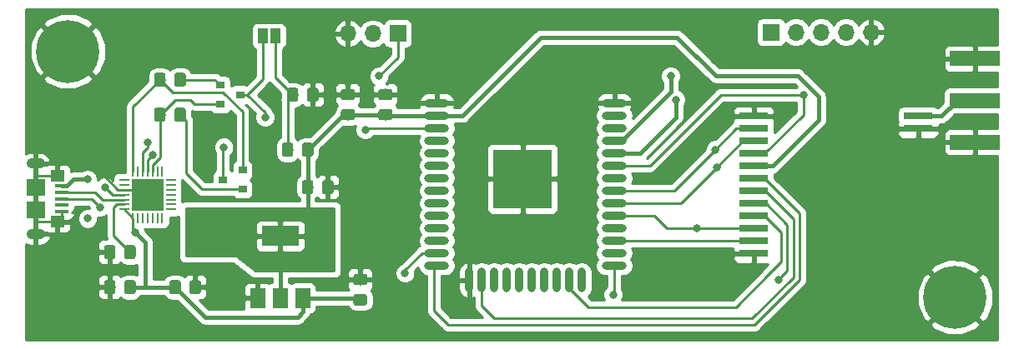
<source format=gbr>
G04 #@! TF.GenerationSoftware,KiCad,Pcbnew,5.0.2+dfsg1-1*
G04 #@! TF.CreationDate,2021-02-25T16:07:11+01:00*
G04 #@! TF.ProjectId,Pager-Interface (KiCAD),50616765-722d-4496-9e74-657266616365,rev?*
G04 #@! TF.SameCoordinates,Original*
G04 #@! TF.FileFunction,Copper,L1,Top*
G04 #@! TF.FilePolarity,Positive*
%FSLAX46Y46*%
G04 Gerber Fmt 4.6, Leading zero omitted, Abs format (unit mm)*
G04 Created by KiCad (PCBNEW 5.0.2+dfsg1-1) date Thu 25 Feb 2021 16:07:11 CET*
%MOMM*%
%LPD*%
G01*
G04 APERTURE LIST*
G04 #@! TA.AperFunction,ComponentPad*
%ADD10C,6.400000*%
G04 #@! TD*
G04 #@! TA.AperFunction,SMDPad,CuDef*
%ADD11R,3.800000X2.000000*%
G04 #@! TD*
G04 #@! TA.AperFunction,SMDPad,CuDef*
%ADD12R,1.500000X2.000000*%
G04 #@! TD*
G04 #@! TA.AperFunction,Conductor*
%ADD13C,0.100000*%
G04 #@! TD*
G04 #@! TA.AperFunction,SMDPad,CuDef*
%ADD14C,1.150000*%
G04 #@! TD*
G04 #@! TA.AperFunction,SMDPad,CuDef*
%ADD15R,1.900000X1.750000*%
G04 #@! TD*
G04 #@! TA.AperFunction,SMDPad,CuDef*
%ADD16R,1.400000X0.400000*%
G04 #@! TD*
G04 #@! TA.AperFunction,ComponentPad*
%ADD17O,1.900000X1.050000*%
G04 #@! TD*
G04 #@! TA.AperFunction,SMDPad,CuDef*
%ADD18R,1.450000X1.150000*%
G04 #@! TD*
G04 #@! TA.AperFunction,SMDPad,CuDef*
%ADD19R,5.080000X1.500000*%
G04 #@! TD*
G04 #@! TA.AperFunction,SMDPad,CuDef*
%ADD20R,1.000000X1.500000*%
G04 #@! TD*
G04 #@! TA.AperFunction,SMDPad,CuDef*
%ADD21R,0.900000X0.800000*%
G04 #@! TD*
G04 #@! TA.AperFunction,SMDPad,CuDef*
%ADD22R,3.000000X0.800000*%
G04 #@! TD*
G04 #@! TA.AperFunction,SMDPad,CuDef*
%ADD23O,2.500000X0.900000*%
G04 #@! TD*
G04 #@! TA.AperFunction,SMDPad,CuDef*
%ADD24O,0.900000X2.500000*%
G04 #@! TD*
G04 #@! TA.AperFunction,SMDPad,CuDef*
%ADD25R,6.000000X6.000000*%
G04 #@! TD*
G04 #@! TA.AperFunction,SMDPad,CuDef*
%ADD26R,3.250000X3.250000*%
G04 #@! TD*
G04 #@! TA.AperFunction,SMDPad,CuDef*
%ADD27R,0.270000X1.010000*%
G04 #@! TD*
G04 #@! TA.AperFunction,SMDPad,CuDef*
%ADD28R,1.010000X0.270000*%
G04 #@! TD*
G04 #@! TA.AperFunction,ComponentPad*
%ADD29R,1.700000X1.700000*%
G04 #@! TD*
G04 #@! TA.AperFunction,ComponentPad*
%ADD30O,1.700000X1.700000*%
G04 #@! TD*
G04 #@! TA.AperFunction,ViaPad*
%ADD31C,0.800000*%
G04 #@! TD*
G04 #@! TA.AperFunction,Conductor*
%ADD32C,0.400000*%
G04 #@! TD*
G04 #@! TA.AperFunction,Conductor*
%ADD33C,0.250000*%
G04 #@! TD*
G04 #@! TA.AperFunction,Conductor*
%ADD34C,0.254000*%
G04 #@! TD*
G04 APERTURE END LIST*
D10*
G04 #@! TO.P,REF\002A\002A,1*
G04 #@! TO.N,GND*
X134000000Y-126000000D03*
G04 #@! TD*
D11*
G04 #@! TO.P,U1,2*
G04 #@! TO.N,+3V3*
X65532000Y-119786000D03*
D12*
X65532000Y-126086000D03*
G04 #@! TO.P,U1,3*
G04 #@! TO.N,+5V*
X67832000Y-126086000D03*
G04 #@! TO.P,U1,1*
G04 #@! TO.N,GND*
X63232000Y-126086000D03*
G04 #@! TD*
D13*
G04 #@! TO.N,+5V*
G04 #@! TO.C,C1*
G36*
X50650505Y-124269204D02*
X50674773Y-124272804D01*
X50698572Y-124278765D01*
X50721671Y-124287030D01*
X50743850Y-124297520D01*
X50764893Y-124310132D01*
X50784599Y-124324747D01*
X50802777Y-124341223D01*
X50819253Y-124359401D01*
X50833868Y-124379107D01*
X50846480Y-124400150D01*
X50856970Y-124422329D01*
X50865235Y-124445428D01*
X50871196Y-124469227D01*
X50874796Y-124493495D01*
X50876000Y-124517999D01*
X50876000Y-125418001D01*
X50874796Y-125442505D01*
X50871196Y-125466773D01*
X50865235Y-125490572D01*
X50856970Y-125513671D01*
X50846480Y-125535850D01*
X50833868Y-125556893D01*
X50819253Y-125576599D01*
X50802777Y-125594777D01*
X50784599Y-125611253D01*
X50764893Y-125625868D01*
X50743850Y-125638480D01*
X50721671Y-125648970D01*
X50698572Y-125657235D01*
X50674773Y-125663196D01*
X50650505Y-125666796D01*
X50626001Y-125668000D01*
X49975999Y-125668000D01*
X49951495Y-125666796D01*
X49927227Y-125663196D01*
X49903428Y-125657235D01*
X49880329Y-125648970D01*
X49858150Y-125638480D01*
X49837107Y-125625868D01*
X49817401Y-125611253D01*
X49799223Y-125594777D01*
X49782747Y-125576599D01*
X49768132Y-125556893D01*
X49755520Y-125535850D01*
X49745030Y-125513671D01*
X49736765Y-125490572D01*
X49730804Y-125466773D01*
X49727204Y-125442505D01*
X49726000Y-125418001D01*
X49726000Y-124517999D01*
X49727204Y-124493495D01*
X49730804Y-124469227D01*
X49736765Y-124445428D01*
X49745030Y-124422329D01*
X49755520Y-124400150D01*
X49768132Y-124379107D01*
X49782747Y-124359401D01*
X49799223Y-124341223D01*
X49817401Y-124324747D01*
X49837107Y-124310132D01*
X49858150Y-124297520D01*
X49880329Y-124287030D01*
X49903428Y-124278765D01*
X49927227Y-124272804D01*
X49951495Y-124269204D01*
X49975999Y-124268000D01*
X50626001Y-124268000D01*
X50650505Y-124269204D01*
X50650505Y-124269204D01*
G37*
D14*
G04 #@! TD*
G04 #@! TO.P,C1,1*
G04 #@! TO.N,+5V*
X50301000Y-124968000D03*
D13*
G04 #@! TO.N,GND*
G04 #@! TO.C,C1*
G36*
X48600505Y-124269204D02*
X48624773Y-124272804D01*
X48648572Y-124278765D01*
X48671671Y-124287030D01*
X48693850Y-124297520D01*
X48714893Y-124310132D01*
X48734599Y-124324747D01*
X48752777Y-124341223D01*
X48769253Y-124359401D01*
X48783868Y-124379107D01*
X48796480Y-124400150D01*
X48806970Y-124422329D01*
X48815235Y-124445428D01*
X48821196Y-124469227D01*
X48824796Y-124493495D01*
X48826000Y-124517999D01*
X48826000Y-125418001D01*
X48824796Y-125442505D01*
X48821196Y-125466773D01*
X48815235Y-125490572D01*
X48806970Y-125513671D01*
X48796480Y-125535850D01*
X48783868Y-125556893D01*
X48769253Y-125576599D01*
X48752777Y-125594777D01*
X48734599Y-125611253D01*
X48714893Y-125625868D01*
X48693850Y-125638480D01*
X48671671Y-125648970D01*
X48648572Y-125657235D01*
X48624773Y-125663196D01*
X48600505Y-125666796D01*
X48576001Y-125668000D01*
X47925999Y-125668000D01*
X47901495Y-125666796D01*
X47877227Y-125663196D01*
X47853428Y-125657235D01*
X47830329Y-125648970D01*
X47808150Y-125638480D01*
X47787107Y-125625868D01*
X47767401Y-125611253D01*
X47749223Y-125594777D01*
X47732747Y-125576599D01*
X47718132Y-125556893D01*
X47705520Y-125535850D01*
X47695030Y-125513671D01*
X47686765Y-125490572D01*
X47680804Y-125466773D01*
X47677204Y-125442505D01*
X47676000Y-125418001D01*
X47676000Y-124517999D01*
X47677204Y-124493495D01*
X47680804Y-124469227D01*
X47686765Y-124445428D01*
X47695030Y-124422329D01*
X47705520Y-124400150D01*
X47718132Y-124379107D01*
X47732747Y-124359401D01*
X47749223Y-124341223D01*
X47767401Y-124324747D01*
X47787107Y-124310132D01*
X47808150Y-124297520D01*
X47830329Y-124287030D01*
X47853428Y-124278765D01*
X47877227Y-124272804D01*
X47901495Y-124269204D01*
X47925999Y-124268000D01*
X48576001Y-124268000D01*
X48600505Y-124269204D01*
X48600505Y-124269204D01*
G37*
D14*
G04 #@! TD*
G04 #@! TO.P,C1,2*
G04 #@! TO.N,GND*
X48251000Y-124968000D03*
D13*
G04 #@! TO.N,GND*
G04 #@! TO.C,C2*
G36*
X74134505Y-123632204D02*
X74158773Y-123635804D01*
X74182572Y-123641765D01*
X74205671Y-123650030D01*
X74227850Y-123660520D01*
X74248893Y-123673132D01*
X74268599Y-123687747D01*
X74286777Y-123704223D01*
X74303253Y-123722401D01*
X74317868Y-123742107D01*
X74330480Y-123763150D01*
X74340970Y-123785329D01*
X74349235Y-123808428D01*
X74355196Y-123832227D01*
X74358796Y-123856495D01*
X74360000Y-123880999D01*
X74360000Y-124531001D01*
X74358796Y-124555505D01*
X74355196Y-124579773D01*
X74349235Y-124603572D01*
X74340970Y-124626671D01*
X74330480Y-124648850D01*
X74317868Y-124669893D01*
X74303253Y-124689599D01*
X74286777Y-124707777D01*
X74268599Y-124724253D01*
X74248893Y-124738868D01*
X74227850Y-124751480D01*
X74205671Y-124761970D01*
X74182572Y-124770235D01*
X74158773Y-124776196D01*
X74134505Y-124779796D01*
X74110001Y-124781000D01*
X73209999Y-124781000D01*
X73185495Y-124779796D01*
X73161227Y-124776196D01*
X73137428Y-124770235D01*
X73114329Y-124761970D01*
X73092150Y-124751480D01*
X73071107Y-124738868D01*
X73051401Y-124724253D01*
X73033223Y-124707777D01*
X73016747Y-124689599D01*
X73002132Y-124669893D01*
X72989520Y-124648850D01*
X72979030Y-124626671D01*
X72970765Y-124603572D01*
X72964804Y-124579773D01*
X72961204Y-124555505D01*
X72960000Y-124531001D01*
X72960000Y-123880999D01*
X72961204Y-123856495D01*
X72964804Y-123832227D01*
X72970765Y-123808428D01*
X72979030Y-123785329D01*
X72989520Y-123763150D01*
X73002132Y-123742107D01*
X73016747Y-123722401D01*
X73033223Y-123704223D01*
X73051401Y-123687747D01*
X73071107Y-123673132D01*
X73092150Y-123660520D01*
X73114329Y-123650030D01*
X73137428Y-123641765D01*
X73161227Y-123635804D01*
X73185495Y-123632204D01*
X73209999Y-123631000D01*
X74110001Y-123631000D01*
X74134505Y-123632204D01*
X74134505Y-123632204D01*
G37*
D14*
G04 #@! TD*
G04 #@! TO.P,C2,1*
G04 #@! TO.N,GND*
X73660000Y-124206000D03*
D13*
G04 #@! TO.N,+5V*
G04 #@! TO.C,C2*
G36*
X74134505Y-125682204D02*
X74158773Y-125685804D01*
X74182572Y-125691765D01*
X74205671Y-125700030D01*
X74227850Y-125710520D01*
X74248893Y-125723132D01*
X74268599Y-125737747D01*
X74286777Y-125754223D01*
X74303253Y-125772401D01*
X74317868Y-125792107D01*
X74330480Y-125813150D01*
X74340970Y-125835329D01*
X74349235Y-125858428D01*
X74355196Y-125882227D01*
X74358796Y-125906495D01*
X74360000Y-125930999D01*
X74360000Y-126581001D01*
X74358796Y-126605505D01*
X74355196Y-126629773D01*
X74349235Y-126653572D01*
X74340970Y-126676671D01*
X74330480Y-126698850D01*
X74317868Y-126719893D01*
X74303253Y-126739599D01*
X74286777Y-126757777D01*
X74268599Y-126774253D01*
X74248893Y-126788868D01*
X74227850Y-126801480D01*
X74205671Y-126811970D01*
X74182572Y-126820235D01*
X74158773Y-126826196D01*
X74134505Y-126829796D01*
X74110001Y-126831000D01*
X73209999Y-126831000D01*
X73185495Y-126829796D01*
X73161227Y-126826196D01*
X73137428Y-126820235D01*
X73114329Y-126811970D01*
X73092150Y-126801480D01*
X73071107Y-126788868D01*
X73051401Y-126774253D01*
X73033223Y-126757777D01*
X73016747Y-126739599D01*
X73002132Y-126719893D01*
X72989520Y-126698850D01*
X72979030Y-126676671D01*
X72970765Y-126653572D01*
X72964804Y-126629773D01*
X72961204Y-126605505D01*
X72960000Y-126581001D01*
X72960000Y-125930999D01*
X72961204Y-125906495D01*
X72964804Y-125882227D01*
X72970765Y-125858428D01*
X72979030Y-125835329D01*
X72989520Y-125813150D01*
X73002132Y-125792107D01*
X73016747Y-125772401D01*
X73033223Y-125754223D01*
X73051401Y-125737747D01*
X73071107Y-125723132D01*
X73092150Y-125710520D01*
X73114329Y-125700030D01*
X73137428Y-125691765D01*
X73161227Y-125685804D01*
X73185495Y-125682204D01*
X73209999Y-125681000D01*
X74110001Y-125681000D01*
X74134505Y-125682204D01*
X74134505Y-125682204D01*
G37*
D14*
G04 #@! TD*
G04 #@! TO.P,C2,2*
G04 #@! TO.N,+5V*
X73660000Y-126256000D03*
D13*
G04 #@! TO.N,GND*
G04 #@! TO.C,C3*
G36*
X57263505Y-124269204D02*
X57287773Y-124272804D01*
X57311572Y-124278765D01*
X57334671Y-124287030D01*
X57356850Y-124297520D01*
X57377893Y-124310132D01*
X57397599Y-124324747D01*
X57415777Y-124341223D01*
X57432253Y-124359401D01*
X57446868Y-124379107D01*
X57459480Y-124400150D01*
X57469970Y-124422329D01*
X57478235Y-124445428D01*
X57484196Y-124469227D01*
X57487796Y-124493495D01*
X57489000Y-124517999D01*
X57489000Y-125418001D01*
X57487796Y-125442505D01*
X57484196Y-125466773D01*
X57478235Y-125490572D01*
X57469970Y-125513671D01*
X57459480Y-125535850D01*
X57446868Y-125556893D01*
X57432253Y-125576599D01*
X57415777Y-125594777D01*
X57397599Y-125611253D01*
X57377893Y-125625868D01*
X57356850Y-125638480D01*
X57334671Y-125648970D01*
X57311572Y-125657235D01*
X57287773Y-125663196D01*
X57263505Y-125666796D01*
X57239001Y-125668000D01*
X56588999Y-125668000D01*
X56564495Y-125666796D01*
X56540227Y-125663196D01*
X56516428Y-125657235D01*
X56493329Y-125648970D01*
X56471150Y-125638480D01*
X56450107Y-125625868D01*
X56430401Y-125611253D01*
X56412223Y-125594777D01*
X56395747Y-125576599D01*
X56381132Y-125556893D01*
X56368520Y-125535850D01*
X56358030Y-125513671D01*
X56349765Y-125490572D01*
X56343804Y-125466773D01*
X56340204Y-125442505D01*
X56339000Y-125418001D01*
X56339000Y-124517999D01*
X56340204Y-124493495D01*
X56343804Y-124469227D01*
X56349765Y-124445428D01*
X56358030Y-124422329D01*
X56368520Y-124400150D01*
X56381132Y-124379107D01*
X56395747Y-124359401D01*
X56412223Y-124341223D01*
X56430401Y-124324747D01*
X56450107Y-124310132D01*
X56471150Y-124297520D01*
X56493329Y-124287030D01*
X56516428Y-124278765D01*
X56540227Y-124272804D01*
X56564495Y-124269204D01*
X56588999Y-124268000D01*
X57239001Y-124268000D01*
X57263505Y-124269204D01*
X57263505Y-124269204D01*
G37*
D14*
G04 #@! TD*
G04 #@! TO.P,C3,1*
G04 #@! TO.N,GND*
X56914000Y-124968000D03*
D13*
G04 #@! TO.N,+5V*
G04 #@! TO.C,C3*
G36*
X55213505Y-124269204D02*
X55237773Y-124272804D01*
X55261572Y-124278765D01*
X55284671Y-124287030D01*
X55306850Y-124297520D01*
X55327893Y-124310132D01*
X55347599Y-124324747D01*
X55365777Y-124341223D01*
X55382253Y-124359401D01*
X55396868Y-124379107D01*
X55409480Y-124400150D01*
X55419970Y-124422329D01*
X55428235Y-124445428D01*
X55434196Y-124469227D01*
X55437796Y-124493495D01*
X55439000Y-124517999D01*
X55439000Y-125418001D01*
X55437796Y-125442505D01*
X55434196Y-125466773D01*
X55428235Y-125490572D01*
X55419970Y-125513671D01*
X55409480Y-125535850D01*
X55396868Y-125556893D01*
X55382253Y-125576599D01*
X55365777Y-125594777D01*
X55347599Y-125611253D01*
X55327893Y-125625868D01*
X55306850Y-125638480D01*
X55284671Y-125648970D01*
X55261572Y-125657235D01*
X55237773Y-125663196D01*
X55213505Y-125666796D01*
X55189001Y-125668000D01*
X54538999Y-125668000D01*
X54514495Y-125666796D01*
X54490227Y-125663196D01*
X54466428Y-125657235D01*
X54443329Y-125648970D01*
X54421150Y-125638480D01*
X54400107Y-125625868D01*
X54380401Y-125611253D01*
X54362223Y-125594777D01*
X54345747Y-125576599D01*
X54331132Y-125556893D01*
X54318520Y-125535850D01*
X54308030Y-125513671D01*
X54299765Y-125490572D01*
X54293804Y-125466773D01*
X54290204Y-125442505D01*
X54289000Y-125418001D01*
X54289000Y-124517999D01*
X54290204Y-124493495D01*
X54293804Y-124469227D01*
X54299765Y-124445428D01*
X54308030Y-124422329D01*
X54318520Y-124400150D01*
X54331132Y-124379107D01*
X54345747Y-124359401D01*
X54362223Y-124341223D01*
X54380401Y-124324747D01*
X54400107Y-124310132D01*
X54421150Y-124297520D01*
X54443329Y-124287030D01*
X54466428Y-124278765D01*
X54490227Y-124272804D01*
X54514495Y-124269204D01*
X54538999Y-124268000D01*
X55189001Y-124268000D01*
X55213505Y-124269204D01*
X55213505Y-124269204D01*
G37*
D14*
G04 #@! TD*
G04 #@! TO.P,C3,2*
G04 #@! TO.N,+5V*
X54864000Y-124968000D03*
D13*
G04 #@! TO.N,GND*
G04 #@! TO.C,C4*
G36*
X48591505Y-120713204D02*
X48615773Y-120716804D01*
X48639572Y-120722765D01*
X48662671Y-120731030D01*
X48684850Y-120741520D01*
X48705893Y-120754132D01*
X48725599Y-120768747D01*
X48743777Y-120785223D01*
X48760253Y-120803401D01*
X48774868Y-120823107D01*
X48787480Y-120844150D01*
X48797970Y-120866329D01*
X48806235Y-120889428D01*
X48812196Y-120913227D01*
X48815796Y-120937495D01*
X48817000Y-120961999D01*
X48817000Y-121862001D01*
X48815796Y-121886505D01*
X48812196Y-121910773D01*
X48806235Y-121934572D01*
X48797970Y-121957671D01*
X48787480Y-121979850D01*
X48774868Y-122000893D01*
X48760253Y-122020599D01*
X48743777Y-122038777D01*
X48725599Y-122055253D01*
X48705893Y-122069868D01*
X48684850Y-122082480D01*
X48662671Y-122092970D01*
X48639572Y-122101235D01*
X48615773Y-122107196D01*
X48591505Y-122110796D01*
X48567001Y-122112000D01*
X47916999Y-122112000D01*
X47892495Y-122110796D01*
X47868227Y-122107196D01*
X47844428Y-122101235D01*
X47821329Y-122092970D01*
X47799150Y-122082480D01*
X47778107Y-122069868D01*
X47758401Y-122055253D01*
X47740223Y-122038777D01*
X47723747Y-122020599D01*
X47709132Y-122000893D01*
X47696520Y-121979850D01*
X47686030Y-121957671D01*
X47677765Y-121934572D01*
X47671804Y-121910773D01*
X47668204Y-121886505D01*
X47667000Y-121862001D01*
X47667000Y-120961999D01*
X47668204Y-120937495D01*
X47671804Y-120913227D01*
X47677765Y-120889428D01*
X47686030Y-120866329D01*
X47696520Y-120844150D01*
X47709132Y-120823107D01*
X47723747Y-120803401D01*
X47740223Y-120785223D01*
X47758401Y-120768747D01*
X47778107Y-120754132D01*
X47799150Y-120741520D01*
X47821329Y-120731030D01*
X47844428Y-120722765D01*
X47868227Y-120716804D01*
X47892495Y-120713204D01*
X47916999Y-120712000D01*
X48567001Y-120712000D01*
X48591505Y-120713204D01*
X48591505Y-120713204D01*
G37*
D14*
G04 #@! TD*
G04 #@! TO.P,C4,2*
G04 #@! TO.N,GND*
X48242000Y-121412000D03*
D13*
G04 #@! TO.N,Net-(C4-Pad1)*
G04 #@! TO.C,C4*
G36*
X50641505Y-120713204D02*
X50665773Y-120716804D01*
X50689572Y-120722765D01*
X50712671Y-120731030D01*
X50734850Y-120741520D01*
X50755893Y-120754132D01*
X50775599Y-120768747D01*
X50793777Y-120785223D01*
X50810253Y-120803401D01*
X50824868Y-120823107D01*
X50837480Y-120844150D01*
X50847970Y-120866329D01*
X50856235Y-120889428D01*
X50862196Y-120913227D01*
X50865796Y-120937495D01*
X50867000Y-120961999D01*
X50867000Y-121862001D01*
X50865796Y-121886505D01*
X50862196Y-121910773D01*
X50856235Y-121934572D01*
X50847970Y-121957671D01*
X50837480Y-121979850D01*
X50824868Y-122000893D01*
X50810253Y-122020599D01*
X50793777Y-122038777D01*
X50775599Y-122055253D01*
X50755893Y-122069868D01*
X50734850Y-122082480D01*
X50712671Y-122092970D01*
X50689572Y-122101235D01*
X50665773Y-122107196D01*
X50641505Y-122110796D01*
X50617001Y-122112000D01*
X49966999Y-122112000D01*
X49942495Y-122110796D01*
X49918227Y-122107196D01*
X49894428Y-122101235D01*
X49871329Y-122092970D01*
X49849150Y-122082480D01*
X49828107Y-122069868D01*
X49808401Y-122055253D01*
X49790223Y-122038777D01*
X49773747Y-122020599D01*
X49759132Y-122000893D01*
X49746520Y-121979850D01*
X49736030Y-121957671D01*
X49727765Y-121934572D01*
X49721804Y-121910773D01*
X49718204Y-121886505D01*
X49717000Y-121862001D01*
X49717000Y-120961999D01*
X49718204Y-120937495D01*
X49721804Y-120913227D01*
X49727765Y-120889428D01*
X49736030Y-120866329D01*
X49746520Y-120844150D01*
X49759132Y-120823107D01*
X49773747Y-120803401D01*
X49790223Y-120785223D01*
X49808401Y-120768747D01*
X49828107Y-120754132D01*
X49849150Y-120741520D01*
X49871329Y-120731030D01*
X49894428Y-120722765D01*
X49918227Y-120716804D01*
X49942495Y-120713204D01*
X49966999Y-120712000D01*
X50617001Y-120712000D01*
X50641505Y-120713204D01*
X50641505Y-120713204D01*
G37*
D14*
G04 #@! TD*
G04 #@! TO.P,C4,1*
G04 #@! TO.N,Net-(C4-Pad1)*
X50292000Y-121412000D03*
D13*
G04 #@! TO.N,+3V3*
G04 #@! TO.C,C5*
G36*
X68666505Y-114109204D02*
X68690773Y-114112804D01*
X68714572Y-114118765D01*
X68737671Y-114127030D01*
X68759850Y-114137520D01*
X68780893Y-114150132D01*
X68800599Y-114164747D01*
X68818777Y-114181223D01*
X68835253Y-114199401D01*
X68849868Y-114219107D01*
X68862480Y-114240150D01*
X68872970Y-114262329D01*
X68881235Y-114285428D01*
X68887196Y-114309227D01*
X68890796Y-114333495D01*
X68892000Y-114357999D01*
X68892000Y-115258001D01*
X68890796Y-115282505D01*
X68887196Y-115306773D01*
X68881235Y-115330572D01*
X68872970Y-115353671D01*
X68862480Y-115375850D01*
X68849868Y-115396893D01*
X68835253Y-115416599D01*
X68818777Y-115434777D01*
X68800599Y-115451253D01*
X68780893Y-115465868D01*
X68759850Y-115478480D01*
X68737671Y-115488970D01*
X68714572Y-115497235D01*
X68690773Y-115503196D01*
X68666505Y-115506796D01*
X68642001Y-115508000D01*
X67991999Y-115508000D01*
X67967495Y-115506796D01*
X67943227Y-115503196D01*
X67919428Y-115497235D01*
X67896329Y-115488970D01*
X67874150Y-115478480D01*
X67853107Y-115465868D01*
X67833401Y-115451253D01*
X67815223Y-115434777D01*
X67798747Y-115416599D01*
X67784132Y-115396893D01*
X67771520Y-115375850D01*
X67761030Y-115353671D01*
X67752765Y-115330572D01*
X67746804Y-115306773D01*
X67743204Y-115282505D01*
X67742000Y-115258001D01*
X67742000Y-114357999D01*
X67743204Y-114333495D01*
X67746804Y-114309227D01*
X67752765Y-114285428D01*
X67761030Y-114262329D01*
X67771520Y-114240150D01*
X67784132Y-114219107D01*
X67798747Y-114199401D01*
X67815223Y-114181223D01*
X67833401Y-114164747D01*
X67853107Y-114150132D01*
X67874150Y-114137520D01*
X67896329Y-114127030D01*
X67919428Y-114118765D01*
X67943227Y-114112804D01*
X67967495Y-114109204D01*
X67991999Y-114108000D01*
X68642001Y-114108000D01*
X68666505Y-114109204D01*
X68666505Y-114109204D01*
G37*
D14*
G04 #@! TD*
G04 #@! TO.P,C5,2*
G04 #@! TO.N,+3V3*
X68317000Y-114808000D03*
D13*
G04 #@! TO.N,GND*
G04 #@! TO.C,C5*
G36*
X70716505Y-114109204D02*
X70740773Y-114112804D01*
X70764572Y-114118765D01*
X70787671Y-114127030D01*
X70809850Y-114137520D01*
X70830893Y-114150132D01*
X70850599Y-114164747D01*
X70868777Y-114181223D01*
X70885253Y-114199401D01*
X70899868Y-114219107D01*
X70912480Y-114240150D01*
X70922970Y-114262329D01*
X70931235Y-114285428D01*
X70937196Y-114309227D01*
X70940796Y-114333495D01*
X70942000Y-114357999D01*
X70942000Y-115258001D01*
X70940796Y-115282505D01*
X70937196Y-115306773D01*
X70931235Y-115330572D01*
X70922970Y-115353671D01*
X70912480Y-115375850D01*
X70899868Y-115396893D01*
X70885253Y-115416599D01*
X70868777Y-115434777D01*
X70850599Y-115451253D01*
X70830893Y-115465868D01*
X70809850Y-115478480D01*
X70787671Y-115488970D01*
X70764572Y-115497235D01*
X70740773Y-115503196D01*
X70716505Y-115506796D01*
X70692001Y-115508000D01*
X70041999Y-115508000D01*
X70017495Y-115506796D01*
X69993227Y-115503196D01*
X69969428Y-115497235D01*
X69946329Y-115488970D01*
X69924150Y-115478480D01*
X69903107Y-115465868D01*
X69883401Y-115451253D01*
X69865223Y-115434777D01*
X69848747Y-115416599D01*
X69834132Y-115396893D01*
X69821520Y-115375850D01*
X69811030Y-115353671D01*
X69802765Y-115330572D01*
X69796804Y-115306773D01*
X69793204Y-115282505D01*
X69792000Y-115258001D01*
X69792000Y-114357999D01*
X69793204Y-114333495D01*
X69796804Y-114309227D01*
X69802765Y-114285428D01*
X69811030Y-114262329D01*
X69821520Y-114240150D01*
X69834132Y-114219107D01*
X69848747Y-114199401D01*
X69865223Y-114181223D01*
X69883401Y-114164747D01*
X69903107Y-114150132D01*
X69924150Y-114137520D01*
X69946329Y-114127030D01*
X69969428Y-114118765D01*
X69993227Y-114112804D01*
X70017495Y-114109204D01*
X70041999Y-114108000D01*
X70692001Y-114108000D01*
X70716505Y-114109204D01*
X70716505Y-114109204D01*
G37*
D14*
G04 #@! TD*
G04 #@! TO.P,C5,1*
G04 #@! TO.N,GND*
X70367000Y-114808000D03*
D13*
G04 #@! TO.N,Net-(C6-Pad1)*
G04 #@! TO.C,C6*
G36*
X67142505Y-104711204D02*
X67166773Y-104714804D01*
X67190572Y-104720765D01*
X67213671Y-104729030D01*
X67235850Y-104739520D01*
X67256893Y-104752132D01*
X67276599Y-104766747D01*
X67294777Y-104783223D01*
X67311253Y-104801401D01*
X67325868Y-104821107D01*
X67338480Y-104842150D01*
X67348970Y-104864329D01*
X67357235Y-104887428D01*
X67363196Y-104911227D01*
X67366796Y-104935495D01*
X67368000Y-104959999D01*
X67368000Y-105860001D01*
X67366796Y-105884505D01*
X67363196Y-105908773D01*
X67357235Y-105932572D01*
X67348970Y-105955671D01*
X67338480Y-105977850D01*
X67325868Y-105998893D01*
X67311253Y-106018599D01*
X67294777Y-106036777D01*
X67276599Y-106053253D01*
X67256893Y-106067868D01*
X67235850Y-106080480D01*
X67213671Y-106090970D01*
X67190572Y-106099235D01*
X67166773Y-106105196D01*
X67142505Y-106108796D01*
X67118001Y-106110000D01*
X66467999Y-106110000D01*
X66443495Y-106108796D01*
X66419227Y-106105196D01*
X66395428Y-106099235D01*
X66372329Y-106090970D01*
X66350150Y-106080480D01*
X66329107Y-106067868D01*
X66309401Y-106053253D01*
X66291223Y-106036777D01*
X66274747Y-106018599D01*
X66260132Y-105998893D01*
X66247520Y-105977850D01*
X66237030Y-105955671D01*
X66228765Y-105932572D01*
X66222804Y-105908773D01*
X66219204Y-105884505D01*
X66218000Y-105860001D01*
X66218000Y-104959999D01*
X66219204Y-104935495D01*
X66222804Y-104911227D01*
X66228765Y-104887428D01*
X66237030Y-104864329D01*
X66247520Y-104842150D01*
X66260132Y-104821107D01*
X66274747Y-104801401D01*
X66291223Y-104783223D01*
X66309401Y-104766747D01*
X66329107Y-104752132D01*
X66350150Y-104739520D01*
X66372329Y-104729030D01*
X66395428Y-104720765D01*
X66419227Y-104714804D01*
X66443495Y-104711204D01*
X66467999Y-104710000D01*
X67118001Y-104710000D01*
X67142505Y-104711204D01*
X67142505Y-104711204D01*
G37*
D14*
G04 #@! TD*
G04 #@! TO.P,C6,1*
G04 #@! TO.N,Net-(C6-Pad1)*
X66793000Y-105410000D03*
D13*
G04 #@! TO.N,GND*
G04 #@! TO.C,C6*
G36*
X69192505Y-104711204D02*
X69216773Y-104714804D01*
X69240572Y-104720765D01*
X69263671Y-104729030D01*
X69285850Y-104739520D01*
X69306893Y-104752132D01*
X69326599Y-104766747D01*
X69344777Y-104783223D01*
X69361253Y-104801401D01*
X69375868Y-104821107D01*
X69388480Y-104842150D01*
X69398970Y-104864329D01*
X69407235Y-104887428D01*
X69413196Y-104911227D01*
X69416796Y-104935495D01*
X69418000Y-104959999D01*
X69418000Y-105860001D01*
X69416796Y-105884505D01*
X69413196Y-105908773D01*
X69407235Y-105932572D01*
X69398970Y-105955671D01*
X69388480Y-105977850D01*
X69375868Y-105998893D01*
X69361253Y-106018599D01*
X69344777Y-106036777D01*
X69326599Y-106053253D01*
X69306893Y-106067868D01*
X69285850Y-106080480D01*
X69263671Y-106090970D01*
X69240572Y-106099235D01*
X69216773Y-106105196D01*
X69192505Y-106108796D01*
X69168001Y-106110000D01*
X68517999Y-106110000D01*
X68493495Y-106108796D01*
X68469227Y-106105196D01*
X68445428Y-106099235D01*
X68422329Y-106090970D01*
X68400150Y-106080480D01*
X68379107Y-106067868D01*
X68359401Y-106053253D01*
X68341223Y-106036777D01*
X68324747Y-106018599D01*
X68310132Y-105998893D01*
X68297520Y-105977850D01*
X68287030Y-105955671D01*
X68278765Y-105932572D01*
X68272804Y-105908773D01*
X68269204Y-105884505D01*
X68268000Y-105860001D01*
X68268000Y-104959999D01*
X68269204Y-104935495D01*
X68272804Y-104911227D01*
X68278765Y-104887428D01*
X68287030Y-104864329D01*
X68297520Y-104842150D01*
X68310132Y-104821107D01*
X68324747Y-104801401D01*
X68341223Y-104783223D01*
X68359401Y-104766747D01*
X68379107Y-104752132D01*
X68400150Y-104739520D01*
X68422329Y-104729030D01*
X68445428Y-104720765D01*
X68469227Y-104714804D01*
X68493495Y-104711204D01*
X68517999Y-104710000D01*
X69168001Y-104710000D01*
X69192505Y-104711204D01*
X69192505Y-104711204D01*
G37*
D14*
G04 #@! TD*
G04 #@! TO.P,C6,2*
G04 #@! TO.N,GND*
X68843000Y-105410000D03*
D13*
G04 #@! TO.N,+3V3*
G04 #@! TO.C,C7*
G36*
X72864505Y-106868204D02*
X72888773Y-106871804D01*
X72912572Y-106877765D01*
X72935671Y-106886030D01*
X72957850Y-106896520D01*
X72978893Y-106909132D01*
X72998599Y-106923747D01*
X73016777Y-106940223D01*
X73033253Y-106958401D01*
X73047868Y-106978107D01*
X73060480Y-106999150D01*
X73070970Y-107021329D01*
X73079235Y-107044428D01*
X73085196Y-107068227D01*
X73088796Y-107092495D01*
X73090000Y-107116999D01*
X73090000Y-107767001D01*
X73088796Y-107791505D01*
X73085196Y-107815773D01*
X73079235Y-107839572D01*
X73070970Y-107862671D01*
X73060480Y-107884850D01*
X73047868Y-107905893D01*
X73033253Y-107925599D01*
X73016777Y-107943777D01*
X72998599Y-107960253D01*
X72978893Y-107974868D01*
X72957850Y-107987480D01*
X72935671Y-107997970D01*
X72912572Y-108006235D01*
X72888773Y-108012196D01*
X72864505Y-108015796D01*
X72840001Y-108017000D01*
X71939999Y-108017000D01*
X71915495Y-108015796D01*
X71891227Y-108012196D01*
X71867428Y-108006235D01*
X71844329Y-107997970D01*
X71822150Y-107987480D01*
X71801107Y-107974868D01*
X71781401Y-107960253D01*
X71763223Y-107943777D01*
X71746747Y-107925599D01*
X71732132Y-107905893D01*
X71719520Y-107884850D01*
X71709030Y-107862671D01*
X71700765Y-107839572D01*
X71694804Y-107815773D01*
X71691204Y-107791505D01*
X71690000Y-107767001D01*
X71690000Y-107116999D01*
X71691204Y-107092495D01*
X71694804Y-107068227D01*
X71700765Y-107044428D01*
X71709030Y-107021329D01*
X71719520Y-106999150D01*
X71732132Y-106978107D01*
X71746747Y-106958401D01*
X71763223Y-106940223D01*
X71781401Y-106923747D01*
X71801107Y-106909132D01*
X71822150Y-106896520D01*
X71844329Y-106886030D01*
X71867428Y-106877765D01*
X71891227Y-106871804D01*
X71915495Y-106868204D01*
X71939999Y-106867000D01*
X72840001Y-106867000D01*
X72864505Y-106868204D01*
X72864505Y-106868204D01*
G37*
D14*
G04 #@! TD*
G04 #@! TO.P,C7,2*
G04 #@! TO.N,+3V3*
X72390000Y-107442000D03*
D13*
G04 #@! TO.N,GND*
G04 #@! TO.C,C7*
G36*
X72864505Y-104818204D02*
X72888773Y-104821804D01*
X72912572Y-104827765D01*
X72935671Y-104836030D01*
X72957850Y-104846520D01*
X72978893Y-104859132D01*
X72998599Y-104873747D01*
X73016777Y-104890223D01*
X73033253Y-104908401D01*
X73047868Y-104928107D01*
X73060480Y-104949150D01*
X73070970Y-104971329D01*
X73079235Y-104994428D01*
X73085196Y-105018227D01*
X73088796Y-105042495D01*
X73090000Y-105066999D01*
X73090000Y-105717001D01*
X73088796Y-105741505D01*
X73085196Y-105765773D01*
X73079235Y-105789572D01*
X73070970Y-105812671D01*
X73060480Y-105834850D01*
X73047868Y-105855893D01*
X73033253Y-105875599D01*
X73016777Y-105893777D01*
X72998599Y-105910253D01*
X72978893Y-105924868D01*
X72957850Y-105937480D01*
X72935671Y-105947970D01*
X72912572Y-105956235D01*
X72888773Y-105962196D01*
X72864505Y-105965796D01*
X72840001Y-105967000D01*
X71939999Y-105967000D01*
X71915495Y-105965796D01*
X71891227Y-105962196D01*
X71867428Y-105956235D01*
X71844329Y-105947970D01*
X71822150Y-105937480D01*
X71801107Y-105924868D01*
X71781401Y-105910253D01*
X71763223Y-105893777D01*
X71746747Y-105875599D01*
X71732132Y-105855893D01*
X71719520Y-105834850D01*
X71709030Y-105812671D01*
X71700765Y-105789572D01*
X71694804Y-105765773D01*
X71691204Y-105741505D01*
X71690000Y-105717001D01*
X71690000Y-105066999D01*
X71691204Y-105042495D01*
X71694804Y-105018227D01*
X71700765Y-104994428D01*
X71709030Y-104971329D01*
X71719520Y-104949150D01*
X71732132Y-104928107D01*
X71746747Y-104908401D01*
X71763223Y-104890223D01*
X71781401Y-104873747D01*
X71801107Y-104859132D01*
X71822150Y-104846520D01*
X71844329Y-104836030D01*
X71867428Y-104827765D01*
X71891227Y-104821804D01*
X71915495Y-104818204D01*
X71939999Y-104817000D01*
X72840001Y-104817000D01*
X72864505Y-104818204D01*
X72864505Y-104818204D01*
G37*
D14*
G04 #@! TD*
G04 #@! TO.P,C7,1*
G04 #@! TO.N,GND*
X72390000Y-105392000D03*
D13*
G04 #@! TO.N,+3V3*
G04 #@! TO.C,C8*
G36*
X76674505Y-106868204D02*
X76698773Y-106871804D01*
X76722572Y-106877765D01*
X76745671Y-106886030D01*
X76767850Y-106896520D01*
X76788893Y-106909132D01*
X76808599Y-106923747D01*
X76826777Y-106940223D01*
X76843253Y-106958401D01*
X76857868Y-106978107D01*
X76870480Y-106999150D01*
X76880970Y-107021329D01*
X76889235Y-107044428D01*
X76895196Y-107068227D01*
X76898796Y-107092495D01*
X76900000Y-107116999D01*
X76900000Y-107767001D01*
X76898796Y-107791505D01*
X76895196Y-107815773D01*
X76889235Y-107839572D01*
X76880970Y-107862671D01*
X76870480Y-107884850D01*
X76857868Y-107905893D01*
X76843253Y-107925599D01*
X76826777Y-107943777D01*
X76808599Y-107960253D01*
X76788893Y-107974868D01*
X76767850Y-107987480D01*
X76745671Y-107997970D01*
X76722572Y-108006235D01*
X76698773Y-108012196D01*
X76674505Y-108015796D01*
X76650001Y-108017000D01*
X75749999Y-108017000D01*
X75725495Y-108015796D01*
X75701227Y-108012196D01*
X75677428Y-108006235D01*
X75654329Y-107997970D01*
X75632150Y-107987480D01*
X75611107Y-107974868D01*
X75591401Y-107960253D01*
X75573223Y-107943777D01*
X75556747Y-107925599D01*
X75542132Y-107905893D01*
X75529520Y-107884850D01*
X75519030Y-107862671D01*
X75510765Y-107839572D01*
X75504804Y-107815773D01*
X75501204Y-107791505D01*
X75500000Y-107767001D01*
X75500000Y-107116999D01*
X75501204Y-107092495D01*
X75504804Y-107068227D01*
X75510765Y-107044428D01*
X75519030Y-107021329D01*
X75529520Y-106999150D01*
X75542132Y-106978107D01*
X75556747Y-106958401D01*
X75573223Y-106940223D01*
X75591401Y-106923747D01*
X75611107Y-106909132D01*
X75632150Y-106896520D01*
X75654329Y-106886030D01*
X75677428Y-106877765D01*
X75701227Y-106871804D01*
X75725495Y-106868204D01*
X75749999Y-106867000D01*
X76650001Y-106867000D01*
X76674505Y-106868204D01*
X76674505Y-106868204D01*
G37*
D14*
G04 #@! TD*
G04 #@! TO.P,C8,2*
G04 #@! TO.N,+3V3*
X76200000Y-107442000D03*
D13*
G04 #@! TO.N,GND*
G04 #@! TO.C,C8*
G36*
X76674505Y-104818204D02*
X76698773Y-104821804D01*
X76722572Y-104827765D01*
X76745671Y-104836030D01*
X76767850Y-104846520D01*
X76788893Y-104859132D01*
X76808599Y-104873747D01*
X76826777Y-104890223D01*
X76843253Y-104908401D01*
X76857868Y-104928107D01*
X76870480Y-104949150D01*
X76880970Y-104971329D01*
X76889235Y-104994428D01*
X76895196Y-105018227D01*
X76898796Y-105042495D01*
X76900000Y-105066999D01*
X76900000Y-105717001D01*
X76898796Y-105741505D01*
X76895196Y-105765773D01*
X76889235Y-105789572D01*
X76880970Y-105812671D01*
X76870480Y-105834850D01*
X76857868Y-105855893D01*
X76843253Y-105875599D01*
X76826777Y-105893777D01*
X76808599Y-105910253D01*
X76788893Y-105924868D01*
X76767850Y-105937480D01*
X76745671Y-105947970D01*
X76722572Y-105956235D01*
X76698773Y-105962196D01*
X76674505Y-105965796D01*
X76650001Y-105967000D01*
X75749999Y-105967000D01*
X75725495Y-105965796D01*
X75701227Y-105962196D01*
X75677428Y-105956235D01*
X75654329Y-105947970D01*
X75632150Y-105937480D01*
X75611107Y-105924868D01*
X75591401Y-105910253D01*
X75573223Y-105893777D01*
X75556747Y-105875599D01*
X75542132Y-105855893D01*
X75529520Y-105834850D01*
X75519030Y-105812671D01*
X75510765Y-105789572D01*
X75504804Y-105765773D01*
X75501204Y-105741505D01*
X75500000Y-105717001D01*
X75500000Y-105066999D01*
X75501204Y-105042495D01*
X75504804Y-105018227D01*
X75510765Y-104994428D01*
X75519030Y-104971329D01*
X75529520Y-104949150D01*
X75542132Y-104928107D01*
X75556747Y-104908401D01*
X75573223Y-104890223D01*
X75591401Y-104873747D01*
X75611107Y-104859132D01*
X75632150Y-104846520D01*
X75654329Y-104836030D01*
X75677428Y-104827765D01*
X75701227Y-104821804D01*
X75725495Y-104818204D01*
X75749999Y-104817000D01*
X76650001Y-104817000D01*
X76674505Y-104818204D01*
X76674505Y-104818204D01*
G37*
D14*
G04 #@! TD*
G04 #@! TO.P,C8,1*
G04 #@! TO.N,GND*
X76200000Y-105392000D03*
D15*
G04 #@! TO.P,J1,6*
G04 #@! TO.N,GND*
X40710000Y-117125000D03*
D16*
G04 #@! TO.P,J1,2*
G04 #@! TO.N,/D-*
X43360000Y-115350000D03*
G04 #@! TO.P,J1,1*
G04 #@! TO.N,+5V*
X43360000Y-114700000D03*
G04 #@! TO.P,J1,5*
G04 #@! TO.N,GND*
X43360000Y-117300000D03*
G04 #@! TO.P,J1,4*
G04 #@! TO.N,Net-(J1-Pad4)*
X43360000Y-116650000D03*
G04 #@! TO.P,J1,3*
G04 #@! TO.N,/D+*
X43360000Y-116000000D03*
D15*
G04 #@! TO.P,J1,6*
G04 #@! TO.N,GND*
X40710000Y-114875000D03*
D17*
X40710000Y-112425000D03*
X40710000Y-119575000D03*
D18*
X42940000Y-118320000D03*
X42940000Y-113680000D03*
G04 #@! TD*
D19*
G04 #@! TO.P,J2,2*
G04 #@! TO.N,GND*
X136000000Y-110250000D03*
X136000000Y-101750000D03*
G04 #@! TO.P,J2,1*
G04 #@! TO.N,Net-(J2-Pad1)*
X136000000Y-106000000D03*
G04 #@! TD*
D20*
G04 #@! TO.P,JP1,2*
G04 #@! TO.N,/EN*
X63754000Y-99441000D03*
G04 #@! TO.P,JP1,1*
G04 #@! TO.N,Net-(C6-Pad1)*
X65054000Y-99441000D03*
G04 #@! TD*
D21*
G04 #@! TO.P,Q1,1*
G04 #@! TO.N,Net-(Q1-Pad1)*
X59452000Y-104460000D03*
G04 #@! TO.P,Q1,2*
G04 #@! TO.N,/RST*
X59452000Y-106360000D03*
G04 #@! TO.P,Q1,3*
G04 #@! TO.N,/EN*
X61452000Y-105410000D03*
G04 #@! TD*
G04 #@! TO.P,Q2,3*
G04 #@! TO.N,/IO0*
X59706000Y-114046000D03*
G04 #@! TO.P,Q2,2*
G04 #@! TO.N,/DTR*
X61706000Y-113096000D03*
G04 #@! TO.P,Q2,1*
G04 #@! TO.N,Net-(Q2-Pad1)*
X61706000Y-114996000D03*
G04 #@! TD*
D13*
G04 #@! TO.N,Net-(Q1-Pad1)*
G04 #@! TO.C,R1*
G36*
X55730505Y-103187204D02*
X55754773Y-103190804D01*
X55778572Y-103196765D01*
X55801671Y-103205030D01*
X55823850Y-103215520D01*
X55844893Y-103228132D01*
X55864599Y-103242747D01*
X55882777Y-103259223D01*
X55899253Y-103277401D01*
X55913868Y-103297107D01*
X55926480Y-103318150D01*
X55936970Y-103340329D01*
X55945235Y-103363428D01*
X55951196Y-103387227D01*
X55954796Y-103411495D01*
X55956000Y-103435999D01*
X55956000Y-104336001D01*
X55954796Y-104360505D01*
X55951196Y-104384773D01*
X55945235Y-104408572D01*
X55936970Y-104431671D01*
X55926480Y-104453850D01*
X55913868Y-104474893D01*
X55899253Y-104494599D01*
X55882777Y-104512777D01*
X55864599Y-104529253D01*
X55844893Y-104543868D01*
X55823850Y-104556480D01*
X55801671Y-104566970D01*
X55778572Y-104575235D01*
X55754773Y-104581196D01*
X55730505Y-104584796D01*
X55706001Y-104586000D01*
X55055999Y-104586000D01*
X55031495Y-104584796D01*
X55007227Y-104581196D01*
X54983428Y-104575235D01*
X54960329Y-104566970D01*
X54938150Y-104556480D01*
X54917107Y-104543868D01*
X54897401Y-104529253D01*
X54879223Y-104512777D01*
X54862747Y-104494599D01*
X54848132Y-104474893D01*
X54835520Y-104453850D01*
X54825030Y-104431671D01*
X54816765Y-104408572D01*
X54810804Y-104384773D01*
X54807204Y-104360505D01*
X54806000Y-104336001D01*
X54806000Y-103435999D01*
X54807204Y-103411495D01*
X54810804Y-103387227D01*
X54816765Y-103363428D01*
X54825030Y-103340329D01*
X54835520Y-103318150D01*
X54848132Y-103297107D01*
X54862747Y-103277401D01*
X54879223Y-103259223D01*
X54897401Y-103242747D01*
X54917107Y-103228132D01*
X54938150Y-103215520D01*
X54960329Y-103205030D01*
X54983428Y-103196765D01*
X55007227Y-103190804D01*
X55031495Y-103187204D01*
X55055999Y-103186000D01*
X55706001Y-103186000D01*
X55730505Y-103187204D01*
X55730505Y-103187204D01*
G37*
D14*
G04 #@! TD*
G04 #@! TO.P,R1,1*
G04 #@! TO.N,Net-(Q1-Pad1)*
X55381000Y-103886000D03*
D13*
G04 #@! TO.N,/DTR*
G04 #@! TO.C,R1*
G36*
X53680505Y-103187204D02*
X53704773Y-103190804D01*
X53728572Y-103196765D01*
X53751671Y-103205030D01*
X53773850Y-103215520D01*
X53794893Y-103228132D01*
X53814599Y-103242747D01*
X53832777Y-103259223D01*
X53849253Y-103277401D01*
X53863868Y-103297107D01*
X53876480Y-103318150D01*
X53886970Y-103340329D01*
X53895235Y-103363428D01*
X53901196Y-103387227D01*
X53904796Y-103411495D01*
X53906000Y-103435999D01*
X53906000Y-104336001D01*
X53904796Y-104360505D01*
X53901196Y-104384773D01*
X53895235Y-104408572D01*
X53886970Y-104431671D01*
X53876480Y-104453850D01*
X53863868Y-104474893D01*
X53849253Y-104494599D01*
X53832777Y-104512777D01*
X53814599Y-104529253D01*
X53794893Y-104543868D01*
X53773850Y-104556480D01*
X53751671Y-104566970D01*
X53728572Y-104575235D01*
X53704773Y-104581196D01*
X53680505Y-104584796D01*
X53656001Y-104586000D01*
X53005999Y-104586000D01*
X52981495Y-104584796D01*
X52957227Y-104581196D01*
X52933428Y-104575235D01*
X52910329Y-104566970D01*
X52888150Y-104556480D01*
X52867107Y-104543868D01*
X52847401Y-104529253D01*
X52829223Y-104512777D01*
X52812747Y-104494599D01*
X52798132Y-104474893D01*
X52785520Y-104453850D01*
X52775030Y-104431671D01*
X52766765Y-104408572D01*
X52760804Y-104384773D01*
X52757204Y-104360505D01*
X52756000Y-104336001D01*
X52756000Y-103435999D01*
X52757204Y-103411495D01*
X52760804Y-103387227D01*
X52766765Y-103363428D01*
X52775030Y-103340329D01*
X52785520Y-103318150D01*
X52798132Y-103297107D01*
X52812747Y-103277401D01*
X52829223Y-103259223D01*
X52847401Y-103242747D01*
X52867107Y-103228132D01*
X52888150Y-103215520D01*
X52910329Y-103205030D01*
X52933428Y-103196765D01*
X52957227Y-103190804D01*
X52981495Y-103187204D01*
X53005999Y-103186000D01*
X53656001Y-103186000D01*
X53680505Y-103187204D01*
X53680505Y-103187204D01*
G37*
D14*
G04 #@! TD*
G04 #@! TO.P,R1,2*
G04 #@! TO.N,/DTR*
X53331000Y-103886000D03*
D13*
G04 #@! TO.N,/RST*
G04 #@! TO.C,R2*
G36*
X53680505Y-106743204D02*
X53704773Y-106746804D01*
X53728572Y-106752765D01*
X53751671Y-106761030D01*
X53773850Y-106771520D01*
X53794893Y-106784132D01*
X53814599Y-106798747D01*
X53832777Y-106815223D01*
X53849253Y-106833401D01*
X53863868Y-106853107D01*
X53876480Y-106874150D01*
X53886970Y-106896329D01*
X53895235Y-106919428D01*
X53901196Y-106943227D01*
X53904796Y-106967495D01*
X53906000Y-106991999D01*
X53906000Y-107892001D01*
X53904796Y-107916505D01*
X53901196Y-107940773D01*
X53895235Y-107964572D01*
X53886970Y-107987671D01*
X53876480Y-108009850D01*
X53863868Y-108030893D01*
X53849253Y-108050599D01*
X53832777Y-108068777D01*
X53814599Y-108085253D01*
X53794893Y-108099868D01*
X53773850Y-108112480D01*
X53751671Y-108122970D01*
X53728572Y-108131235D01*
X53704773Y-108137196D01*
X53680505Y-108140796D01*
X53656001Y-108142000D01*
X53005999Y-108142000D01*
X52981495Y-108140796D01*
X52957227Y-108137196D01*
X52933428Y-108131235D01*
X52910329Y-108122970D01*
X52888150Y-108112480D01*
X52867107Y-108099868D01*
X52847401Y-108085253D01*
X52829223Y-108068777D01*
X52812747Y-108050599D01*
X52798132Y-108030893D01*
X52785520Y-108009850D01*
X52775030Y-107987671D01*
X52766765Y-107964572D01*
X52760804Y-107940773D01*
X52757204Y-107916505D01*
X52756000Y-107892001D01*
X52756000Y-106991999D01*
X52757204Y-106967495D01*
X52760804Y-106943227D01*
X52766765Y-106919428D01*
X52775030Y-106896329D01*
X52785520Y-106874150D01*
X52798132Y-106853107D01*
X52812747Y-106833401D01*
X52829223Y-106815223D01*
X52847401Y-106798747D01*
X52867107Y-106784132D01*
X52888150Y-106771520D01*
X52910329Y-106761030D01*
X52933428Y-106752765D01*
X52957227Y-106746804D01*
X52981495Y-106743204D01*
X53005999Y-106742000D01*
X53656001Y-106742000D01*
X53680505Y-106743204D01*
X53680505Y-106743204D01*
G37*
D14*
G04 #@! TD*
G04 #@! TO.P,R2,2*
G04 #@! TO.N,/RST*
X53331000Y-107442000D03*
D13*
G04 #@! TO.N,Net-(Q2-Pad1)*
G04 #@! TO.C,R2*
G36*
X55730505Y-106743204D02*
X55754773Y-106746804D01*
X55778572Y-106752765D01*
X55801671Y-106761030D01*
X55823850Y-106771520D01*
X55844893Y-106784132D01*
X55864599Y-106798747D01*
X55882777Y-106815223D01*
X55899253Y-106833401D01*
X55913868Y-106853107D01*
X55926480Y-106874150D01*
X55936970Y-106896329D01*
X55945235Y-106919428D01*
X55951196Y-106943227D01*
X55954796Y-106967495D01*
X55956000Y-106991999D01*
X55956000Y-107892001D01*
X55954796Y-107916505D01*
X55951196Y-107940773D01*
X55945235Y-107964572D01*
X55936970Y-107987671D01*
X55926480Y-108009850D01*
X55913868Y-108030893D01*
X55899253Y-108050599D01*
X55882777Y-108068777D01*
X55864599Y-108085253D01*
X55844893Y-108099868D01*
X55823850Y-108112480D01*
X55801671Y-108122970D01*
X55778572Y-108131235D01*
X55754773Y-108137196D01*
X55730505Y-108140796D01*
X55706001Y-108142000D01*
X55055999Y-108142000D01*
X55031495Y-108140796D01*
X55007227Y-108137196D01*
X54983428Y-108131235D01*
X54960329Y-108122970D01*
X54938150Y-108112480D01*
X54917107Y-108099868D01*
X54897401Y-108085253D01*
X54879223Y-108068777D01*
X54862747Y-108050599D01*
X54848132Y-108030893D01*
X54835520Y-108009850D01*
X54825030Y-107987671D01*
X54816765Y-107964572D01*
X54810804Y-107940773D01*
X54807204Y-107916505D01*
X54806000Y-107892001D01*
X54806000Y-106991999D01*
X54807204Y-106967495D01*
X54810804Y-106943227D01*
X54816765Y-106919428D01*
X54825030Y-106896329D01*
X54835520Y-106874150D01*
X54848132Y-106853107D01*
X54862747Y-106833401D01*
X54879223Y-106815223D01*
X54897401Y-106798747D01*
X54917107Y-106784132D01*
X54938150Y-106771520D01*
X54960329Y-106761030D01*
X54983428Y-106752765D01*
X55007227Y-106746804D01*
X55031495Y-106743204D01*
X55055999Y-106742000D01*
X55706001Y-106742000D01*
X55730505Y-106743204D01*
X55730505Y-106743204D01*
G37*
D14*
G04 #@! TD*
G04 #@! TO.P,R2,1*
G04 #@! TO.N,Net-(Q2-Pad1)*
X55381000Y-107442000D03*
D13*
G04 #@! TO.N,+3V3*
G04 #@! TO.C,R3*
G36*
X68684505Y-110299204D02*
X68708773Y-110302804D01*
X68732572Y-110308765D01*
X68755671Y-110317030D01*
X68777850Y-110327520D01*
X68798893Y-110340132D01*
X68818599Y-110354747D01*
X68836777Y-110371223D01*
X68853253Y-110389401D01*
X68867868Y-110409107D01*
X68880480Y-110430150D01*
X68890970Y-110452329D01*
X68899235Y-110475428D01*
X68905196Y-110499227D01*
X68908796Y-110523495D01*
X68910000Y-110547999D01*
X68910000Y-111448001D01*
X68908796Y-111472505D01*
X68905196Y-111496773D01*
X68899235Y-111520572D01*
X68890970Y-111543671D01*
X68880480Y-111565850D01*
X68867868Y-111586893D01*
X68853253Y-111606599D01*
X68836777Y-111624777D01*
X68818599Y-111641253D01*
X68798893Y-111655868D01*
X68777850Y-111668480D01*
X68755671Y-111678970D01*
X68732572Y-111687235D01*
X68708773Y-111693196D01*
X68684505Y-111696796D01*
X68660001Y-111698000D01*
X68009999Y-111698000D01*
X67985495Y-111696796D01*
X67961227Y-111693196D01*
X67937428Y-111687235D01*
X67914329Y-111678970D01*
X67892150Y-111668480D01*
X67871107Y-111655868D01*
X67851401Y-111641253D01*
X67833223Y-111624777D01*
X67816747Y-111606599D01*
X67802132Y-111586893D01*
X67789520Y-111565850D01*
X67779030Y-111543671D01*
X67770765Y-111520572D01*
X67764804Y-111496773D01*
X67761204Y-111472505D01*
X67760000Y-111448001D01*
X67760000Y-110547999D01*
X67761204Y-110523495D01*
X67764804Y-110499227D01*
X67770765Y-110475428D01*
X67779030Y-110452329D01*
X67789520Y-110430150D01*
X67802132Y-110409107D01*
X67816747Y-110389401D01*
X67833223Y-110371223D01*
X67851401Y-110354747D01*
X67871107Y-110340132D01*
X67892150Y-110327520D01*
X67914329Y-110317030D01*
X67937428Y-110308765D01*
X67961227Y-110302804D01*
X67985495Y-110299204D01*
X68009999Y-110298000D01*
X68660001Y-110298000D01*
X68684505Y-110299204D01*
X68684505Y-110299204D01*
G37*
D14*
G04 #@! TD*
G04 #@! TO.P,R3,1*
G04 #@! TO.N,+3V3*
X68335000Y-110998000D03*
D13*
G04 #@! TO.N,Net-(C6-Pad1)*
G04 #@! TO.C,R3*
G36*
X66634505Y-110299204D02*
X66658773Y-110302804D01*
X66682572Y-110308765D01*
X66705671Y-110317030D01*
X66727850Y-110327520D01*
X66748893Y-110340132D01*
X66768599Y-110354747D01*
X66786777Y-110371223D01*
X66803253Y-110389401D01*
X66817868Y-110409107D01*
X66830480Y-110430150D01*
X66840970Y-110452329D01*
X66849235Y-110475428D01*
X66855196Y-110499227D01*
X66858796Y-110523495D01*
X66860000Y-110547999D01*
X66860000Y-111448001D01*
X66858796Y-111472505D01*
X66855196Y-111496773D01*
X66849235Y-111520572D01*
X66840970Y-111543671D01*
X66830480Y-111565850D01*
X66817868Y-111586893D01*
X66803253Y-111606599D01*
X66786777Y-111624777D01*
X66768599Y-111641253D01*
X66748893Y-111655868D01*
X66727850Y-111668480D01*
X66705671Y-111678970D01*
X66682572Y-111687235D01*
X66658773Y-111693196D01*
X66634505Y-111696796D01*
X66610001Y-111698000D01*
X65959999Y-111698000D01*
X65935495Y-111696796D01*
X65911227Y-111693196D01*
X65887428Y-111687235D01*
X65864329Y-111678970D01*
X65842150Y-111668480D01*
X65821107Y-111655868D01*
X65801401Y-111641253D01*
X65783223Y-111624777D01*
X65766747Y-111606599D01*
X65752132Y-111586893D01*
X65739520Y-111565850D01*
X65729030Y-111543671D01*
X65720765Y-111520572D01*
X65714804Y-111496773D01*
X65711204Y-111472505D01*
X65710000Y-111448001D01*
X65710000Y-110547999D01*
X65711204Y-110523495D01*
X65714804Y-110499227D01*
X65720765Y-110475428D01*
X65729030Y-110452329D01*
X65739520Y-110430150D01*
X65752132Y-110409107D01*
X65766747Y-110389401D01*
X65783223Y-110371223D01*
X65801401Y-110354747D01*
X65821107Y-110340132D01*
X65842150Y-110327520D01*
X65864329Y-110317030D01*
X65887428Y-110308765D01*
X65911227Y-110302804D01*
X65935495Y-110299204D01*
X65959999Y-110298000D01*
X66610001Y-110298000D01*
X66634505Y-110299204D01*
X66634505Y-110299204D01*
G37*
D14*
G04 #@! TD*
G04 #@! TO.P,R3,2*
G04 #@! TO.N,Net-(C6-Pad1)*
X66285000Y-110998000D03*
D22*
G04 #@! TO.P,U3,12*
G04 #@! TO.N,GND*
X113570000Y-121554000D03*
G04 #@! TO.P,U3,11*
G04 #@! TO.N,/SDN*
X113570000Y-120284000D03*
G04 #@! TO.P,U3,10*
G04 #@! TO.N,/nIRQ*
X113570000Y-119014000D03*
G04 #@! TO.P,U3,9*
G04 #@! TO.N,/CS*
X113570000Y-117744000D03*
G04 #@! TO.P,U3,8*
G04 #@! TO.N,/CLK*
X113570000Y-116474000D03*
G04 #@! TO.P,U3,7*
G04 #@! TO.N,/MOSI*
X113570000Y-115204000D03*
G04 #@! TO.P,U3,6*
G04 #@! TO.N,/MISO*
X113570000Y-113934000D03*
G04 #@! TO.P,U3,5*
G04 #@! TO.N,+3V3*
X113570000Y-112664000D03*
G04 #@! TO.P,U3,4*
G04 #@! TO.N,/RSSI*
X113570000Y-111394000D03*
G04 #@! TO.P,U3,3*
G04 #@! TO.N,/RX_Clock*
X113570000Y-110124000D03*
G04 #@! TO.P,U3,2*
G04 #@! TO.N,/RX_Data*
X113570000Y-108854000D03*
G04 #@! TO.P,U3,1*
G04 #@! TO.N,GND*
X113570000Y-107584000D03*
G04 #@! TO.P,U3,13*
G04 #@! TO.N,Net-(J2-Pad1)*
X130270000Y-107584000D03*
G04 #@! TO.P,U3,14*
G04 #@! TO.N,GND*
X130270000Y-108854000D03*
G04 #@! TD*
D23*
G04 #@! TO.P,U4,38*
G04 #@! TO.N,GND*
X99424000Y-106256000D03*
G04 #@! TO.P,U4,37*
G04 #@! TO.N,Net-(U4-Pad37)*
X99424000Y-107526000D03*
G04 #@! TO.P,U4,36*
G04 #@! TO.N,Net-(U4-Pad36)*
X99424000Y-108796000D03*
G04 #@! TO.P,U4,35*
G04 #@! TO.N,/TX0*
X99424000Y-110066000D03*
G04 #@! TO.P,U4,34*
G04 #@! TO.N,/RX0*
X99424000Y-111336000D03*
G04 #@! TO.P,U4,33*
G04 #@! TO.N,/RSSI*
X99424000Y-112606000D03*
G04 #@! TO.P,U4,32*
G04 #@! TO.N,Net-(U4-Pad32)*
X99424000Y-113876000D03*
G04 #@! TO.P,U4,31*
G04 #@! TO.N,/RX_Data*
X99424000Y-115146000D03*
G04 #@! TO.P,U4,30*
G04 #@! TO.N,/RX_Clock*
X99424000Y-116416000D03*
G04 #@! TO.P,U4,29*
G04 #@! TO.N,/nIRQ*
X99424000Y-117686000D03*
G04 #@! TO.P,U4,28*
G04 #@! TO.N,Net-(U4-Pad28)*
X99424000Y-118956000D03*
G04 #@! TO.P,U4,27*
G04 #@! TO.N,/SDN*
X99424000Y-120226000D03*
G04 #@! TO.P,U4,26*
G04 #@! TO.N,Net-(U4-Pad26)*
X99424000Y-121496000D03*
G04 #@! TO.P,U4,25*
G04 #@! TO.N,/IO0*
X99424000Y-122766000D03*
D24*
G04 #@! TO.P,U4,24*
G04 #@! TO.N,Net-(U4-Pad24)*
X96139000Y-124256000D03*
G04 #@! TO.P,U4,23*
G04 #@! TO.N,/CS*
X94869000Y-124256000D03*
G04 #@! TO.P,U4,22*
G04 #@! TO.N,Net-(U4-Pad22)*
X93599000Y-124256000D03*
G04 #@! TO.P,U4,21*
G04 #@! TO.N,Net-(U4-Pad21)*
X92329000Y-124256000D03*
G04 #@! TO.P,U4,20*
G04 #@! TO.N,Net-(U4-Pad20)*
X91059000Y-124256000D03*
G04 #@! TO.P,U4,19*
G04 #@! TO.N,Net-(U4-Pad19)*
X89789000Y-124256000D03*
G04 #@! TO.P,U4,18*
G04 #@! TO.N,Net-(U4-Pad18)*
X88519000Y-124256000D03*
G04 #@! TO.P,U4,17*
G04 #@! TO.N,Net-(U4-Pad17)*
X87249000Y-124256000D03*
G04 #@! TO.P,U4,16*
G04 #@! TO.N,/MOSI*
X85979000Y-124256000D03*
G04 #@! TO.P,U4,15*
G04 #@! TO.N,GND*
X84709000Y-124256000D03*
D23*
G04 #@! TO.P,U4,14*
G04 #@! TO.N,/MISO*
X81424000Y-122766000D03*
G04 #@! TO.P,U4,13*
G04 #@! TO.N,/CLK*
X81424000Y-121496000D03*
G04 #@! TO.P,U4,12*
G04 #@! TO.N,Net-(U4-Pad12)*
X81424000Y-120226000D03*
G04 #@! TO.P,U4,11*
G04 #@! TO.N,Net-(U4-Pad11)*
X81424000Y-118956000D03*
G04 #@! TO.P,U4,10*
G04 #@! TO.N,Net-(U4-Pad10)*
X81424000Y-117686000D03*
G04 #@! TO.P,U4,9*
G04 #@! TO.N,Net-(U4-Pad9)*
X81424000Y-116416000D03*
G04 #@! TO.P,U4,8*
G04 #@! TO.N,Net-(U4-Pad8)*
X81424000Y-115146000D03*
G04 #@! TO.P,U4,7*
G04 #@! TO.N,Net-(U4-Pad7)*
X81424000Y-113876000D03*
G04 #@! TO.P,U4,6*
G04 #@! TO.N,Net-(U4-Pad6)*
X81424000Y-112606000D03*
G04 #@! TO.P,U4,5*
G04 #@! TO.N,Net-(U4-Pad5)*
X81424000Y-111336000D03*
G04 #@! TO.P,U4,4*
G04 #@! TO.N,Net-(U4-Pad4)*
X81424000Y-110066000D03*
G04 #@! TO.P,U4,3*
G04 #@! TO.N,/EN*
X81424000Y-108796000D03*
G04 #@! TO.P,U4,2*
G04 #@! TO.N,+3V3*
X81424000Y-107526000D03*
G04 #@! TO.P,U4,1*
G04 #@! TO.N,GND*
X81424000Y-106256000D03*
D25*
G04 #@! TO.P,U4,39*
X90124000Y-113956000D03*
G04 #@! TD*
D10*
G04 #@! TO.P,REF\002A\002A,1*
G04 #@! TO.N,GND*
X44000000Y-101000000D03*
G04 #@! TD*
D26*
G04 #@! TO.P,U2,29*
G04 #@! TO.N,GND*
X52070000Y-115570000D03*
D27*
G04 #@! TO.P,U2,28*
G04 #@! TO.N,/DTR*
X50570000Y-113210000D03*
G04 #@! TO.P,U2,27*
G04 #@! TO.N,Net-(U2-Pad27)*
X51070000Y-113210000D03*
G04 #@! TO.P,U2,26*
G04 #@! TO.N,/TX0*
X51570000Y-113210000D03*
G04 #@! TO.P,U2,25*
G04 #@! TO.N,/RX0*
X52070000Y-113210000D03*
G04 #@! TO.P,U2,24*
G04 #@! TO.N,/RST*
X52570000Y-113210000D03*
G04 #@! TO.P,U2,23*
G04 #@! TO.N,Net-(U2-Pad23)*
X53070000Y-113210000D03*
G04 #@! TO.P,U2,22*
G04 #@! TO.N,Net-(U2-Pad22)*
X53570000Y-113210000D03*
D28*
G04 #@! TO.P,U2,21*
G04 #@! TO.N,Net-(U2-Pad21)*
X54430000Y-114070000D03*
G04 #@! TO.P,U2,20*
G04 #@! TO.N,Net-(U2-Pad20)*
X54430000Y-114570000D03*
G04 #@! TO.P,U2,19*
G04 #@! TO.N,Net-(U2-Pad19)*
X54430000Y-115070000D03*
G04 #@! TO.P,U2,18*
G04 #@! TO.N,Net-(U2-Pad18)*
X54430000Y-115570000D03*
G04 #@! TO.P,U2,17*
G04 #@! TO.N,Net-(U2-Pad17)*
X54430000Y-116070000D03*
G04 #@! TO.P,U2,16*
G04 #@! TO.N,Net-(U2-Pad16)*
X54430000Y-116570000D03*
G04 #@! TO.P,U2,15*
G04 #@! TO.N,Net-(U2-Pad15)*
X54430000Y-117070000D03*
D27*
G04 #@! TO.P,U2,14*
G04 #@! TO.N,Net-(U2-Pad14)*
X53570000Y-117930000D03*
G04 #@! TO.P,U2,13*
G04 #@! TO.N,Net-(U2-Pad13)*
X53070000Y-117930000D03*
G04 #@! TO.P,U2,12*
G04 #@! TO.N,Net-(U2-Pad12)*
X52570000Y-117930000D03*
G04 #@! TO.P,U2,11*
G04 #@! TO.N,Net-(U2-Pad11)*
X52070000Y-117930000D03*
G04 #@! TO.P,U2,10*
G04 #@! TO.N,N/C*
X51570000Y-117930000D03*
G04 #@! TO.P,U2,9*
G04 #@! TO.N,Net-(U2-Pad9)*
X51070000Y-117930000D03*
G04 #@! TO.P,U2,8*
G04 #@! TO.N,+5V*
X50570000Y-117930000D03*
D28*
G04 #@! TO.P,U2,7*
X49710000Y-117070000D03*
G04 #@! TO.P,U2,6*
G04 #@! TO.N,Net-(C4-Pad1)*
X49710000Y-116570000D03*
G04 #@! TO.P,U2,5*
G04 #@! TO.N,/D-*
X49710000Y-116070000D03*
G04 #@! TO.P,U2,4*
G04 #@! TO.N,/D+*
X49710000Y-115570000D03*
G04 #@! TO.P,U2,3*
G04 #@! TO.N,GND*
X49710000Y-115070000D03*
G04 #@! TO.P,U2,2*
G04 #@! TO.N,Net-(U2-Pad2)*
X49710000Y-114570000D03*
G04 #@! TO.P,U2,1*
G04 #@! TO.N,Net-(U2-Pad1)*
X49710000Y-114070000D03*
G04 #@! TD*
D29*
G04 #@! TO.P,J3,1*
G04 #@! TO.N,/RX_Data*
X115316000Y-99060000D03*
D30*
G04 #@! TO.P,J3,2*
G04 #@! TO.N,/RX_Clock*
X117856000Y-99060000D03*
G04 #@! TO.P,J3,3*
G04 #@! TO.N,/RSSI*
X120396000Y-99060000D03*
G04 #@! TO.P,J3,4*
G04 #@! TO.N,/nIRQ*
X122936000Y-99060000D03*
G04 #@! TO.P,J3,5*
G04 #@! TO.N,GND*
X125476000Y-99060000D03*
G04 #@! TD*
D29*
G04 #@! TO.P,J4,1*
G04 #@! TO.N,/RX0*
X77470000Y-99187000D03*
D30*
G04 #@! TO.P,J4,2*
G04 #@! TO.N,/TX0*
X74930000Y-99187000D03*
G04 #@! TO.P,J4,3*
G04 #@! TO.N,GND*
X72390000Y-99187000D03*
G04 #@! TD*
D31*
G04 #@! TO.N,+5V*
X50800000Y-119380000D03*
X46000000Y-118000000D03*
X46000000Y-114000000D03*
G04 #@! TO.N,GND*
X59436000Y-124968000D03*
X53848000Y-121793000D03*
X77978000Y-129286000D03*
X73660000Y-129286000D03*
X67310000Y-129286000D03*
X56642000Y-129540000D03*
X50038000Y-128778000D03*
X44450000Y-128778000D03*
X42672000Y-125222000D03*
X47752000Y-110998000D03*
X43688000Y-108204000D03*
X47752000Y-107696000D03*
X49784000Y-101600000D03*
X53594000Y-99060000D03*
X59182000Y-100076000D03*
X77978000Y-111506000D03*
X73914000Y-115570000D03*
X75184000Y-118364000D03*
X104140000Y-122682000D03*
X107188000Y-124968000D03*
X110744000Y-124206000D03*
X108204000Y-104013000D03*
X123444000Y-103378000D03*
X128270000Y-103378000D03*
X133096000Y-115570000D03*
X136398000Y-119634000D03*
X127762000Y-125730000D03*
X123190000Y-128778000D03*
X123952000Y-125222000D03*
X132080000Y-113030000D03*
X132588000Y-119380000D03*
X128524000Y-128270000D03*
X40894000Y-128524000D03*
X65024000Y-115316000D03*
X60198000Y-109220000D03*
X80264000Y-129286000D03*
X105410000Y-113030000D03*
X110490000Y-101727000D03*
X82931000Y-126111000D03*
G04 #@! TO.N,+3V3*
X56388000Y-117348000D03*
X56388000Y-121412000D03*
X70612000Y-117348000D03*
X70612000Y-122936000D03*
X62230000Y-117348000D03*
X69088000Y-119888000D03*
X65532000Y-122428000D03*
X62230000Y-121666000D03*
G04 #@! TO.N,/EN*
X64008000Y-107696000D03*
X74168000Y-108965990D03*
G04 #@! TO.N,/IO0*
X99314006Y-125730000D03*
X59816996Y-110744000D03*
G04 #@! TO.N,/RX0*
X105664000Y-105918000D03*
X52578000Y-111506000D03*
X75565000Y-103505000D03*
G04 #@! TO.N,/TX0*
X52070000Y-110236000D03*
X105156000Y-103505000D03*
G04 #@! TO.N,/nIRQ*
X107823000Y-119014000D03*
G04 #@! TO.N,/CLK*
X116077996Y-124205996D03*
X78193117Y-123555565D03*
G04 #@! TO.N,/RSSI*
X118618000Y-105410010D03*
G04 #@! TO.N,/RX_Clock*
X109818000Y-112776000D03*
G04 #@! TO.N,/RX_Data*
X109676000Y-110998000D03*
G04 #@! TO.N,/D+*
X47244000Y-116840000D03*
X47752000Y-114808000D03*
G04 #@! TD*
D32*
G04 #@! TO.N,+5V*
X50800000Y-119380000D02*
X51816000Y-120396000D01*
X51816000Y-120396000D02*
X51816000Y-124968000D01*
X50292000Y-124968000D02*
X51816000Y-124968000D01*
X51816000Y-124968000D02*
X54864000Y-124968000D01*
X73490000Y-126086000D02*
X73660000Y-126256000D01*
X67832000Y-126086000D02*
X73490000Y-126086000D01*
X67832000Y-127486000D02*
X67832000Y-126086000D01*
X67302000Y-128016000D02*
X67832000Y-127486000D01*
X57912000Y-128016000D02*
X67302000Y-128016000D01*
X54864000Y-124968000D02*
X57912000Y-128016000D01*
X43860000Y-114700000D02*
X44560000Y-114000000D01*
X43360000Y-114700000D02*
X43860000Y-114700000D01*
X44560000Y-114000000D02*
X45000000Y-114000000D01*
X44560000Y-114000000D02*
X44560000Y-114000000D01*
X45000000Y-114000000D02*
X46000000Y-114000000D01*
D33*
X49710000Y-117070000D02*
X50570000Y-117930000D01*
X50570000Y-119150000D02*
X50800000Y-119380000D01*
X50570000Y-117930000D02*
X50570000Y-119150000D01*
G04 #@! TO.N,GND*
X51570000Y-115070000D02*
X52070000Y-115570000D01*
X49710000Y-115070000D02*
X51570000Y-115070000D01*
X49087002Y-115070000D02*
X47625000Y-113607998D01*
X49710000Y-115070000D02*
X49087002Y-115070000D01*
X43360000Y-117900000D02*
X42940000Y-118320000D01*
X43360000Y-117300000D02*
X43360000Y-117900000D01*
X40710000Y-118250000D02*
X40710000Y-117125000D01*
X40780000Y-118320000D02*
X40710000Y-118250000D01*
X42940000Y-118320000D02*
X40780000Y-118320000D01*
X40710000Y-113750000D02*
X40710000Y-114875000D01*
X40780000Y-113680000D02*
X40710000Y-113750000D01*
X42940000Y-113680000D02*
X40780000Y-113680000D01*
G04 #@! TO.N,Net-(C4-Pad1)*
X48955000Y-116570000D02*
X48641000Y-116884000D01*
X49710000Y-116570000D02*
X48955000Y-116570000D01*
X48641000Y-119761000D02*
X50292000Y-121412000D01*
X48641000Y-116884000D02*
X48641000Y-119761000D01*
D32*
G04 #@! TO.N,+3V3*
X68317000Y-114808000D02*
X68317000Y-117339000D01*
X65532000Y-126086000D02*
X65532000Y-122428000D01*
X76529000Y-107526000D02*
X76200000Y-107197000D01*
X81424000Y-107526000D02*
X76529000Y-107526000D01*
X76200000Y-107442000D02*
X72390000Y-107442000D01*
X68335000Y-114790000D02*
X68317000Y-114808000D01*
X68335000Y-110998000D02*
X68335000Y-114790000D01*
X71891000Y-107442000D02*
X72390000Y-107442000D01*
X68335000Y-110998000D02*
X71891000Y-107442000D01*
X105791000Y-99568000D02*
X91948000Y-99568000D01*
X83990000Y-107526000D02*
X83074000Y-107526000D01*
X113570000Y-112664000D02*
X115470000Y-112664000D01*
X115470000Y-112664000D02*
X120142000Y-107992000D01*
X83074000Y-107526000D02*
X81424000Y-107526000D01*
X118024004Y-103505000D02*
X109728000Y-103505000D01*
X120142000Y-105622996D02*
X118024004Y-103505000D01*
X109728000Y-103505000D02*
X105791000Y-99568000D01*
X91948000Y-99568000D02*
X83990000Y-107526000D01*
X120142000Y-107992000D02*
X120142000Y-105622996D01*
D33*
G04 #@! TO.N,Net-(C6-Pad1)*
X66285000Y-105918000D02*
X66793000Y-105410000D01*
X66285000Y-110998000D02*
X66285000Y-105918000D01*
X66690000Y-105307000D02*
X66793000Y-105410000D01*
X65054000Y-103671000D02*
X66793000Y-105410000D01*
X65054000Y-99441000D02*
X65054000Y-103671000D01*
D32*
G04 #@! TO.N,Net-(J2-Pad1)*
X134210000Y-106000000D02*
X136000000Y-106000000D01*
X132626000Y-107584000D02*
X134210000Y-106000000D01*
X130270000Y-107584000D02*
X132626000Y-107584000D01*
D33*
G04 #@! TO.N,/EN*
X61452000Y-105410000D02*
X62152000Y-105410000D01*
X64008000Y-107266000D02*
X64008000Y-107696000D01*
X64008000Y-107696000D02*
X64008000Y-107266000D01*
X62152000Y-105410000D02*
X64008000Y-107188000D01*
X63754000Y-103808000D02*
X62152000Y-105410000D01*
X63754000Y-99441000D02*
X63754000Y-103808000D01*
X81424000Y-108796000D02*
X74337990Y-108796000D01*
X74337990Y-108796000D02*
X74168000Y-108965990D01*
G04 #@! TO.N,Net-(Q1-Pad1)*
X58878000Y-103886000D02*
X59452000Y-104460000D01*
X55381000Y-103886000D02*
X58878000Y-103886000D01*
G04 #@! TO.N,/IO0*
X99424000Y-122766000D02*
X99424000Y-125620006D01*
X99424000Y-125620006D02*
X99314006Y-125730000D01*
X59706000Y-110854996D02*
X59816996Y-110744000D01*
X59706000Y-114046000D02*
X59706000Y-110854996D01*
G04 #@! TO.N,Net-(Q2-Pad1)*
X56004372Y-108065372D02*
X56004372Y-113408372D01*
X55381000Y-107442000D02*
X56004372Y-108065372D01*
X57592000Y-114996000D02*
X61706000Y-114996000D01*
X56004372Y-113408372D02*
X57592000Y-114996000D01*
D32*
G04 #@! TO.N,/RX0*
X100224000Y-111336000D02*
X99424000Y-111336000D01*
X105664000Y-107696000D02*
X102024000Y-111336000D01*
X102024000Y-111336000D02*
X99424000Y-111336000D01*
X105664000Y-105918000D02*
X105664000Y-107696000D01*
D33*
X52070000Y-112014000D02*
X52070000Y-113210000D01*
X52578000Y-111506000D02*
X52070000Y-112014000D01*
X77470000Y-101600000D02*
X77470000Y-99187000D01*
X75565000Y-103505000D02*
X77470000Y-101600000D01*
G04 #@! TO.N,/TX0*
X51570000Y-112455000D02*
X51570000Y-113210000D01*
X51570000Y-111301685D02*
X51570000Y-112455000D01*
X52070000Y-110801685D02*
X51570000Y-111301685D01*
X52070000Y-110236000D02*
X52070000Y-110801685D01*
D32*
X99424000Y-110066000D02*
X100224000Y-110066000D01*
X105156000Y-105134000D02*
X105156000Y-104070685D01*
X100224000Y-110066000D02*
X105156000Y-105134000D01*
X105156000Y-104070685D02*
X105156000Y-103505000D01*
D33*
G04 #@! TO.N,/SDN*
X99482000Y-120284000D02*
X99424000Y-120226000D01*
X113570000Y-120284000D02*
X99482000Y-120284000D01*
G04 #@! TO.N,/nIRQ*
X113570000Y-119014000D02*
X107823000Y-119014000D01*
X103462000Y-117686000D02*
X99424000Y-117686000D01*
X104790000Y-119014000D02*
X103462000Y-117686000D01*
X107823000Y-119014000D02*
X104790000Y-119014000D01*
G04 #@! TO.N,/CS*
X114670000Y-117744000D02*
X116332000Y-119406000D01*
X116332000Y-122370996D02*
X115098998Y-123603998D01*
X115098998Y-123661002D02*
X111760000Y-127000000D01*
X113570000Y-117744000D02*
X114670000Y-117744000D01*
X96813000Y-127000000D02*
X94869000Y-125056000D01*
X116332000Y-119406000D02*
X116332000Y-122370996D01*
X94869000Y-125056000D02*
X94869000Y-124256000D01*
X111760000Y-127000000D02*
X96813000Y-127000000D01*
X115098998Y-123603998D02*
X115098998Y-123661002D01*
G04 #@! TO.N,/CLK*
X116477995Y-123805997D02*
X116077996Y-124205996D01*
X116967000Y-118618000D02*
X116967000Y-123316992D01*
X116967000Y-123316992D02*
X116477995Y-123805997D01*
X113570000Y-116474000D02*
X114823000Y-116474000D01*
X114823000Y-116474000D02*
X116967000Y-118618000D01*
X81424000Y-121496000D02*
X79924000Y-121496000D01*
X79924000Y-121496000D02*
X78193117Y-123226883D01*
X78193117Y-123226883D02*
X78193117Y-123555565D01*
G04 #@! TO.N,/MOSI*
X114785002Y-115204000D02*
X117602000Y-118020998D01*
X117602000Y-123952000D02*
X113411000Y-128143000D01*
X113570000Y-115204000D02*
X114785002Y-115204000D01*
X85979000Y-126873000D02*
X85979000Y-124256000D01*
X117602000Y-118020998D02*
X117602000Y-123952000D01*
X113411000Y-128143000D02*
X87249000Y-128143000D01*
X87249000Y-128143000D02*
X85979000Y-126873000D01*
G04 #@! TO.N,/MISO*
X81153000Y-123037000D02*
X81424000Y-122766000D01*
X81153000Y-127381000D02*
X81153000Y-123037000D01*
X114670000Y-113934000D02*
X118237000Y-117501000D01*
X82550000Y-128778000D02*
X81153000Y-127381000D01*
X113570000Y-113934000D02*
X114670000Y-113934000D01*
X118237000Y-124206000D02*
X113665000Y-128778000D01*
X118237000Y-117501000D02*
X118237000Y-124206000D01*
X113665000Y-128778000D02*
X82550000Y-128778000D01*
G04 #@! TO.N,/RSSI*
X118618000Y-105975695D02*
X118618000Y-105410010D01*
X99424000Y-112606000D02*
X103040000Y-112606000D01*
X103040000Y-112606000D02*
X110235990Y-105410010D01*
X110235990Y-105410010D02*
X118052315Y-105410010D01*
X118618000Y-107446000D02*
X118618000Y-105975695D01*
X114670000Y-111394000D02*
X118618000Y-107446000D01*
X113570000Y-111394000D02*
X114670000Y-111394000D01*
X118052315Y-105410010D02*
X118618000Y-105410010D01*
G04 #@! TO.N,/RX_Clock*
X106178000Y-116416000D02*
X100924000Y-116416000D01*
X100924000Y-116416000D02*
X99424000Y-116416000D01*
X112470000Y-110124000D02*
X109818000Y-112776000D01*
X113570000Y-110124000D02*
X112470000Y-110124000D01*
X109818000Y-112776000D02*
X106178000Y-116416000D01*
G04 #@! TO.N,/RX_Data*
X100924000Y-115146000D02*
X99424000Y-115146000D01*
X105528000Y-115146000D02*
X100924000Y-115146000D01*
X111820000Y-108854000D02*
X109676000Y-110998000D01*
X113570000Y-108854000D02*
X111820000Y-108854000D01*
X109676000Y-110998000D02*
X105528000Y-115146000D01*
G04 #@! TO.N,/D-*
X47490000Y-116070000D02*
X49710000Y-116070000D01*
X43360000Y-115350000D02*
X46770000Y-115350000D01*
X46770000Y-115350000D02*
X47490000Y-116070000D01*
G04 #@! TO.N,/D+*
X47244000Y-116840000D02*
X47244000Y-116840000D01*
X46404000Y-116000000D02*
X47244000Y-116840000D01*
X43360000Y-116000000D02*
X46404000Y-116000000D01*
X48514000Y-115570000D02*
X49710000Y-115570000D01*
X47752000Y-114808000D02*
X48514000Y-115570000D01*
G04 #@! TO.N,/RST*
X59452000Y-106360000D02*
X56830000Y-106360000D01*
X56830000Y-106360000D02*
X56388000Y-105918000D01*
X54855000Y-105918000D02*
X53331000Y-107442000D01*
X56388000Y-105918000D02*
X54855000Y-105918000D01*
X52570000Y-112587002D02*
X52570000Y-113210000D01*
X53331000Y-111826002D02*
X52570000Y-112587002D01*
X53331000Y-107442000D02*
X53331000Y-111826002D01*
G04 #@! TO.N,/DTR*
X53954372Y-104509372D02*
X53331000Y-103886000D01*
X54630001Y-105185001D02*
X53954372Y-104509372D01*
X59719001Y-105185001D02*
X54630001Y-105185001D01*
X61706000Y-113096000D02*
X61706000Y-107172000D01*
X61706000Y-107172000D02*
X59719001Y-105185001D01*
X50570000Y-106647000D02*
X53331000Y-103886000D01*
X50570000Y-113210000D02*
X50570000Y-106647000D01*
G04 #@! TD*
D34*
G04 #@! TO.N,GND*
G36*
X138290001Y-100365000D02*
X136285750Y-100365000D01*
X136127000Y-100523750D01*
X136127000Y-101623000D01*
X136147000Y-101623000D01*
X136147000Y-101877000D01*
X136127000Y-101877000D01*
X136127000Y-102976250D01*
X136285750Y-103135000D01*
X138290001Y-103135000D01*
X138290001Y-104602560D01*
X133460000Y-104602560D01*
X133212235Y-104651843D01*
X133002191Y-104792191D01*
X132861843Y-105002235D01*
X132812560Y-105250000D01*
X132812560Y-106216572D01*
X132280133Y-106749000D01*
X132243050Y-106749000D01*
X132227809Y-106726191D01*
X132017765Y-106585843D01*
X131770000Y-106536560D01*
X128770000Y-106536560D01*
X128522235Y-106585843D01*
X128312191Y-106726191D01*
X128171843Y-106936235D01*
X128122560Y-107184000D01*
X128122560Y-107984000D01*
X128171843Y-108231765D01*
X128173628Y-108234436D01*
X128135000Y-108327691D01*
X128135000Y-108568250D01*
X128293750Y-108727000D01*
X130143000Y-108727000D01*
X130143000Y-108707000D01*
X130397000Y-108707000D01*
X130397000Y-108727000D01*
X132246250Y-108727000D01*
X132405000Y-108568250D01*
X132405000Y-108419000D01*
X132543767Y-108419000D01*
X132626000Y-108435357D01*
X132708233Y-108419000D01*
X132708237Y-108419000D01*
X132951801Y-108370552D01*
X133228001Y-108186001D01*
X133274587Y-108116280D01*
X133993428Y-107397440D01*
X138290001Y-107397440D01*
X138290001Y-108865000D01*
X136285750Y-108865000D01*
X136127000Y-109023750D01*
X136127000Y-110123000D01*
X136147000Y-110123000D01*
X136147000Y-110377000D01*
X136127000Y-110377000D01*
X136127000Y-111476250D01*
X136285750Y-111635000D01*
X138290001Y-111635000D01*
X138290000Y-130290000D01*
X39710000Y-130290000D01*
X39710000Y-125253750D01*
X47041000Y-125253750D01*
X47041000Y-125794310D01*
X47137673Y-126027699D01*
X47316302Y-126206327D01*
X47549691Y-126303000D01*
X47965250Y-126303000D01*
X48124000Y-126144250D01*
X48124000Y-125095000D01*
X47199750Y-125095000D01*
X47041000Y-125253750D01*
X39710000Y-125253750D01*
X39710000Y-124141690D01*
X47041000Y-124141690D01*
X47041000Y-124682250D01*
X47199750Y-124841000D01*
X48124000Y-124841000D01*
X48124000Y-123791750D01*
X47965250Y-123633000D01*
X47549691Y-123633000D01*
X47316302Y-123729673D01*
X47137673Y-123908301D01*
X47041000Y-124141690D01*
X39710000Y-124141690D01*
X39710000Y-121697750D01*
X47032000Y-121697750D01*
X47032000Y-122238310D01*
X47128673Y-122471699D01*
X47307302Y-122650327D01*
X47540691Y-122747000D01*
X47956250Y-122747000D01*
X48115000Y-122588250D01*
X48115000Y-121539000D01*
X47190750Y-121539000D01*
X47032000Y-121697750D01*
X39710000Y-121697750D01*
X39710000Y-120586558D01*
X39723755Y-120598099D01*
X40158000Y-120735000D01*
X40583000Y-120735000D01*
X40583000Y-119702000D01*
X40837000Y-119702000D01*
X40837000Y-120735000D01*
X41262000Y-120735000D01*
X41696245Y-120598099D01*
X42045046Y-120305441D01*
X42253964Y-119880810D01*
X42128163Y-119702000D01*
X40837000Y-119702000D01*
X40583000Y-119702000D01*
X40563000Y-119702000D01*
X40563000Y-119448000D01*
X40583000Y-119448000D01*
X40583000Y-117252000D01*
X40563000Y-117252000D01*
X40563000Y-116998000D01*
X40583000Y-116998000D01*
X40583000Y-115002000D01*
X40563000Y-115002000D01*
X40563000Y-114748000D01*
X40583000Y-114748000D01*
X40583000Y-112552000D01*
X40837000Y-112552000D01*
X40837000Y-114748000D01*
X40857000Y-114748000D01*
X40857000Y-115002000D01*
X40837000Y-115002000D01*
X40837000Y-116998000D01*
X40857000Y-116998000D01*
X40857000Y-117252000D01*
X40837000Y-117252000D01*
X40837000Y-119448000D01*
X41890725Y-119448000D01*
X42088690Y-119530000D01*
X42654250Y-119530000D01*
X42813000Y-119371250D01*
X42813000Y-118447000D01*
X43067000Y-118447000D01*
X43067000Y-119371250D01*
X43225750Y-119530000D01*
X43791310Y-119530000D01*
X44024699Y-119433327D01*
X44203327Y-119254698D01*
X44300000Y-119021309D01*
X44300000Y-118605750D01*
X44141250Y-118447000D01*
X43067000Y-118447000D01*
X42813000Y-118447000D01*
X42793000Y-118447000D01*
X42793000Y-118193000D01*
X42813000Y-118193000D01*
X42813000Y-118173000D01*
X43067000Y-118173000D01*
X43067000Y-118193000D01*
X44141250Y-118193000D01*
X44208400Y-118125850D01*
X44419699Y-118038327D01*
X44598327Y-117859698D01*
X44695000Y-117626309D01*
X44695000Y-117558750D01*
X44536250Y-117400000D01*
X44379836Y-117400000D01*
X44517809Y-117307809D01*
X44658157Y-117097765D01*
X44663042Y-117073208D01*
X44695000Y-117041250D01*
X44695000Y-116973691D01*
X44686783Y-116953853D01*
X44707440Y-116850000D01*
X44707440Y-116760000D01*
X46089198Y-116760000D01*
X46209000Y-116879802D01*
X46209000Y-116966295D01*
X46205874Y-116965000D01*
X45794126Y-116965000D01*
X45413720Y-117122569D01*
X45122569Y-117413720D01*
X44965000Y-117794126D01*
X44965000Y-118205874D01*
X45122569Y-118586280D01*
X45413720Y-118877431D01*
X45794126Y-119035000D01*
X46205874Y-119035000D01*
X46586280Y-118877431D01*
X46877431Y-118586280D01*
X47035000Y-118205874D01*
X47035000Y-117873705D01*
X47038126Y-117875000D01*
X47449874Y-117875000D01*
X47830280Y-117717431D01*
X47881000Y-117666711D01*
X47881001Y-119686148D01*
X47866112Y-119761000D01*
X47925097Y-120057537D01*
X47938102Y-120077000D01*
X47540691Y-120077000D01*
X47307302Y-120173673D01*
X47128673Y-120352301D01*
X47032000Y-120585690D01*
X47032000Y-121126250D01*
X47190750Y-121285000D01*
X48115000Y-121285000D01*
X48115000Y-121265000D01*
X48369000Y-121265000D01*
X48369000Y-121285000D01*
X48389000Y-121285000D01*
X48389000Y-121539000D01*
X48369000Y-121539000D01*
X48369000Y-122588250D01*
X48527750Y-122747000D01*
X48943309Y-122747000D01*
X49176698Y-122650327D01*
X49331623Y-122495403D01*
X49332414Y-122496586D01*
X49623564Y-122691127D01*
X49966999Y-122759440D01*
X50617001Y-122759440D01*
X50960436Y-122691127D01*
X50981000Y-122677386D01*
X50981001Y-123696600D01*
X50969436Y-123688873D01*
X50626001Y-123620560D01*
X49975999Y-123620560D01*
X49632564Y-123688873D01*
X49341414Y-123883414D01*
X49340623Y-123884597D01*
X49185698Y-123729673D01*
X48952309Y-123633000D01*
X48536750Y-123633000D01*
X48378000Y-123791750D01*
X48378000Y-124841000D01*
X48398000Y-124841000D01*
X48398000Y-125095000D01*
X48378000Y-125095000D01*
X48378000Y-126144250D01*
X48536750Y-126303000D01*
X48952309Y-126303000D01*
X49185698Y-126206327D01*
X49340623Y-126051403D01*
X49341414Y-126052586D01*
X49632564Y-126247127D01*
X49975999Y-126315440D01*
X50626001Y-126315440D01*
X50969436Y-126247127D01*
X51260586Y-126052586D01*
X51427355Y-125803000D01*
X51733763Y-125803000D01*
X51816000Y-125819358D01*
X51898237Y-125803000D01*
X53737645Y-125803000D01*
X53904414Y-126052586D01*
X54195564Y-126247127D01*
X54538999Y-126315440D01*
X55030573Y-126315440D01*
X57263415Y-128548283D01*
X57309999Y-128618001D01*
X57549453Y-128777999D01*
X57586199Y-128802552D01*
X57912000Y-128867358D01*
X57994237Y-128851000D01*
X67219767Y-128851000D01*
X67302000Y-128867357D01*
X67384233Y-128851000D01*
X67384237Y-128851000D01*
X67627801Y-128802552D01*
X67904001Y-128618001D01*
X67950587Y-128548280D01*
X68364280Y-128134587D01*
X68434001Y-128088001D01*
X68618552Y-127811801D01*
X68636287Y-127722642D01*
X68829765Y-127684157D01*
X69039809Y-127543809D01*
X69180157Y-127333765D01*
X69229440Y-127086000D01*
X69229440Y-126921000D01*
X72380190Y-126921000D01*
X72380873Y-126924436D01*
X72575414Y-127215586D01*
X72866564Y-127410127D01*
X73209999Y-127478440D01*
X74110001Y-127478440D01*
X74453436Y-127410127D01*
X74744586Y-127215586D01*
X74939127Y-126924436D01*
X75007440Y-126581001D01*
X75007440Y-125930999D01*
X74939127Y-125587564D01*
X74744586Y-125296414D01*
X74743403Y-125295623D01*
X74898327Y-125140698D01*
X74995000Y-124907309D01*
X74995000Y-124491750D01*
X74836250Y-124333000D01*
X73787000Y-124333000D01*
X73787000Y-124353000D01*
X73533000Y-124353000D01*
X73533000Y-124333000D01*
X72483750Y-124333000D01*
X72325000Y-124491750D01*
X72325000Y-124907309D01*
X72421673Y-125140698D01*
X72531974Y-125251000D01*
X69229440Y-125251000D01*
X69229440Y-125086000D01*
X69180157Y-124838235D01*
X69039809Y-124628191D01*
X68829765Y-124487843D01*
X68582000Y-124438560D01*
X67082000Y-124438560D01*
X66834235Y-124487843D01*
X66682000Y-124589564D01*
X66529765Y-124487843D01*
X66367000Y-124455467D01*
X66367000Y-124079000D01*
X71120000Y-124079000D01*
X71363004Y-124030664D01*
X71569013Y-123893013D01*
X71706664Y-123687004D01*
X71742927Y-123504691D01*
X72325000Y-123504691D01*
X72325000Y-123920250D01*
X72483750Y-124079000D01*
X73533000Y-124079000D01*
X73533000Y-123154750D01*
X73787000Y-123154750D01*
X73787000Y-124079000D01*
X74836250Y-124079000D01*
X74995000Y-123920250D01*
X74995000Y-123504691D01*
X74898327Y-123271302D01*
X74719699Y-123092673D01*
X74486310Y-122996000D01*
X73945750Y-122996000D01*
X73787000Y-123154750D01*
X73533000Y-123154750D01*
X73374250Y-122996000D01*
X72833690Y-122996000D01*
X72600301Y-123092673D01*
X72421673Y-123271302D01*
X72325000Y-123504691D01*
X71742927Y-123504691D01*
X71755000Y-123444000D01*
X71755000Y-116840000D01*
X71706664Y-116596996D01*
X71569013Y-116390987D01*
X71363004Y-116253336D01*
X71120000Y-116205000D01*
X69152000Y-116205000D01*
X69152000Y-115975832D01*
X69276586Y-115892586D01*
X69277377Y-115891403D01*
X69432302Y-116046327D01*
X69665691Y-116143000D01*
X70081250Y-116143000D01*
X70240000Y-115984250D01*
X70240000Y-114935000D01*
X70494000Y-114935000D01*
X70494000Y-115984250D01*
X70652750Y-116143000D01*
X71068309Y-116143000D01*
X71301698Y-116046327D01*
X71480327Y-115867699D01*
X71577000Y-115634310D01*
X71577000Y-115093750D01*
X71418250Y-114935000D01*
X70494000Y-114935000D01*
X70240000Y-114935000D01*
X70220000Y-114935000D01*
X70220000Y-114681000D01*
X70240000Y-114681000D01*
X70240000Y-113631750D01*
X70494000Y-113631750D01*
X70494000Y-114681000D01*
X71418250Y-114681000D01*
X71577000Y-114522250D01*
X71577000Y-113981690D01*
X71480327Y-113748301D01*
X71301698Y-113569673D01*
X71068309Y-113473000D01*
X70652750Y-113473000D01*
X70494000Y-113631750D01*
X70240000Y-113631750D01*
X70081250Y-113473000D01*
X69665691Y-113473000D01*
X69432302Y-113569673D01*
X69277377Y-113724597D01*
X69276586Y-113723414D01*
X69170000Y-113652195D01*
X69170000Y-112165832D01*
X69294586Y-112082586D01*
X69489127Y-111791436D01*
X69557440Y-111448001D01*
X69557440Y-110956427D01*
X71864455Y-108649413D01*
X71939999Y-108664440D01*
X72840001Y-108664440D01*
X73183436Y-108596127D01*
X73207620Y-108579968D01*
X73133000Y-108760116D01*
X73133000Y-109171864D01*
X73290569Y-109552270D01*
X73581720Y-109843421D01*
X73962126Y-110000990D01*
X74373874Y-110000990D01*
X74754280Y-109843421D01*
X75041701Y-109556000D01*
X79659853Y-109556000D01*
X79601953Y-109642654D01*
X79517744Y-110066000D01*
X79601953Y-110489346D01*
X79743376Y-110701000D01*
X79601953Y-110912654D01*
X79517744Y-111336000D01*
X79601953Y-111759346D01*
X79743376Y-111971000D01*
X79601953Y-112182654D01*
X79517744Y-112606000D01*
X79601953Y-113029346D01*
X79743376Y-113241000D01*
X79601953Y-113452654D01*
X79517744Y-113876000D01*
X79601953Y-114299346D01*
X79743376Y-114511000D01*
X79601953Y-114722654D01*
X79517744Y-115146000D01*
X79601953Y-115569346D01*
X79743376Y-115781000D01*
X79601953Y-115992654D01*
X79517744Y-116416000D01*
X79601953Y-116839346D01*
X79743376Y-117051000D01*
X79601953Y-117262654D01*
X79517744Y-117686000D01*
X79601953Y-118109346D01*
X79743376Y-118321000D01*
X79601953Y-118532654D01*
X79517744Y-118956000D01*
X79601953Y-119379346D01*
X79743376Y-119591000D01*
X79601953Y-119802654D01*
X79517744Y-120226000D01*
X79601953Y-120649346D01*
X79682061Y-120769236D01*
X79627463Y-120780096D01*
X79376071Y-120948071D01*
X79333671Y-121011527D01*
X77709652Y-122635547D01*
X77606837Y-122678134D01*
X77315686Y-122969285D01*
X77158117Y-123349691D01*
X77158117Y-123761439D01*
X77315686Y-124141845D01*
X77606837Y-124432996D01*
X77987243Y-124590565D01*
X78398991Y-124590565D01*
X78779397Y-124432996D01*
X79070548Y-124141845D01*
X79228117Y-123761439D01*
X79228117Y-123349691D01*
X79203805Y-123290996D01*
X79552761Y-122942041D01*
X79601953Y-123189346D01*
X79841759Y-123548241D01*
X80200654Y-123788047D01*
X80393001Y-123826307D01*
X80393000Y-127306153D01*
X80378112Y-127381000D01*
X80393000Y-127455847D01*
X80393000Y-127455851D01*
X80437096Y-127677536D01*
X80605071Y-127928929D01*
X80668530Y-127971331D01*
X81959673Y-129262476D01*
X82002071Y-129325929D01*
X82065524Y-129368327D01*
X82065526Y-129368329D01*
X82190902Y-129452102D01*
X82253463Y-129493904D01*
X82475148Y-129538000D01*
X82475152Y-129538000D01*
X82549999Y-129552888D01*
X82624846Y-129538000D01*
X113590153Y-129538000D01*
X113665000Y-129552888D01*
X113739847Y-129538000D01*
X113739852Y-129538000D01*
X113961537Y-129493904D01*
X114212929Y-129325929D01*
X114255331Y-129262470D01*
X114776891Y-128740910D01*
X131438695Y-128740910D01*
X131805640Y-129236343D01*
X133211171Y-129829736D01*
X134736793Y-129840087D01*
X136150246Y-129265819D01*
X136194360Y-129236343D01*
X136561305Y-128740910D01*
X134000000Y-126179605D01*
X131438695Y-128740910D01*
X114776891Y-128740910D01*
X116781009Y-126736793D01*
X130159913Y-126736793D01*
X130734181Y-128150246D01*
X130763657Y-128194360D01*
X131259090Y-128561305D01*
X133820395Y-126000000D01*
X134179605Y-126000000D01*
X136740910Y-128561305D01*
X137236343Y-128194360D01*
X137829736Y-126788829D01*
X137840087Y-125263207D01*
X137265819Y-123849754D01*
X137236343Y-123805640D01*
X136740910Y-123438695D01*
X134179605Y-126000000D01*
X133820395Y-126000000D01*
X131259090Y-123438695D01*
X130763657Y-123805640D01*
X130170264Y-125211171D01*
X130159913Y-126736793D01*
X116781009Y-126736793D01*
X118721476Y-124796327D01*
X118784929Y-124753929D01*
X118827327Y-124690476D01*
X118827329Y-124690474D01*
X118939966Y-124521900D01*
X118952904Y-124502537D01*
X118997000Y-124280852D01*
X118997000Y-124280848D01*
X119011888Y-124206001D01*
X118997000Y-124131154D01*
X118997000Y-123259090D01*
X131438695Y-123259090D01*
X134000000Y-125820395D01*
X136561305Y-123259090D01*
X136194360Y-122763657D01*
X134788829Y-122170264D01*
X133263207Y-122159913D01*
X131849754Y-122734181D01*
X131805640Y-122763657D01*
X131438695Y-123259090D01*
X118997000Y-123259090D01*
X118997000Y-117575848D01*
X119011888Y-117501000D01*
X118997000Y-117426152D01*
X118997000Y-117426148D01*
X118952904Y-117204463D01*
X118952904Y-117204462D01*
X118827329Y-117016527D01*
X118784929Y-116953071D01*
X118721473Y-116910671D01*
X115717440Y-113906639D01*
X115717440Y-113534000D01*
X115704455Y-113468722D01*
X115795801Y-113450552D01*
X116072001Y-113266001D01*
X116118587Y-113196280D01*
X118779117Y-110535750D01*
X132825000Y-110535750D01*
X132825000Y-111126309D01*
X132921673Y-111359698D01*
X133100301Y-111538327D01*
X133333690Y-111635000D01*
X135714250Y-111635000D01*
X135873000Y-111476250D01*
X135873000Y-110377000D01*
X132983750Y-110377000D01*
X132825000Y-110535750D01*
X118779117Y-110535750D01*
X120175117Y-109139750D01*
X128135000Y-109139750D01*
X128135000Y-109380309D01*
X128231673Y-109613698D01*
X128410301Y-109792327D01*
X128643690Y-109889000D01*
X129984250Y-109889000D01*
X130143000Y-109730250D01*
X130143000Y-108981000D01*
X130397000Y-108981000D01*
X130397000Y-109730250D01*
X130555750Y-109889000D01*
X131896310Y-109889000D01*
X132129699Y-109792327D01*
X132308327Y-109613698D01*
X132405000Y-109380309D01*
X132405000Y-109373691D01*
X132825000Y-109373691D01*
X132825000Y-109964250D01*
X132983750Y-110123000D01*
X135873000Y-110123000D01*
X135873000Y-109023750D01*
X135714250Y-108865000D01*
X133333690Y-108865000D01*
X133100301Y-108961673D01*
X132921673Y-109140302D01*
X132825000Y-109373691D01*
X132405000Y-109373691D01*
X132405000Y-109139750D01*
X132246250Y-108981000D01*
X130397000Y-108981000D01*
X130143000Y-108981000D01*
X128293750Y-108981000D01*
X128135000Y-109139750D01*
X120175117Y-109139750D01*
X120674283Y-108640585D01*
X120744001Y-108594001D01*
X120928552Y-108317801D01*
X120977000Y-108074237D01*
X120977000Y-108074236D01*
X120993358Y-107992000D01*
X120977000Y-107909763D01*
X120977000Y-105705233D01*
X120993358Y-105622996D01*
X120950992Y-105410010D01*
X120928552Y-105297195D01*
X120744001Y-105020995D01*
X120674283Y-104974411D01*
X118672591Y-102972720D01*
X118626005Y-102902999D01*
X118349805Y-102718448D01*
X118106241Y-102670000D01*
X118106237Y-102670000D01*
X118024004Y-102653643D01*
X117941771Y-102670000D01*
X110073868Y-102670000D01*
X109439618Y-102035750D01*
X132825000Y-102035750D01*
X132825000Y-102626309D01*
X132921673Y-102859698D01*
X133100301Y-103038327D01*
X133333690Y-103135000D01*
X135714250Y-103135000D01*
X135873000Y-102976250D01*
X135873000Y-101877000D01*
X132983750Y-101877000D01*
X132825000Y-102035750D01*
X109439618Y-102035750D01*
X108277559Y-100873691D01*
X132825000Y-100873691D01*
X132825000Y-101464250D01*
X132983750Y-101623000D01*
X135873000Y-101623000D01*
X135873000Y-100523750D01*
X135714250Y-100365000D01*
X133333690Y-100365000D01*
X133100301Y-100461673D01*
X132921673Y-100640302D01*
X132825000Y-100873691D01*
X108277559Y-100873691D01*
X106439587Y-99035720D01*
X106393001Y-98965999D01*
X106116801Y-98781448D01*
X105873237Y-98733000D01*
X105873233Y-98733000D01*
X105791000Y-98716643D01*
X105708767Y-98733000D01*
X92030237Y-98733000D01*
X91948000Y-98716642D01*
X91865763Y-98733000D01*
X91622199Y-98781448D01*
X91345999Y-98965999D01*
X91299415Y-99035717D01*
X83644133Y-106691000D01*
X83199493Y-106691000D01*
X83268408Y-106550001D01*
X83141502Y-106383000D01*
X81551000Y-106383000D01*
X81551000Y-106403000D01*
X81297000Y-106403000D01*
X81297000Y-106383000D01*
X79706498Y-106383000D01*
X79579592Y-106550001D01*
X79648507Y-106691000D01*
X77423959Y-106691000D01*
X77284586Y-106482414D01*
X77283403Y-106481623D01*
X77438327Y-106326698D01*
X77535000Y-106093309D01*
X77535000Y-105961999D01*
X79579592Y-105961999D01*
X79706498Y-106129000D01*
X81297000Y-106129000D01*
X81297000Y-105171000D01*
X81551000Y-105171000D01*
X81551000Y-106129000D01*
X83141502Y-106129000D01*
X83268408Y-105961999D01*
X83081013Y-105578592D01*
X82756544Y-105302192D01*
X82351000Y-105171000D01*
X81551000Y-105171000D01*
X81297000Y-105171000D01*
X80497000Y-105171000D01*
X80091456Y-105302192D01*
X79766987Y-105578592D01*
X79579592Y-105961999D01*
X77535000Y-105961999D01*
X77535000Y-105677750D01*
X77376250Y-105519000D01*
X76327000Y-105519000D01*
X76327000Y-105539000D01*
X76073000Y-105539000D01*
X76073000Y-105519000D01*
X75023750Y-105519000D01*
X74865000Y-105677750D01*
X74865000Y-106093309D01*
X74961673Y-106326698D01*
X75116597Y-106481623D01*
X75115414Y-106482414D01*
X75032168Y-106607000D01*
X73557832Y-106607000D01*
X73474586Y-106482414D01*
X73473403Y-106481623D01*
X73628327Y-106326698D01*
X73725000Y-106093309D01*
X73725000Y-105677750D01*
X73566250Y-105519000D01*
X72517000Y-105519000D01*
X72517000Y-105539000D01*
X72263000Y-105539000D01*
X72263000Y-105519000D01*
X71213750Y-105519000D01*
X71055000Y-105677750D01*
X71055000Y-106093309D01*
X71151673Y-106326698D01*
X71306597Y-106481623D01*
X71305414Y-106482414D01*
X71110873Y-106773564D01*
X71044404Y-107107727D01*
X68501573Y-109650560D01*
X68009999Y-109650560D01*
X67666564Y-109718873D01*
X67375414Y-109913414D01*
X67310000Y-110011313D01*
X67244586Y-109913414D01*
X67045000Y-109780054D01*
X67045000Y-106757440D01*
X67118001Y-106757440D01*
X67461436Y-106689127D01*
X67752586Y-106494586D01*
X67753377Y-106493403D01*
X67908302Y-106648327D01*
X68141691Y-106745000D01*
X68557250Y-106745000D01*
X68716000Y-106586250D01*
X68716000Y-105537000D01*
X68970000Y-105537000D01*
X68970000Y-106586250D01*
X69128750Y-106745000D01*
X69544309Y-106745000D01*
X69777698Y-106648327D01*
X69956327Y-106469699D01*
X70053000Y-106236310D01*
X70053000Y-105695750D01*
X69894250Y-105537000D01*
X68970000Y-105537000D01*
X68716000Y-105537000D01*
X68696000Y-105537000D01*
X68696000Y-105283000D01*
X68716000Y-105283000D01*
X68716000Y-104233750D01*
X68970000Y-104233750D01*
X68970000Y-105283000D01*
X69894250Y-105283000D01*
X70053000Y-105124250D01*
X70053000Y-104690691D01*
X71055000Y-104690691D01*
X71055000Y-105106250D01*
X71213750Y-105265000D01*
X72263000Y-105265000D01*
X72263000Y-104340750D01*
X72517000Y-104340750D01*
X72517000Y-105265000D01*
X73566250Y-105265000D01*
X73725000Y-105106250D01*
X73725000Y-104690691D01*
X73628327Y-104457302D01*
X73449699Y-104278673D01*
X73216310Y-104182000D01*
X72675750Y-104182000D01*
X72517000Y-104340750D01*
X72263000Y-104340750D01*
X72104250Y-104182000D01*
X71563690Y-104182000D01*
X71330301Y-104278673D01*
X71151673Y-104457302D01*
X71055000Y-104690691D01*
X70053000Y-104690691D01*
X70053000Y-104583690D01*
X69956327Y-104350301D01*
X69777698Y-104171673D01*
X69544309Y-104075000D01*
X69128750Y-104075000D01*
X68970000Y-104233750D01*
X68716000Y-104233750D01*
X68557250Y-104075000D01*
X68141691Y-104075000D01*
X67908302Y-104171673D01*
X67753377Y-104326597D01*
X67752586Y-104325414D01*
X67461436Y-104130873D01*
X67118001Y-104062560D01*
X66520362Y-104062560D01*
X65814000Y-103356199D01*
X65814000Y-100780982D01*
X66011809Y-100648809D01*
X66152157Y-100438765D01*
X66201440Y-100191000D01*
X66201440Y-99543892D01*
X70948514Y-99543892D01*
X71194817Y-100068358D01*
X71623076Y-100458645D01*
X72033110Y-100628476D01*
X72263000Y-100507155D01*
X72263000Y-99314000D01*
X71069181Y-99314000D01*
X70948514Y-99543892D01*
X66201440Y-99543892D01*
X66201440Y-98830108D01*
X70948514Y-98830108D01*
X71069181Y-99060000D01*
X72263000Y-99060000D01*
X72263000Y-97866845D01*
X72517000Y-97866845D01*
X72517000Y-99060000D01*
X72537000Y-99060000D01*
X72537000Y-99314000D01*
X72517000Y-99314000D01*
X72517000Y-100507155D01*
X72746890Y-100628476D01*
X73156924Y-100458645D01*
X73585183Y-100068358D01*
X73646157Y-99938522D01*
X73859375Y-100257625D01*
X74350582Y-100585839D01*
X74783744Y-100672000D01*
X75076256Y-100672000D01*
X75509418Y-100585839D01*
X76000625Y-100257625D01*
X76012816Y-100239381D01*
X76021843Y-100284765D01*
X76162191Y-100494809D01*
X76372235Y-100635157D01*
X76620000Y-100684440D01*
X76710000Y-100684440D01*
X76710000Y-101285198D01*
X75525199Y-102470000D01*
X75359126Y-102470000D01*
X74978720Y-102627569D01*
X74687569Y-102918720D01*
X74530000Y-103299126D01*
X74530000Y-103710874D01*
X74687569Y-104091280D01*
X74978720Y-104382431D01*
X75019608Y-104399367D01*
X74961673Y-104457302D01*
X74865000Y-104690691D01*
X74865000Y-105106250D01*
X75023750Y-105265000D01*
X76073000Y-105265000D01*
X76073000Y-105245000D01*
X76327000Y-105245000D01*
X76327000Y-105265000D01*
X77376250Y-105265000D01*
X77535000Y-105106250D01*
X77535000Y-104690691D01*
X77438327Y-104457302D01*
X77259699Y-104278673D01*
X77026310Y-104182000D01*
X76485750Y-104182000D01*
X76327002Y-104340748D01*
X76327002Y-104206709D01*
X76442431Y-104091280D01*
X76600000Y-103710874D01*
X76600000Y-103544801D01*
X77954473Y-102190329D01*
X78017929Y-102147929D01*
X78092885Y-102035750D01*
X78185904Y-101896538D01*
X78195480Y-101848395D01*
X78230000Y-101674852D01*
X78230000Y-101674848D01*
X78244888Y-101600000D01*
X78230000Y-101525152D01*
X78230000Y-100684440D01*
X78320000Y-100684440D01*
X78567765Y-100635157D01*
X78777809Y-100494809D01*
X78918157Y-100284765D01*
X78967440Y-100037000D01*
X78967440Y-98337000D01*
X78942179Y-98210000D01*
X113818560Y-98210000D01*
X113818560Y-99910000D01*
X113867843Y-100157765D01*
X114008191Y-100367809D01*
X114218235Y-100508157D01*
X114466000Y-100557440D01*
X116166000Y-100557440D01*
X116413765Y-100508157D01*
X116623809Y-100367809D01*
X116764157Y-100157765D01*
X116773184Y-100112381D01*
X116785375Y-100130625D01*
X117276582Y-100458839D01*
X117709744Y-100545000D01*
X118002256Y-100545000D01*
X118435418Y-100458839D01*
X118926625Y-100130625D01*
X119126000Y-99832239D01*
X119325375Y-100130625D01*
X119816582Y-100458839D01*
X120249744Y-100545000D01*
X120542256Y-100545000D01*
X120975418Y-100458839D01*
X121466625Y-100130625D01*
X121666000Y-99832239D01*
X121865375Y-100130625D01*
X122356582Y-100458839D01*
X122789744Y-100545000D01*
X123082256Y-100545000D01*
X123515418Y-100458839D01*
X124006625Y-100130625D01*
X124219843Y-99811522D01*
X124280817Y-99941358D01*
X124709076Y-100331645D01*
X125119110Y-100501476D01*
X125349000Y-100380155D01*
X125349000Y-99187000D01*
X125603000Y-99187000D01*
X125603000Y-100380155D01*
X125832890Y-100501476D01*
X126242924Y-100331645D01*
X126671183Y-99941358D01*
X126917486Y-99416892D01*
X126796819Y-99187000D01*
X125603000Y-99187000D01*
X125349000Y-99187000D01*
X125329000Y-99187000D01*
X125329000Y-98933000D01*
X125349000Y-98933000D01*
X125349000Y-97739845D01*
X125603000Y-97739845D01*
X125603000Y-98933000D01*
X126796819Y-98933000D01*
X126917486Y-98703108D01*
X126671183Y-98178642D01*
X126242924Y-97788355D01*
X125832890Y-97618524D01*
X125603000Y-97739845D01*
X125349000Y-97739845D01*
X125119110Y-97618524D01*
X124709076Y-97788355D01*
X124280817Y-98178642D01*
X124219843Y-98308478D01*
X124006625Y-97989375D01*
X123515418Y-97661161D01*
X123082256Y-97575000D01*
X122789744Y-97575000D01*
X122356582Y-97661161D01*
X121865375Y-97989375D01*
X121666000Y-98287761D01*
X121466625Y-97989375D01*
X120975418Y-97661161D01*
X120542256Y-97575000D01*
X120249744Y-97575000D01*
X119816582Y-97661161D01*
X119325375Y-97989375D01*
X119126000Y-98287761D01*
X118926625Y-97989375D01*
X118435418Y-97661161D01*
X118002256Y-97575000D01*
X117709744Y-97575000D01*
X117276582Y-97661161D01*
X116785375Y-97989375D01*
X116773184Y-98007619D01*
X116764157Y-97962235D01*
X116623809Y-97752191D01*
X116413765Y-97611843D01*
X116166000Y-97562560D01*
X114466000Y-97562560D01*
X114218235Y-97611843D01*
X114008191Y-97752191D01*
X113867843Y-97962235D01*
X113818560Y-98210000D01*
X78942179Y-98210000D01*
X78918157Y-98089235D01*
X78777809Y-97879191D01*
X78567765Y-97738843D01*
X78320000Y-97689560D01*
X76620000Y-97689560D01*
X76372235Y-97738843D01*
X76162191Y-97879191D01*
X76021843Y-98089235D01*
X76012816Y-98134619D01*
X76000625Y-98116375D01*
X75509418Y-97788161D01*
X75076256Y-97702000D01*
X74783744Y-97702000D01*
X74350582Y-97788161D01*
X73859375Y-98116375D01*
X73646157Y-98435478D01*
X73585183Y-98305642D01*
X73156924Y-97915355D01*
X72746890Y-97745524D01*
X72517000Y-97866845D01*
X72263000Y-97866845D01*
X72033110Y-97745524D01*
X71623076Y-97915355D01*
X71194817Y-98305642D01*
X70948514Y-98830108D01*
X66201440Y-98830108D01*
X66201440Y-98691000D01*
X66152157Y-98443235D01*
X66011809Y-98233191D01*
X65801765Y-98092843D01*
X65554000Y-98043560D01*
X64554000Y-98043560D01*
X64404000Y-98073397D01*
X64254000Y-98043560D01*
X63254000Y-98043560D01*
X63006235Y-98092843D01*
X62796191Y-98233191D01*
X62655843Y-98443235D01*
X62606560Y-98691000D01*
X62606560Y-100191000D01*
X62655843Y-100438765D01*
X62796191Y-100648809D01*
X62994000Y-100780982D01*
X62994001Y-103493197D01*
X62087701Y-104399498D01*
X61902000Y-104362560D01*
X61002000Y-104362560D01*
X60754235Y-104411843D01*
X60549440Y-104548684D01*
X60549440Y-104060000D01*
X60500157Y-103812235D01*
X60359809Y-103602191D01*
X60149765Y-103461843D01*
X59902000Y-103412560D01*
X59479361Y-103412560D01*
X59468331Y-103401530D01*
X59425929Y-103338071D01*
X59174537Y-103170096D01*
X58952852Y-103126000D01*
X58952847Y-103126000D01*
X58878000Y-103111112D01*
X58803153Y-103126000D01*
X56541778Y-103126000D01*
X56535127Y-103092564D01*
X56340586Y-102801414D01*
X56049436Y-102606873D01*
X55706001Y-102538560D01*
X55055999Y-102538560D01*
X54712564Y-102606873D01*
X54421414Y-102801414D01*
X54356000Y-102899313D01*
X54290586Y-102801414D01*
X53999436Y-102606873D01*
X53656001Y-102538560D01*
X53005999Y-102538560D01*
X52662564Y-102606873D01*
X52371414Y-102801414D01*
X52176873Y-103092564D01*
X52108560Y-103435999D01*
X52108560Y-104033638D01*
X50085528Y-106056671D01*
X50022072Y-106099071D01*
X49979672Y-106162527D01*
X49979671Y-106162528D01*
X49854097Y-106350463D01*
X49795112Y-106647000D01*
X49810001Y-106721852D01*
X49810000Y-112592185D01*
X49787560Y-112705000D01*
X49787560Y-113287560D01*
X49205000Y-113287560D01*
X48957235Y-113336843D01*
X48747191Y-113477191D01*
X48606843Y-113687235D01*
X48557560Y-113935000D01*
X48557560Y-114149849D01*
X48338280Y-113930569D01*
X47957874Y-113773000D01*
X47546126Y-113773000D01*
X47165720Y-113930569D01*
X47035000Y-114061289D01*
X47035000Y-113794126D01*
X46877431Y-113413720D01*
X46586280Y-113122569D01*
X46205874Y-112965000D01*
X45794126Y-112965000D01*
X45413720Y-113122569D01*
X45371289Y-113165000D01*
X44642232Y-113165000D01*
X44559999Y-113148643D01*
X44477766Y-113165000D01*
X44477763Y-113165000D01*
X44300000Y-113200359D01*
X44300000Y-112978691D01*
X44203327Y-112745302D01*
X44024699Y-112566673D01*
X43791310Y-112470000D01*
X43225750Y-112470000D01*
X43067000Y-112628750D01*
X43067000Y-113553000D01*
X43087000Y-113553000D01*
X43087000Y-113807000D01*
X43067000Y-113807000D01*
X43067000Y-113827000D01*
X42813000Y-113827000D01*
X42813000Y-113807000D01*
X42793000Y-113807000D01*
X42793000Y-113553000D01*
X42813000Y-113553000D01*
X42813000Y-112628750D01*
X42654250Y-112470000D01*
X42088690Y-112470000D01*
X41890725Y-112552000D01*
X40837000Y-112552000D01*
X40583000Y-112552000D01*
X40563000Y-112552000D01*
X40563000Y-112298000D01*
X40583000Y-112298000D01*
X40583000Y-111265000D01*
X40837000Y-111265000D01*
X40837000Y-112298000D01*
X42128163Y-112298000D01*
X42253964Y-112119190D01*
X42045046Y-111694559D01*
X41696245Y-111401901D01*
X41262000Y-111265000D01*
X40837000Y-111265000D01*
X40583000Y-111265000D01*
X40158000Y-111265000D01*
X39723755Y-111401901D01*
X39710000Y-111413442D01*
X39710000Y-103740910D01*
X41438695Y-103740910D01*
X41805640Y-104236343D01*
X43211171Y-104829736D01*
X44736793Y-104840087D01*
X46150246Y-104265819D01*
X46194360Y-104236343D01*
X46561305Y-103740910D01*
X44000000Y-101179605D01*
X41438695Y-103740910D01*
X39710000Y-103740910D01*
X39710000Y-101736793D01*
X40159913Y-101736793D01*
X40734181Y-103150246D01*
X40763657Y-103194360D01*
X41259090Y-103561305D01*
X43820395Y-101000000D01*
X44179605Y-101000000D01*
X46740910Y-103561305D01*
X47236343Y-103194360D01*
X47829736Y-101788829D01*
X47840087Y-100263207D01*
X47265819Y-98849754D01*
X47236343Y-98805640D01*
X46740910Y-98438695D01*
X44179605Y-101000000D01*
X43820395Y-101000000D01*
X41259090Y-98438695D01*
X40763657Y-98805640D01*
X40170264Y-100211171D01*
X40159913Y-101736793D01*
X39710000Y-101736793D01*
X39710000Y-98259090D01*
X41438695Y-98259090D01*
X44000000Y-100820395D01*
X46561305Y-98259090D01*
X46194360Y-97763657D01*
X44788829Y-97170264D01*
X43263207Y-97159913D01*
X41849754Y-97734181D01*
X41805640Y-97763657D01*
X41438695Y-98259090D01*
X39710000Y-98259090D01*
X39710000Y-96710000D01*
X138290001Y-96710000D01*
X138290001Y-100365000D01*
X138290001Y-100365000D01*
G37*
X138290001Y-100365000D02*
X136285750Y-100365000D01*
X136127000Y-100523750D01*
X136127000Y-101623000D01*
X136147000Y-101623000D01*
X136147000Y-101877000D01*
X136127000Y-101877000D01*
X136127000Y-102976250D01*
X136285750Y-103135000D01*
X138290001Y-103135000D01*
X138290001Y-104602560D01*
X133460000Y-104602560D01*
X133212235Y-104651843D01*
X133002191Y-104792191D01*
X132861843Y-105002235D01*
X132812560Y-105250000D01*
X132812560Y-106216572D01*
X132280133Y-106749000D01*
X132243050Y-106749000D01*
X132227809Y-106726191D01*
X132017765Y-106585843D01*
X131770000Y-106536560D01*
X128770000Y-106536560D01*
X128522235Y-106585843D01*
X128312191Y-106726191D01*
X128171843Y-106936235D01*
X128122560Y-107184000D01*
X128122560Y-107984000D01*
X128171843Y-108231765D01*
X128173628Y-108234436D01*
X128135000Y-108327691D01*
X128135000Y-108568250D01*
X128293750Y-108727000D01*
X130143000Y-108727000D01*
X130143000Y-108707000D01*
X130397000Y-108707000D01*
X130397000Y-108727000D01*
X132246250Y-108727000D01*
X132405000Y-108568250D01*
X132405000Y-108419000D01*
X132543767Y-108419000D01*
X132626000Y-108435357D01*
X132708233Y-108419000D01*
X132708237Y-108419000D01*
X132951801Y-108370552D01*
X133228001Y-108186001D01*
X133274587Y-108116280D01*
X133993428Y-107397440D01*
X138290001Y-107397440D01*
X138290001Y-108865000D01*
X136285750Y-108865000D01*
X136127000Y-109023750D01*
X136127000Y-110123000D01*
X136147000Y-110123000D01*
X136147000Y-110377000D01*
X136127000Y-110377000D01*
X136127000Y-111476250D01*
X136285750Y-111635000D01*
X138290001Y-111635000D01*
X138290000Y-130290000D01*
X39710000Y-130290000D01*
X39710000Y-125253750D01*
X47041000Y-125253750D01*
X47041000Y-125794310D01*
X47137673Y-126027699D01*
X47316302Y-126206327D01*
X47549691Y-126303000D01*
X47965250Y-126303000D01*
X48124000Y-126144250D01*
X48124000Y-125095000D01*
X47199750Y-125095000D01*
X47041000Y-125253750D01*
X39710000Y-125253750D01*
X39710000Y-124141690D01*
X47041000Y-124141690D01*
X47041000Y-124682250D01*
X47199750Y-124841000D01*
X48124000Y-124841000D01*
X48124000Y-123791750D01*
X47965250Y-123633000D01*
X47549691Y-123633000D01*
X47316302Y-123729673D01*
X47137673Y-123908301D01*
X47041000Y-124141690D01*
X39710000Y-124141690D01*
X39710000Y-121697750D01*
X47032000Y-121697750D01*
X47032000Y-122238310D01*
X47128673Y-122471699D01*
X47307302Y-122650327D01*
X47540691Y-122747000D01*
X47956250Y-122747000D01*
X48115000Y-122588250D01*
X48115000Y-121539000D01*
X47190750Y-121539000D01*
X47032000Y-121697750D01*
X39710000Y-121697750D01*
X39710000Y-120586558D01*
X39723755Y-120598099D01*
X40158000Y-120735000D01*
X40583000Y-120735000D01*
X40583000Y-119702000D01*
X40837000Y-119702000D01*
X40837000Y-120735000D01*
X41262000Y-120735000D01*
X41696245Y-120598099D01*
X42045046Y-120305441D01*
X42253964Y-119880810D01*
X42128163Y-119702000D01*
X40837000Y-119702000D01*
X40583000Y-119702000D01*
X40563000Y-119702000D01*
X40563000Y-119448000D01*
X40583000Y-119448000D01*
X40583000Y-117252000D01*
X40563000Y-117252000D01*
X40563000Y-116998000D01*
X40583000Y-116998000D01*
X40583000Y-115002000D01*
X40563000Y-115002000D01*
X40563000Y-114748000D01*
X40583000Y-114748000D01*
X40583000Y-112552000D01*
X40837000Y-112552000D01*
X40837000Y-114748000D01*
X40857000Y-114748000D01*
X40857000Y-115002000D01*
X40837000Y-115002000D01*
X40837000Y-116998000D01*
X40857000Y-116998000D01*
X40857000Y-117252000D01*
X40837000Y-117252000D01*
X40837000Y-119448000D01*
X41890725Y-119448000D01*
X42088690Y-119530000D01*
X42654250Y-119530000D01*
X42813000Y-119371250D01*
X42813000Y-118447000D01*
X43067000Y-118447000D01*
X43067000Y-119371250D01*
X43225750Y-119530000D01*
X43791310Y-119530000D01*
X44024699Y-119433327D01*
X44203327Y-119254698D01*
X44300000Y-119021309D01*
X44300000Y-118605750D01*
X44141250Y-118447000D01*
X43067000Y-118447000D01*
X42813000Y-118447000D01*
X42793000Y-118447000D01*
X42793000Y-118193000D01*
X42813000Y-118193000D01*
X42813000Y-118173000D01*
X43067000Y-118173000D01*
X43067000Y-118193000D01*
X44141250Y-118193000D01*
X44208400Y-118125850D01*
X44419699Y-118038327D01*
X44598327Y-117859698D01*
X44695000Y-117626309D01*
X44695000Y-117558750D01*
X44536250Y-117400000D01*
X44379836Y-117400000D01*
X44517809Y-117307809D01*
X44658157Y-117097765D01*
X44663042Y-117073208D01*
X44695000Y-117041250D01*
X44695000Y-116973691D01*
X44686783Y-116953853D01*
X44707440Y-116850000D01*
X44707440Y-116760000D01*
X46089198Y-116760000D01*
X46209000Y-116879802D01*
X46209000Y-116966295D01*
X46205874Y-116965000D01*
X45794126Y-116965000D01*
X45413720Y-117122569D01*
X45122569Y-117413720D01*
X44965000Y-117794126D01*
X44965000Y-118205874D01*
X45122569Y-118586280D01*
X45413720Y-118877431D01*
X45794126Y-119035000D01*
X46205874Y-119035000D01*
X46586280Y-118877431D01*
X46877431Y-118586280D01*
X47035000Y-118205874D01*
X47035000Y-117873705D01*
X47038126Y-117875000D01*
X47449874Y-117875000D01*
X47830280Y-117717431D01*
X47881000Y-117666711D01*
X47881001Y-119686148D01*
X47866112Y-119761000D01*
X47925097Y-120057537D01*
X47938102Y-120077000D01*
X47540691Y-120077000D01*
X47307302Y-120173673D01*
X47128673Y-120352301D01*
X47032000Y-120585690D01*
X47032000Y-121126250D01*
X47190750Y-121285000D01*
X48115000Y-121285000D01*
X48115000Y-121265000D01*
X48369000Y-121265000D01*
X48369000Y-121285000D01*
X48389000Y-121285000D01*
X48389000Y-121539000D01*
X48369000Y-121539000D01*
X48369000Y-122588250D01*
X48527750Y-122747000D01*
X48943309Y-122747000D01*
X49176698Y-122650327D01*
X49331623Y-122495403D01*
X49332414Y-122496586D01*
X49623564Y-122691127D01*
X49966999Y-122759440D01*
X50617001Y-122759440D01*
X50960436Y-122691127D01*
X50981000Y-122677386D01*
X50981001Y-123696600D01*
X50969436Y-123688873D01*
X50626001Y-123620560D01*
X49975999Y-123620560D01*
X49632564Y-123688873D01*
X49341414Y-123883414D01*
X49340623Y-123884597D01*
X49185698Y-123729673D01*
X48952309Y-123633000D01*
X48536750Y-123633000D01*
X48378000Y-123791750D01*
X48378000Y-124841000D01*
X48398000Y-124841000D01*
X48398000Y-125095000D01*
X48378000Y-125095000D01*
X48378000Y-126144250D01*
X48536750Y-126303000D01*
X48952309Y-126303000D01*
X49185698Y-126206327D01*
X49340623Y-126051403D01*
X49341414Y-126052586D01*
X49632564Y-126247127D01*
X49975999Y-126315440D01*
X50626001Y-126315440D01*
X50969436Y-126247127D01*
X51260586Y-126052586D01*
X51427355Y-125803000D01*
X51733763Y-125803000D01*
X51816000Y-125819358D01*
X51898237Y-125803000D01*
X53737645Y-125803000D01*
X53904414Y-126052586D01*
X54195564Y-126247127D01*
X54538999Y-126315440D01*
X55030573Y-126315440D01*
X57263415Y-128548283D01*
X57309999Y-128618001D01*
X57549453Y-128777999D01*
X57586199Y-128802552D01*
X57912000Y-128867358D01*
X57994237Y-128851000D01*
X67219767Y-128851000D01*
X67302000Y-128867357D01*
X67384233Y-128851000D01*
X67384237Y-128851000D01*
X67627801Y-128802552D01*
X67904001Y-128618001D01*
X67950587Y-128548280D01*
X68364280Y-128134587D01*
X68434001Y-128088001D01*
X68618552Y-127811801D01*
X68636287Y-127722642D01*
X68829765Y-127684157D01*
X69039809Y-127543809D01*
X69180157Y-127333765D01*
X69229440Y-127086000D01*
X69229440Y-126921000D01*
X72380190Y-126921000D01*
X72380873Y-126924436D01*
X72575414Y-127215586D01*
X72866564Y-127410127D01*
X73209999Y-127478440D01*
X74110001Y-127478440D01*
X74453436Y-127410127D01*
X74744586Y-127215586D01*
X74939127Y-126924436D01*
X75007440Y-126581001D01*
X75007440Y-125930999D01*
X74939127Y-125587564D01*
X74744586Y-125296414D01*
X74743403Y-125295623D01*
X74898327Y-125140698D01*
X74995000Y-124907309D01*
X74995000Y-124491750D01*
X74836250Y-124333000D01*
X73787000Y-124333000D01*
X73787000Y-124353000D01*
X73533000Y-124353000D01*
X73533000Y-124333000D01*
X72483750Y-124333000D01*
X72325000Y-124491750D01*
X72325000Y-124907309D01*
X72421673Y-125140698D01*
X72531974Y-125251000D01*
X69229440Y-125251000D01*
X69229440Y-125086000D01*
X69180157Y-124838235D01*
X69039809Y-124628191D01*
X68829765Y-124487843D01*
X68582000Y-124438560D01*
X67082000Y-124438560D01*
X66834235Y-124487843D01*
X66682000Y-124589564D01*
X66529765Y-124487843D01*
X66367000Y-124455467D01*
X66367000Y-124079000D01*
X71120000Y-124079000D01*
X71363004Y-124030664D01*
X71569013Y-123893013D01*
X71706664Y-123687004D01*
X71742927Y-123504691D01*
X72325000Y-123504691D01*
X72325000Y-123920250D01*
X72483750Y-124079000D01*
X73533000Y-124079000D01*
X73533000Y-123154750D01*
X73787000Y-123154750D01*
X73787000Y-124079000D01*
X74836250Y-124079000D01*
X74995000Y-123920250D01*
X74995000Y-123504691D01*
X74898327Y-123271302D01*
X74719699Y-123092673D01*
X74486310Y-122996000D01*
X73945750Y-122996000D01*
X73787000Y-123154750D01*
X73533000Y-123154750D01*
X73374250Y-122996000D01*
X72833690Y-122996000D01*
X72600301Y-123092673D01*
X72421673Y-123271302D01*
X72325000Y-123504691D01*
X71742927Y-123504691D01*
X71755000Y-123444000D01*
X71755000Y-116840000D01*
X71706664Y-116596996D01*
X71569013Y-116390987D01*
X71363004Y-116253336D01*
X71120000Y-116205000D01*
X69152000Y-116205000D01*
X69152000Y-115975832D01*
X69276586Y-115892586D01*
X69277377Y-115891403D01*
X69432302Y-116046327D01*
X69665691Y-116143000D01*
X70081250Y-116143000D01*
X70240000Y-115984250D01*
X70240000Y-114935000D01*
X70494000Y-114935000D01*
X70494000Y-115984250D01*
X70652750Y-116143000D01*
X71068309Y-116143000D01*
X71301698Y-116046327D01*
X71480327Y-115867699D01*
X71577000Y-115634310D01*
X71577000Y-115093750D01*
X71418250Y-114935000D01*
X70494000Y-114935000D01*
X70240000Y-114935000D01*
X70220000Y-114935000D01*
X70220000Y-114681000D01*
X70240000Y-114681000D01*
X70240000Y-113631750D01*
X70494000Y-113631750D01*
X70494000Y-114681000D01*
X71418250Y-114681000D01*
X71577000Y-114522250D01*
X71577000Y-113981690D01*
X71480327Y-113748301D01*
X71301698Y-113569673D01*
X71068309Y-113473000D01*
X70652750Y-113473000D01*
X70494000Y-113631750D01*
X70240000Y-113631750D01*
X70081250Y-113473000D01*
X69665691Y-113473000D01*
X69432302Y-113569673D01*
X69277377Y-113724597D01*
X69276586Y-113723414D01*
X69170000Y-113652195D01*
X69170000Y-112165832D01*
X69294586Y-112082586D01*
X69489127Y-111791436D01*
X69557440Y-111448001D01*
X69557440Y-110956427D01*
X71864455Y-108649413D01*
X71939999Y-108664440D01*
X72840001Y-108664440D01*
X73183436Y-108596127D01*
X73207620Y-108579968D01*
X73133000Y-108760116D01*
X73133000Y-109171864D01*
X73290569Y-109552270D01*
X73581720Y-109843421D01*
X73962126Y-110000990D01*
X74373874Y-110000990D01*
X74754280Y-109843421D01*
X75041701Y-109556000D01*
X79659853Y-109556000D01*
X79601953Y-109642654D01*
X79517744Y-110066000D01*
X79601953Y-110489346D01*
X79743376Y-110701000D01*
X79601953Y-110912654D01*
X79517744Y-111336000D01*
X79601953Y-111759346D01*
X79743376Y-111971000D01*
X79601953Y-112182654D01*
X79517744Y-112606000D01*
X79601953Y-113029346D01*
X79743376Y-113241000D01*
X79601953Y-113452654D01*
X79517744Y-113876000D01*
X79601953Y-114299346D01*
X79743376Y-114511000D01*
X79601953Y-114722654D01*
X79517744Y-115146000D01*
X79601953Y-115569346D01*
X79743376Y-115781000D01*
X79601953Y-115992654D01*
X79517744Y-116416000D01*
X79601953Y-116839346D01*
X79743376Y-117051000D01*
X79601953Y-117262654D01*
X79517744Y-117686000D01*
X79601953Y-118109346D01*
X79743376Y-118321000D01*
X79601953Y-118532654D01*
X79517744Y-118956000D01*
X79601953Y-119379346D01*
X79743376Y-119591000D01*
X79601953Y-119802654D01*
X79517744Y-120226000D01*
X79601953Y-120649346D01*
X79682061Y-120769236D01*
X79627463Y-120780096D01*
X79376071Y-120948071D01*
X79333671Y-121011527D01*
X77709652Y-122635547D01*
X77606837Y-122678134D01*
X77315686Y-122969285D01*
X77158117Y-123349691D01*
X77158117Y-123761439D01*
X77315686Y-124141845D01*
X77606837Y-124432996D01*
X77987243Y-124590565D01*
X78398991Y-124590565D01*
X78779397Y-124432996D01*
X79070548Y-124141845D01*
X79228117Y-123761439D01*
X79228117Y-123349691D01*
X79203805Y-123290996D01*
X79552761Y-122942041D01*
X79601953Y-123189346D01*
X79841759Y-123548241D01*
X80200654Y-123788047D01*
X80393001Y-123826307D01*
X80393000Y-127306153D01*
X80378112Y-127381000D01*
X80393000Y-127455847D01*
X80393000Y-127455851D01*
X80437096Y-127677536D01*
X80605071Y-127928929D01*
X80668530Y-127971331D01*
X81959673Y-129262476D01*
X82002071Y-129325929D01*
X82065524Y-129368327D01*
X82065526Y-129368329D01*
X82190902Y-129452102D01*
X82253463Y-129493904D01*
X82475148Y-129538000D01*
X82475152Y-129538000D01*
X82549999Y-129552888D01*
X82624846Y-129538000D01*
X113590153Y-129538000D01*
X113665000Y-129552888D01*
X113739847Y-129538000D01*
X113739852Y-129538000D01*
X113961537Y-129493904D01*
X114212929Y-129325929D01*
X114255331Y-129262470D01*
X114776891Y-128740910D01*
X131438695Y-128740910D01*
X131805640Y-129236343D01*
X133211171Y-129829736D01*
X134736793Y-129840087D01*
X136150246Y-129265819D01*
X136194360Y-129236343D01*
X136561305Y-128740910D01*
X134000000Y-126179605D01*
X131438695Y-128740910D01*
X114776891Y-128740910D01*
X116781009Y-126736793D01*
X130159913Y-126736793D01*
X130734181Y-128150246D01*
X130763657Y-128194360D01*
X131259090Y-128561305D01*
X133820395Y-126000000D01*
X134179605Y-126000000D01*
X136740910Y-128561305D01*
X137236343Y-128194360D01*
X137829736Y-126788829D01*
X137840087Y-125263207D01*
X137265819Y-123849754D01*
X137236343Y-123805640D01*
X136740910Y-123438695D01*
X134179605Y-126000000D01*
X133820395Y-126000000D01*
X131259090Y-123438695D01*
X130763657Y-123805640D01*
X130170264Y-125211171D01*
X130159913Y-126736793D01*
X116781009Y-126736793D01*
X118721476Y-124796327D01*
X118784929Y-124753929D01*
X118827327Y-124690476D01*
X118827329Y-124690474D01*
X118939966Y-124521900D01*
X118952904Y-124502537D01*
X118997000Y-124280852D01*
X118997000Y-124280848D01*
X119011888Y-124206001D01*
X118997000Y-124131154D01*
X118997000Y-123259090D01*
X131438695Y-123259090D01*
X134000000Y-125820395D01*
X136561305Y-123259090D01*
X136194360Y-122763657D01*
X134788829Y-122170264D01*
X133263207Y-122159913D01*
X131849754Y-122734181D01*
X131805640Y-122763657D01*
X131438695Y-123259090D01*
X118997000Y-123259090D01*
X118997000Y-117575848D01*
X119011888Y-117501000D01*
X118997000Y-117426152D01*
X118997000Y-117426148D01*
X118952904Y-117204463D01*
X118952904Y-117204462D01*
X118827329Y-117016527D01*
X118784929Y-116953071D01*
X118721473Y-116910671D01*
X115717440Y-113906639D01*
X115717440Y-113534000D01*
X115704455Y-113468722D01*
X115795801Y-113450552D01*
X116072001Y-113266001D01*
X116118587Y-113196280D01*
X118779117Y-110535750D01*
X132825000Y-110535750D01*
X132825000Y-111126309D01*
X132921673Y-111359698D01*
X133100301Y-111538327D01*
X133333690Y-111635000D01*
X135714250Y-111635000D01*
X135873000Y-111476250D01*
X135873000Y-110377000D01*
X132983750Y-110377000D01*
X132825000Y-110535750D01*
X118779117Y-110535750D01*
X120175117Y-109139750D01*
X128135000Y-109139750D01*
X128135000Y-109380309D01*
X128231673Y-109613698D01*
X128410301Y-109792327D01*
X128643690Y-109889000D01*
X129984250Y-109889000D01*
X130143000Y-109730250D01*
X130143000Y-108981000D01*
X130397000Y-108981000D01*
X130397000Y-109730250D01*
X130555750Y-109889000D01*
X131896310Y-109889000D01*
X132129699Y-109792327D01*
X132308327Y-109613698D01*
X132405000Y-109380309D01*
X132405000Y-109373691D01*
X132825000Y-109373691D01*
X132825000Y-109964250D01*
X132983750Y-110123000D01*
X135873000Y-110123000D01*
X135873000Y-109023750D01*
X135714250Y-108865000D01*
X133333690Y-108865000D01*
X133100301Y-108961673D01*
X132921673Y-109140302D01*
X132825000Y-109373691D01*
X132405000Y-109373691D01*
X132405000Y-109139750D01*
X132246250Y-108981000D01*
X130397000Y-108981000D01*
X130143000Y-108981000D01*
X128293750Y-108981000D01*
X128135000Y-109139750D01*
X120175117Y-109139750D01*
X120674283Y-108640585D01*
X120744001Y-108594001D01*
X120928552Y-108317801D01*
X120977000Y-108074237D01*
X120977000Y-108074236D01*
X120993358Y-107992000D01*
X120977000Y-107909763D01*
X120977000Y-105705233D01*
X120993358Y-105622996D01*
X120950992Y-105410010D01*
X120928552Y-105297195D01*
X120744001Y-105020995D01*
X120674283Y-104974411D01*
X118672591Y-102972720D01*
X118626005Y-102902999D01*
X118349805Y-102718448D01*
X118106241Y-102670000D01*
X118106237Y-102670000D01*
X118024004Y-102653643D01*
X117941771Y-102670000D01*
X110073868Y-102670000D01*
X109439618Y-102035750D01*
X132825000Y-102035750D01*
X132825000Y-102626309D01*
X132921673Y-102859698D01*
X133100301Y-103038327D01*
X133333690Y-103135000D01*
X135714250Y-103135000D01*
X135873000Y-102976250D01*
X135873000Y-101877000D01*
X132983750Y-101877000D01*
X132825000Y-102035750D01*
X109439618Y-102035750D01*
X108277559Y-100873691D01*
X132825000Y-100873691D01*
X132825000Y-101464250D01*
X132983750Y-101623000D01*
X135873000Y-101623000D01*
X135873000Y-100523750D01*
X135714250Y-100365000D01*
X133333690Y-100365000D01*
X133100301Y-100461673D01*
X132921673Y-100640302D01*
X132825000Y-100873691D01*
X108277559Y-100873691D01*
X106439587Y-99035720D01*
X106393001Y-98965999D01*
X106116801Y-98781448D01*
X105873237Y-98733000D01*
X105873233Y-98733000D01*
X105791000Y-98716643D01*
X105708767Y-98733000D01*
X92030237Y-98733000D01*
X91948000Y-98716642D01*
X91865763Y-98733000D01*
X91622199Y-98781448D01*
X91345999Y-98965999D01*
X91299415Y-99035717D01*
X83644133Y-106691000D01*
X83199493Y-106691000D01*
X83268408Y-106550001D01*
X83141502Y-106383000D01*
X81551000Y-106383000D01*
X81551000Y-106403000D01*
X81297000Y-106403000D01*
X81297000Y-106383000D01*
X79706498Y-106383000D01*
X79579592Y-106550001D01*
X79648507Y-106691000D01*
X77423959Y-106691000D01*
X77284586Y-106482414D01*
X77283403Y-106481623D01*
X77438327Y-106326698D01*
X77535000Y-106093309D01*
X77535000Y-105961999D01*
X79579592Y-105961999D01*
X79706498Y-106129000D01*
X81297000Y-106129000D01*
X81297000Y-105171000D01*
X81551000Y-105171000D01*
X81551000Y-106129000D01*
X83141502Y-106129000D01*
X83268408Y-105961999D01*
X83081013Y-105578592D01*
X82756544Y-105302192D01*
X82351000Y-105171000D01*
X81551000Y-105171000D01*
X81297000Y-105171000D01*
X80497000Y-105171000D01*
X80091456Y-105302192D01*
X79766987Y-105578592D01*
X79579592Y-105961999D01*
X77535000Y-105961999D01*
X77535000Y-105677750D01*
X77376250Y-105519000D01*
X76327000Y-105519000D01*
X76327000Y-105539000D01*
X76073000Y-105539000D01*
X76073000Y-105519000D01*
X75023750Y-105519000D01*
X74865000Y-105677750D01*
X74865000Y-106093309D01*
X74961673Y-106326698D01*
X75116597Y-106481623D01*
X75115414Y-106482414D01*
X75032168Y-106607000D01*
X73557832Y-106607000D01*
X73474586Y-106482414D01*
X73473403Y-106481623D01*
X73628327Y-106326698D01*
X73725000Y-106093309D01*
X73725000Y-105677750D01*
X73566250Y-105519000D01*
X72517000Y-105519000D01*
X72517000Y-105539000D01*
X72263000Y-105539000D01*
X72263000Y-105519000D01*
X71213750Y-105519000D01*
X71055000Y-105677750D01*
X71055000Y-106093309D01*
X71151673Y-106326698D01*
X71306597Y-106481623D01*
X71305414Y-106482414D01*
X71110873Y-106773564D01*
X71044404Y-107107727D01*
X68501573Y-109650560D01*
X68009999Y-109650560D01*
X67666564Y-109718873D01*
X67375414Y-109913414D01*
X67310000Y-110011313D01*
X67244586Y-109913414D01*
X67045000Y-109780054D01*
X67045000Y-106757440D01*
X67118001Y-106757440D01*
X67461436Y-106689127D01*
X67752586Y-106494586D01*
X67753377Y-106493403D01*
X67908302Y-106648327D01*
X68141691Y-106745000D01*
X68557250Y-106745000D01*
X68716000Y-106586250D01*
X68716000Y-105537000D01*
X68970000Y-105537000D01*
X68970000Y-106586250D01*
X69128750Y-106745000D01*
X69544309Y-106745000D01*
X69777698Y-106648327D01*
X69956327Y-106469699D01*
X70053000Y-106236310D01*
X70053000Y-105695750D01*
X69894250Y-105537000D01*
X68970000Y-105537000D01*
X68716000Y-105537000D01*
X68696000Y-105537000D01*
X68696000Y-105283000D01*
X68716000Y-105283000D01*
X68716000Y-104233750D01*
X68970000Y-104233750D01*
X68970000Y-105283000D01*
X69894250Y-105283000D01*
X70053000Y-105124250D01*
X70053000Y-104690691D01*
X71055000Y-104690691D01*
X71055000Y-105106250D01*
X71213750Y-105265000D01*
X72263000Y-105265000D01*
X72263000Y-104340750D01*
X72517000Y-104340750D01*
X72517000Y-105265000D01*
X73566250Y-105265000D01*
X73725000Y-105106250D01*
X73725000Y-104690691D01*
X73628327Y-104457302D01*
X73449699Y-104278673D01*
X73216310Y-104182000D01*
X72675750Y-104182000D01*
X72517000Y-104340750D01*
X72263000Y-104340750D01*
X72104250Y-104182000D01*
X71563690Y-104182000D01*
X71330301Y-104278673D01*
X71151673Y-104457302D01*
X71055000Y-104690691D01*
X70053000Y-104690691D01*
X70053000Y-104583690D01*
X69956327Y-104350301D01*
X69777698Y-104171673D01*
X69544309Y-104075000D01*
X69128750Y-104075000D01*
X68970000Y-104233750D01*
X68716000Y-104233750D01*
X68557250Y-104075000D01*
X68141691Y-104075000D01*
X67908302Y-104171673D01*
X67753377Y-104326597D01*
X67752586Y-104325414D01*
X67461436Y-104130873D01*
X67118001Y-104062560D01*
X66520362Y-104062560D01*
X65814000Y-103356199D01*
X65814000Y-100780982D01*
X66011809Y-100648809D01*
X66152157Y-100438765D01*
X66201440Y-100191000D01*
X66201440Y-99543892D01*
X70948514Y-99543892D01*
X71194817Y-100068358D01*
X71623076Y-100458645D01*
X72033110Y-100628476D01*
X72263000Y-100507155D01*
X72263000Y-99314000D01*
X71069181Y-99314000D01*
X70948514Y-99543892D01*
X66201440Y-99543892D01*
X66201440Y-98830108D01*
X70948514Y-98830108D01*
X71069181Y-99060000D01*
X72263000Y-99060000D01*
X72263000Y-97866845D01*
X72517000Y-97866845D01*
X72517000Y-99060000D01*
X72537000Y-99060000D01*
X72537000Y-99314000D01*
X72517000Y-99314000D01*
X72517000Y-100507155D01*
X72746890Y-100628476D01*
X73156924Y-100458645D01*
X73585183Y-100068358D01*
X73646157Y-99938522D01*
X73859375Y-100257625D01*
X74350582Y-100585839D01*
X74783744Y-100672000D01*
X75076256Y-100672000D01*
X75509418Y-100585839D01*
X76000625Y-100257625D01*
X76012816Y-100239381D01*
X76021843Y-100284765D01*
X76162191Y-100494809D01*
X76372235Y-100635157D01*
X76620000Y-100684440D01*
X76710000Y-100684440D01*
X76710000Y-101285198D01*
X75525199Y-102470000D01*
X75359126Y-102470000D01*
X74978720Y-102627569D01*
X74687569Y-102918720D01*
X74530000Y-103299126D01*
X74530000Y-103710874D01*
X74687569Y-104091280D01*
X74978720Y-104382431D01*
X75019608Y-104399367D01*
X74961673Y-104457302D01*
X74865000Y-104690691D01*
X74865000Y-105106250D01*
X75023750Y-105265000D01*
X76073000Y-105265000D01*
X76073000Y-105245000D01*
X76327000Y-105245000D01*
X76327000Y-105265000D01*
X77376250Y-105265000D01*
X77535000Y-105106250D01*
X77535000Y-104690691D01*
X77438327Y-104457302D01*
X77259699Y-104278673D01*
X77026310Y-104182000D01*
X76485750Y-104182000D01*
X76327002Y-104340748D01*
X76327002Y-104206709D01*
X76442431Y-104091280D01*
X76600000Y-103710874D01*
X76600000Y-103544801D01*
X77954473Y-102190329D01*
X78017929Y-102147929D01*
X78092885Y-102035750D01*
X78185904Y-101896538D01*
X78195480Y-101848395D01*
X78230000Y-101674852D01*
X78230000Y-101674848D01*
X78244888Y-101600000D01*
X78230000Y-101525152D01*
X78230000Y-100684440D01*
X78320000Y-100684440D01*
X78567765Y-100635157D01*
X78777809Y-100494809D01*
X78918157Y-100284765D01*
X78967440Y-100037000D01*
X78967440Y-98337000D01*
X78942179Y-98210000D01*
X113818560Y-98210000D01*
X113818560Y-99910000D01*
X113867843Y-100157765D01*
X114008191Y-100367809D01*
X114218235Y-100508157D01*
X114466000Y-100557440D01*
X116166000Y-100557440D01*
X116413765Y-100508157D01*
X116623809Y-100367809D01*
X116764157Y-100157765D01*
X116773184Y-100112381D01*
X116785375Y-100130625D01*
X117276582Y-100458839D01*
X117709744Y-100545000D01*
X118002256Y-100545000D01*
X118435418Y-100458839D01*
X118926625Y-100130625D01*
X119126000Y-99832239D01*
X119325375Y-100130625D01*
X119816582Y-100458839D01*
X120249744Y-100545000D01*
X120542256Y-100545000D01*
X120975418Y-100458839D01*
X121466625Y-100130625D01*
X121666000Y-99832239D01*
X121865375Y-100130625D01*
X122356582Y-100458839D01*
X122789744Y-100545000D01*
X123082256Y-100545000D01*
X123515418Y-100458839D01*
X124006625Y-100130625D01*
X124219843Y-99811522D01*
X124280817Y-99941358D01*
X124709076Y-100331645D01*
X125119110Y-100501476D01*
X125349000Y-100380155D01*
X125349000Y-99187000D01*
X125603000Y-99187000D01*
X125603000Y-100380155D01*
X125832890Y-100501476D01*
X126242924Y-100331645D01*
X126671183Y-99941358D01*
X126917486Y-99416892D01*
X126796819Y-99187000D01*
X125603000Y-99187000D01*
X125349000Y-99187000D01*
X125329000Y-99187000D01*
X125329000Y-98933000D01*
X125349000Y-98933000D01*
X125349000Y-97739845D01*
X125603000Y-97739845D01*
X125603000Y-98933000D01*
X126796819Y-98933000D01*
X126917486Y-98703108D01*
X126671183Y-98178642D01*
X126242924Y-97788355D01*
X125832890Y-97618524D01*
X125603000Y-97739845D01*
X125349000Y-97739845D01*
X125119110Y-97618524D01*
X124709076Y-97788355D01*
X124280817Y-98178642D01*
X124219843Y-98308478D01*
X124006625Y-97989375D01*
X123515418Y-97661161D01*
X123082256Y-97575000D01*
X122789744Y-97575000D01*
X122356582Y-97661161D01*
X121865375Y-97989375D01*
X121666000Y-98287761D01*
X121466625Y-97989375D01*
X120975418Y-97661161D01*
X120542256Y-97575000D01*
X120249744Y-97575000D01*
X119816582Y-97661161D01*
X119325375Y-97989375D01*
X119126000Y-98287761D01*
X118926625Y-97989375D01*
X118435418Y-97661161D01*
X118002256Y-97575000D01*
X117709744Y-97575000D01*
X117276582Y-97661161D01*
X116785375Y-97989375D01*
X116773184Y-98007619D01*
X116764157Y-97962235D01*
X116623809Y-97752191D01*
X116413765Y-97611843D01*
X116166000Y-97562560D01*
X114466000Y-97562560D01*
X114218235Y-97611843D01*
X114008191Y-97752191D01*
X113867843Y-97962235D01*
X113818560Y-98210000D01*
X78942179Y-98210000D01*
X78918157Y-98089235D01*
X78777809Y-97879191D01*
X78567765Y-97738843D01*
X78320000Y-97689560D01*
X76620000Y-97689560D01*
X76372235Y-97738843D01*
X76162191Y-97879191D01*
X76021843Y-98089235D01*
X76012816Y-98134619D01*
X76000625Y-98116375D01*
X75509418Y-97788161D01*
X75076256Y-97702000D01*
X74783744Y-97702000D01*
X74350582Y-97788161D01*
X73859375Y-98116375D01*
X73646157Y-98435478D01*
X73585183Y-98305642D01*
X73156924Y-97915355D01*
X72746890Y-97745524D01*
X72517000Y-97866845D01*
X72263000Y-97866845D01*
X72033110Y-97745524D01*
X71623076Y-97915355D01*
X71194817Y-98305642D01*
X70948514Y-98830108D01*
X66201440Y-98830108D01*
X66201440Y-98691000D01*
X66152157Y-98443235D01*
X66011809Y-98233191D01*
X65801765Y-98092843D01*
X65554000Y-98043560D01*
X64554000Y-98043560D01*
X64404000Y-98073397D01*
X64254000Y-98043560D01*
X63254000Y-98043560D01*
X63006235Y-98092843D01*
X62796191Y-98233191D01*
X62655843Y-98443235D01*
X62606560Y-98691000D01*
X62606560Y-100191000D01*
X62655843Y-100438765D01*
X62796191Y-100648809D01*
X62994000Y-100780982D01*
X62994001Y-103493197D01*
X62087701Y-104399498D01*
X61902000Y-104362560D01*
X61002000Y-104362560D01*
X60754235Y-104411843D01*
X60549440Y-104548684D01*
X60549440Y-104060000D01*
X60500157Y-103812235D01*
X60359809Y-103602191D01*
X60149765Y-103461843D01*
X59902000Y-103412560D01*
X59479361Y-103412560D01*
X59468331Y-103401530D01*
X59425929Y-103338071D01*
X59174537Y-103170096D01*
X58952852Y-103126000D01*
X58952847Y-103126000D01*
X58878000Y-103111112D01*
X58803153Y-103126000D01*
X56541778Y-103126000D01*
X56535127Y-103092564D01*
X56340586Y-102801414D01*
X56049436Y-102606873D01*
X55706001Y-102538560D01*
X55055999Y-102538560D01*
X54712564Y-102606873D01*
X54421414Y-102801414D01*
X54356000Y-102899313D01*
X54290586Y-102801414D01*
X53999436Y-102606873D01*
X53656001Y-102538560D01*
X53005999Y-102538560D01*
X52662564Y-102606873D01*
X52371414Y-102801414D01*
X52176873Y-103092564D01*
X52108560Y-103435999D01*
X52108560Y-104033638D01*
X50085528Y-106056671D01*
X50022072Y-106099071D01*
X49979672Y-106162527D01*
X49979671Y-106162528D01*
X49854097Y-106350463D01*
X49795112Y-106647000D01*
X49810001Y-106721852D01*
X49810000Y-112592185D01*
X49787560Y-112705000D01*
X49787560Y-113287560D01*
X49205000Y-113287560D01*
X48957235Y-113336843D01*
X48747191Y-113477191D01*
X48606843Y-113687235D01*
X48557560Y-113935000D01*
X48557560Y-114149849D01*
X48338280Y-113930569D01*
X47957874Y-113773000D01*
X47546126Y-113773000D01*
X47165720Y-113930569D01*
X47035000Y-114061289D01*
X47035000Y-113794126D01*
X46877431Y-113413720D01*
X46586280Y-113122569D01*
X46205874Y-112965000D01*
X45794126Y-112965000D01*
X45413720Y-113122569D01*
X45371289Y-113165000D01*
X44642232Y-113165000D01*
X44559999Y-113148643D01*
X44477766Y-113165000D01*
X44477763Y-113165000D01*
X44300000Y-113200359D01*
X44300000Y-112978691D01*
X44203327Y-112745302D01*
X44024699Y-112566673D01*
X43791310Y-112470000D01*
X43225750Y-112470000D01*
X43067000Y-112628750D01*
X43067000Y-113553000D01*
X43087000Y-113553000D01*
X43087000Y-113807000D01*
X43067000Y-113807000D01*
X43067000Y-113827000D01*
X42813000Y-113827000D01*
X42813000Y-113807000D01*
X42793000Y-113807000D01*
X42793000Y-113553000D01*
X42813000Y-113553000D01*
X42813000Y-112628750D01*
X42654250Y-112470000D01*
X42088690Y-112470000D01*
X41890725Y-112552000D01*
X40837000Y-112552000D01*
X40583000Y-112552000D01*
X40563000Y-112552000D01*
X40563000Y-112298000D01*
X40583000Y-112298000D01*
X40583000Y-111265000D01*
X40837000Y-111265000D01*
X40837000Y-112298000D01*
X42128163Y-112298000D01*
X42253964Y-112119190D01*
X42045046Y-111694559D01*
X41696245Y-111401901D01*
X41262000Y-111265000D01*
X40837000Y-111265000D01*
X40583000Y-111265000D01*
X40158000Y-111265000D01*
X39723755Y-111401901D01*
X39710000Y-111413442D01*
X39710000Y-103740910D01*
X41438695Y-103740910D01*
X41805640Y-104236343D01*
X43211171Y-104829736D01*
X44736793Y-104840087D01*
X46150246Y-104265819D01*
X46194360Y-104236343D01*
X46561305Y-103740910D01*
X44000000Y-101179605D01*
X41438695Y-103740910D01*
X39710000Y-103740910D01*
X39710000Y-101736793D01*
X40159913Y-101736793D01*
X40734181Y-103150246D01*
X40763657Y-103194360D01*
X41259090Y-103561305D01*
X43820395Y-101000000D01*
X44179605Y-101000000D01*
X46740910Y-103561305D01*
X47236343Y-103194360D01*
X47829736Y-101788829D01*
X47840087Y-100263207D01*
X47265819Y-98849754D01*
X47236343Y-98805640D01*
X46740910Y-98438695D01*
X44179605Y-101000000D01*
X43820395Y-101000000D01*
X41259090Y-98438695D01*
X40763657Y-98805640D01*
X40170264Y-100211171D01*
X40159913Y-101736793D01*
X39710000Y-101736793D01*
X39710000Y-98259090D01*
X41438695Y-98259090D01*
X44000000Y-100820395D01*
X46561305Y-98259090D01*
X46194360Y-97763657D01*
X44788829Y-97170264D01*
X43263207Y-97159913D01*
X41849754Y-97734181D01*
X41805640Y-97763657D01*
X41438695Y-98259090D01*
X39710000Y-98259090D01*
X39710000Y-96710000D01*
X138290001Y-96710000D01*
X138290001Y-100365000D01*
G36*
X109079415Y-104037283D02*
X109125999Y-104107001D01*
X109315692Y-104233750D01*
X109402199Y-104291552D01*
X109728000Y-104356358D01*
X109810237Y-104340000D01*
X117678137Y-104340000D01*
X117951218Y-104613081D01*
X117914289Y-104650010D01*
X110310838Y-104650010D01*
X110235990Y-104635122D01*
X110161142Y-104650010D01*
X110161138Y-104650010D01*
X110013204Y-104679436D01*
X109939452Y-104694106D01*
X109772128Y-104805909D01*
X109688061Y-104862081D01*
X109645661Y-104925537D01*
X102725199Y-111846000D01*
X102694867Y-111846000D01*
X106196286Y-108344583D01*
X106266001Y-108298001D01*
X106372846Y-108138097D01*
X106450552Y-108021801D01*
X106459314Y-107977750D01*
X106499000Y-107778237D01*
X106499000Y-107778234D01*
X106515357Y-107696001D01*
X106499000Y-107613768D01*
X106499000Y-106546711D01*
X106541431Y-106504280D01*
X106699000Y-106123874D01*
X106699000Y-105712126D01*
X106541431Y-105331720D01*
X106250280Y-105040569D01*
X105991000Y-104933172D01*
X105991000Y-104133711D01*
X106033431Y-104091280D01*
X106191000Y-103710874D01*
X106191000Y-103299126D01*
X106033431Y-102918720D01*
X105742280Y-102627569D01*
X105361874Y-102470000D01*
X104950126Y-102470000D01*
X104569720Y-102627569D01*
X104278569Y-102918720D01*
X104121000Y-103299126D01*
X104121000Y-103710874D01*
X104278569Y-104091280D01*
X104321000Y-104133711D01*
X104321000Y-104152921D01*
X104321001Y-104152925D01*
X104321000Y-104788131D01*
X101267466Y-107841666D01*
X101330256Y-107526000D01*
X101246047Y-107102654D01*
X101102959Y-106888507D01*
X101268408Y-106550001D01*
X101141502Y-106383000D01*
X99551000Y-106383000D01*
X99551000Y-106403000D01*
X99297000Y-106403000D01*
X99297000Y-106383000D01*
X97706498Y-106383000D01*
X97579592Y-106550001D01*
X97745041Y-106888507D01*
X97601953Y-107102654D01*
X97517744Y-107526000D01*
X97601953Y-107949346D01*
X97743376Y-108161000D01*
X97601953Y-108372654D01*
X97517744Y-108796000D01*
X97601953Y-109219346D01*
X97743376Y-109431000D01*
X97601953Y-109642654D01*
X97517744Y-110066000D01*
X97601953Y-110489346D01*
X97743376Y-110701000D01*
X97601953Y-110912654D01*
X97517744Y-111336000D01*
X97601953Y-111759346D01*
X97743376Y-111971000D01*
X97601953Y-112182654D01*
X97517744Y-112606000D01*
X97601953Y-113029346D01*
X97743376Y-113241000D01*
X97601953Y-113452654D01*
X97517744Y-113876000D01*
X97601953Y-114299346D01*
X97743376Y-114511000D01*
X97601953Y-114722654D01*
X97517744Y-115146000D01*
X97601953Y-115569346D01*
X97743376Y-115781000D01*
X97601953Y-115992654D01*
X97517744Y-116416000D01*
X97601953Y-116839346D01*
X97743376Y-117051000D01*
X97601953Y-117262654D01*
X97517744Y-117686000D01*
X97601953Y-118109346D01*
X97743376Y-118321000D01*
X97601953Y-118532654D01*
X97517744Y-118956000D01*
X97601953Y-119379346D01*
X97743376Y-119591000D01*
X97601953Y-119802654D01*
X97517744Y-120226000D01*
X97601953Y-120649346D01*
X97743376Y-120861000D01*
X97601953Y-121072654D01*
X97517744Y-121496000D01*
X97601953Y-121919346D01*
X97743376Y-122131000D01*
X97601953Y-122342654D01*
X97517744Y-122766000D01*
X97601953Y-123189346D01*
X97841759Y-123548241D01*
X98200654Y-123788047D01*
X98517139Y-123851000D01*
X98664000Y-123851000D01*
X98664001Y-124916294D01*
X98436575Y-125143720D01*
X98279006Y-125524126D01*
X98279006Y-125935874D01*
X98404979Y-126240000D01*
X97127802Y-126240000D01*
X96804228Y-125916426D01*
X96921241Y-125838241D01*
X97161047Y-125479346D01*
X97224000Y-125162861D01*
X97224000Y-123349139D01*
X97161047Y-123032654D01*
X96921241Y-122673759D01*
X96562346Y-122433953D01*
X96139000Y-122349744D01*
X95715655Y-122433953D01*
X95504001Y-122575376D01*
X95292346Y-122433953D01*
X94869000Y-122349744D01*
X94445655Y-122433953D01*
X94234001Y-122575376D01*
X94022346Y-122433953D01*
X93599000Y-122349744D01*
X93175655Y-122433953D01*
X92964001Y-122575376D01*
X92752346Y-122433953D01*
X92329000Y-122349744D01*
X91905655Y-122433953D01*
X91694001Y-122575376D01*
X91482346Y-122433953D01*
X91059000Y-122349744D01*
X90635655Y-122433953D01*
X90424001Y-122575376D01*
X90212346Y-122433953D01*
X89789000Y-122349744D01*
X89365655Y-122433953D01*
X89154001Y-122575376D01*
X88942346Y-122433953D01*
X88519000Y-122349744D01*
X88095655Y-122433953D01*
X87884001Y-122575376D01*
X87672346Y-122433953D01*
X87249000Y-122349744D01*
X86825655Y-122433953D01*
X86614001Y-122575376D01*
X86402346Y-122433953D01*
X85979000Y-122349744D01*
X85555655Y-122433953D01*
X85341508Y-122577042D01*
X85003001Y-122411592D01*
X84836000Y-122538498D01*
X84836000Y-124129000D01*
X84856000Y-124129000D01*
X84856000Y-124383000D01*
X84836000Y-124383000D01*
X84836000Y-125973502D01*
X85003001Y-126100408D01*
X85219000Y-125994836D01*
X85219000Y-126798153D01*
X85204112Y-126873000D01*
X85219000Y-126947847D01*
X85219000Y-126947851D01*
X85263096Y-127169536D01*
X85431071Y-127420929D01*
X85494530Y-127463331D01*
X86049199Y-128018000D01*
X82864803Y-128018000D01*
X81913000Y-127066199D01*
X81913000Y-124383000D01*
X83624000Y-124383000D01*
X83624000Y-125183000D01*
X83755192Y-125588544D01*
X84031592Y-125913013D01*
X84414999Y-126100408D01*
X84582000Y-125973502D01*
X84582000Y-124383000D01*
X83624000Y-124383000D01*
X81913000Y-124383000D01*
X81913000Y-123851000D01*
X82330861Y-123851000D01*
X82647346Y-123788047D01*
X83006241Y-123548241D01*
X83152733Y-123329000D01*
X83624000Y-123329000D01*
X83624000Y-124129000D01*
X84582000Y-124129000D01*
X84582000Y-122538498D01*
X84414999Y-122411592D01*
X84031592Y-122598987D01*
X83755192Y-122923456D01*
X83624000Y-123329000D01*
X83152733Y-123329000D01*
X83246047Y-123189346D01*
X83330256Y-122766000D01*
X83246047Y-122342654D01*
X83104624Y-122131000D01*
X83246047Y-121919346D01*
X83330256Y-121496000D01*
X83246047Y-121072654D01*
X83104624Y-120861000D01*
X83246047Y-120649346D01*
X83330256Y-120226000D01*
X83246047Y-119802654D01*
X83104624Y-119591000D01*
X83246047Y-119379346D01*
X83330256Y-118956000D01*
X83246047Y-118532654D01*
X83104624Y-118321000D01*
X83246047Y-118109346D01*
X83330256Y-117686000D01*
X83246047Y-117262654D01*
X83104624Y-117051000D01*
X83246047Y-116839346D01*
X83330256Y-116416000D01*
X83246047Y-115992654D01*
X83104624Y-115781000D01*
X83246047Y-115569346D01*
X83330256Y-115146000D01*
X83246047Y-114722654D01*
X83104624Y-114511000D01*
X83246047Y-114299346D01*
X83257503Y-114241750D01*
X86489000Y-114241750D01*
X86489000Y-117082310D01*
X86585673Y-117315699D01*
X86764302Y-117494327D01*
X86997691Y-117591000D01*
X89838250Y-117591000D01*
X89997000Y-117432250D01*
X89997000Y-114083000D01*
X90251000Y-114083000D01*
X90251000Y-117432250D01*
X90409750Y-117591000D01*
X93250309Y-117591000D01*
X93483698Y-117494327D01*
X93662327Y-117315699D01*
X93759000Y-117082310D01*
X93759000Y-114241750D01*
X93600250Y-114083000D01*
X90251000Y-114083000D01*
X89997000Y-114083000D01*
X86647750Y-114083000D01*
X86489000Y-114241750D01*
X83257503Y-114241750D01*
X83330256Y-113876000D01*
X83246047Y-113452654D01*
X83104624Y-113241000D01*
X83246047Y-113029346D01*
X83330256Y-112606000D01*
X83246047Y-112182654D01*
X83104624Y-111971000D01*
X83246047Y-111759346D01*
X83330256Y-111336000D01*
X83246047Y-110912654D01*
X83190613Y-110829690D01*
X86489000Y-110829690D01*
X86489000Y-113670250D01*
X86647750Y-113829000D01*
X89997000Y-113829000D01*
X89997000Y-110479750D01*
X90251000Y-110479750D01*
X90251000Y-113829000D01*
X93600250Y-113829000D01*
X93759000Y-113670250D01*
X93759000Y-110829690D01*
X93662327Y-110596301D01*
X93483698Y-110417673D01*
X93250309Y-110321000D01*
X90409750Y-110321000D01*
X90251000Y-110479750D01*
X89997000Y-110479750D01*
X89838250Y-110321000D01*
X86997691Y-110321000D01*
X86764302Y-110417673D01*
X86585673Y-110596301D01*
X86489000Y-110829690D01*
X83190613Y-110829690D01*
X83104624Y-110701000D01*
X83246047Y-110489346D01*
X83330256Y-110066000D01*
X83246047Y-109642654D01*
X83104624Y-109431000D01*
X83246047Y-109219346D01*
X83330256Y-108796000D01*
X83246047Y-108372654D01*
X83238260Y-108361000D01*
X83907767Y-108361000D01*
X83990000Y-108377357D01*
X84072233Y-108361000D01*
X84072237Y-108361000D01*
X84315801Y-108312552D01*
X84592001Y-108128001D01*
X84638587Y-108058280D01*
X86734868Y-105961999D01*
X97579592Y-105961999D01*
X97706498Y-106129000D01*
X99297000Y-106129000D01*
X99297000Y-105171000D01*
X99551000Y-105171000D01*
X99551000Y-106129000D01*
X101141502Y-106129000D01*
X101268408Y-105961999D01*
X101081013Y-105578592D01*
X100756544Y-105302192D01*
X100351000Y-105171000D01*
X99551000Y-105171000D01*
X99297000Y-105171000D01*
X98497000Y-105171000D01*
X98091456Y-105302192D01*
X97766987Y-105578592D01*
X97579592Y-105961999D01*
X86734868Y-105961999D01*
X92293868Y-100403000D01*
X105445133Y-100403000D01*
X109079415Y-104037283D01*
X109079415Y-104037283D01*
G37*
X109079415Y-104037283D02*
X109125999Y-104107001D01*
X109315692Y-104233750D01*
X109402199Y-104291552D01*
X109728000Y-104356358D01*
X109810237Y-104340000D01*
X117678137Y-104340000D01*
X117951218Y-104613081D01*
X117914289Y-104650010D01*
X110310838Y-104650010D01*
X110235990Y-104635122D01*
X110161142Y-104650010D01*
X110161138Y-104650010D01*
X110013204Y-104679436D01*
X109939452Y-104694106D01*
X109772128Y-104805909D01*
X109688061Y-104862081D01*
X109645661Y-104925537D01*
X102725199Y-111846000D01*
X102694867Y-111846000D01*
X106196286Y-108344583D01*
X106266001Y-108298001D01*
X106372846Y-108138097D01*
X106450552Y-108021801D01*
X106459314Y-107977750D01*
X106499000Y-107778237D01*
X106499000Y-107778234D01*
X106515357Y-107696001D01*
X106499000Y-107613768D01*
X106499000Y-106546711D01*
X106541431Y-106504280D01*
X106699000Y-106123874D01*
X106699000Y-105712126D01*
X106541431Y-105331720D01*
X106250280Y-105040569D01*
X105991000Y-104933172D01*
X105991000Y-104133711D01*
X106033431Y-104091280D01*
X106191000Y-103710874D01*
X106191000Y-103299126D01*
X106033431Y-102918720D01*
X105742280Y-102627569D01*
X105361874Y-102470000D01*
X104950126Y-102470000D01*
X104569720Y-102627569D01*
X104278569Y-102918720D01*
X104121000Y-103299126D01*
X104121000Y-103710874D01*
X104278569Y-104091280D01*
X104321000Y-104133711D01*
X104321000Y-104152921D01*
X104321001Y-104152925D01*
X104321000Y-104788131D01*
X101267466Y-107841666D01*
X101330256Y-107526000D01*
X101246047Y-107102654D01*
X101102959Y-106888507D01*
X101268408Y-106550001D01*
X101141502Y-106383000D01*
X99551000Y-106383000D01*
X99551000Y-106403000D01*
X99297000Y-106403000D01*
X99297000Y-106383000D01*
X97706498Y-106383000D01*
X97579592Y-106550001D01*
X97745041Y-106888507D01*
X97601953Y-107102654D01*
X97517744Y-107526000D01*
X97601953Y-107949346D01*
X97743376Y-108161000D01*
X97601953Y-108372654D01*
X97517744Y-108796000D01*
X97601953Y-109219346D01*
X97743376Y-109431000D01*
X97601953Y-109642654D01*
X97517744Y-110066000D01*
X97601953Y-110489346D01*
X97743376Y-110701000D01*
X97601953Y-110912654D01*
X97517744Y-111336000D01*
X97601953Y-111759346D01*
X97743376Y-111971000D01*
X97601953Y-112182654D01*
X97517744Y-112606000D01*
X97601953Y-113029346D01*
X97743376Y-113241000D01*
X97601953Y-113452654D01*
X97517744Y-113876000D01*
X97601953Y-114299346D01*
X97743376Y-114511000D01*
X97601953Y-114722654D01*
X97517744Y-115146000D01*
X97601953Y-115569346D01*
X97743376Y-115781000D01*
X97601953Y-115992654D01*
X97517744Y-116416000D01*
X97601953Y-116839346D01*
X97743376Y-117051000D01*
X97601953Y-117262654D01*
X97517744Y-117686000D01*
X97601953Y-118109346D01*
X97743376Y-118321000D01*
X97601953Y-118532654D01*
X97517744Y-118956000D01*
X97601953Y-119379346D01*
X97743376Y-119591000D01*
X97601953Y-119802654D01*
X97517744Y-120226000D01*
X97601953Y-120649346D01*
X97743376Y-120861000D01*
X97601953Y-121072654D01*
X97517744Y-121496000D01*
X97601953Y-121919346D01*
X97743376Y-122131000D01*
X97601953Y-122342654D01*
X97517744Y-122766000D01*
X97601953Y-123189346D01*
X97841759Y-123548241D01*
X98200654Y-123788047D01*
X98517139Y-123851000D01*
X98664000Y-123851000D01*
X98664001Y-124916294D01*
X98436575Y-125143720D01*
X98279006Y-125524126D01*
X98279006Y-125935874D01*
X98404979Y-126240000D01*
X97127802Y-126240000D01*
X96804228Y-125916426D01*
X96921241Y-125838241D01*
X97161047Y-125479346D01*
X97224000Y-125162861D01*
X97224000Y-123349139D01*
X97161047Y-123032654D01*
X96921241Y-122673759D01*
X96562346Y-122433953D01*
X96139000Y-122349744D01*
X95715655Y-122433953D01*
X95504001Y-122575376D01*
X95292346Y-122433953D01*
X94869000Y-122349744D01*
X94445655Y-122433953D01*
X94234001Y-122575376D01*
X94022346Y-122433953D01*
X93599000Y-122349744D01*
X93175655Y-122433953D01*
X92964001Y-122575376D01*
X92752346Y-122433953D01*
X92329000Y-122349744D01*
X91905655Y-122433953D01*
X91694001Y-122575376D01*
X91482346Y-122433953D01*
X91059000Y-122349744D01*
X90635655Y-122433953D01*
X90424001Y-122575376D01*
X90212346Y-122433953D01*
X89789000Y-122349744D01*
X89365655Y-122433953D01*
X89154001Y-122575376D01*
X88942346Y-122433953D01*
X88519000Y-122349744D01*
X88095655Y-122433953D01*
X87884001Y-122575376D01*
X87672346Y-122433953D01*
X87249000Y-122349744D01*
X86825655Y-122433953D01*
X86614001Y-122575376D01*
X86402346Y-122433953D01*
X85979000Y-122349744D01*
X85555655Y-122433953D01*
X85341508Y-122577042D01*
X85003001Y-122411592D01*
X84836000Y-122538498D01*
X84836000Y-124129000D01*
X84856000Y-124129000D01*
X84856000Y-124383000D01*
X84836000Y-124383000D01*
X84836000Y-125973502D01*
X85003001Y-126100408D01*
X85219000Y-125994836D01*
X85219000Y-126798153D01*
X85204112Y-126873000D01*
X85219000Y-126947847D01*
X85219000Y-126947851D01*
X85263096Y-127169536D01*
X85431071Y-127420929D01*
X85494530Y-127463331D01*
X86049199Y-128018000D01*
X82864803Y-128018000D01*
X81913000Y-127066199D01*
X81913000Y-124383000D01*
X83624000Y-124383000D01*
X83624000Y-125183000D01*
X83755192Y-125588544D01*
X84031592Y-125913013D01*
X84414999Y-126100408D01*
X84582000Y-125973502D01*
X84582000Y-124383000D01*
X83624000Y-124383000D01*
X81913000Y-124383000D01*
X81913000Y-123851000D01*
X82330861Y-123851000D01*
X82647346Y-123788047D01*
X83006241Y-123548241D01*
X83152733Y-123329000D01*
X83624000Y-123329000D01*
X83624000Y-124129000D01*
X84582000Y-124129000D01*
X84582000Y-122538498D01*
X84414999Y-122411592D01*
X84031592Y-122598987D01*
X83755192Y-122923456D01*
X83624000Y-123329000D01*
X83152733Y-123329000D01*
X83246047Y-123189346D01*
X83330256Y-122766000D01*
X83246047Y-122342654D01*
X83104624Y-122131000D01*
X83246047Y-121919346D01*
X83330256Y-121496000D01*
X83246047Y-121072654D01*
X83104624Y-120861000D01*
X83246047Y-120649346D01*
X83330256Y-120226000D01*
X83246047Y-119802654D01*
X83104624Y-119591000D01*
X83246047Y-119379346D01*
X83330256Y-118956000D01*
X83246047Y-118532654D01*
X83104624Y-118321000D01*
X83246047Y-118109346D01*
X83330256Y-117686000D01*
X83246047Y-117262654D01*
X83104624Y-117051000D01*
X83246047Y-116839346D01*
X83330256Y-116416000D01*
X83246047Y-115992654D01*
X83104624Y-115781000D01*
X83246047Y-115569346D01*
X83330256Y-115146000D01*
X83246047Y-114722654D01*
X83104624Y-114511000D01*
X83246047Y-114299346D01*
X83257503Y-114241750D01*
X86489000Y-114241750D01*
X86489000Y-117082310D01*
X86585673Y-117315699D01*
X86764302Y-117494327D01*
X86997691Y-117591000D01*
X89838250Y-117591000D01*
X89997000Y-117432250D01*
X89997000Y-114083000D01*
X90251000Y-114083000D01*
X90251000Y-117432250D01*
X90409750Y-117591000D01*
X93250309Y-117591000D01*
X93483698Y-117494327D01*
X93662327Y-117315699D01*
X93759000Y-117082310D01*
X93759000Y-114241750D01*
X93600250Y-114083000D01*
X90251000Y-114083000D01*
X89997000Y-114083000D01*
X86647750Y-114083000D01*
X86489000Y-114241750D01*
X83257503Y-114241750D01*
X83330256Y-113876000D01*
X83246047Y-113452654D01*
X83104624Y-113241000D01*
X83246047Y-113029346D01*
X83330256Y-112606000D01*
X83246047Y-112182654D01*
X83104624Y-111971000D01*
X83246047Y-111759346D01*
X83330256Y-111336000D01*
X83246047Y-110912654D01*
X83190613Y-110829690D01*
X86489000Y-110829690D01*
X86489000Y-113670250D01*
X86647750Y-113829000D01*
X89997000Y-113829000D01*
X89997000Y-110479750D01*
X90251000Y-110479750D01*
X90251000Y-113829000D01*
X93600250Y-113829000D01*
X93759000Y-113670250D01*
X93759000Y-110829690D01*
X93662327Y-110596301D01*
X93483698Y-110417673D01*
X93250309Y-110321000D01*
X90409750Y-110321000D01*
X90251000Y-110479750D01*
X89997000Y-110479750D01*
X89838250Y-110321000D01*
X86997691Y-110321000D01*
X86764302Y-110417673D01*
X86585673Y-110596301D01*
X86489000Y-110829690D01*
X83190613Y-110829690D01*
X83104624Y-110701000D01*
X83246047Y-110489346D01*
X83330256Y-110066000D01*
X83246047Y-109642654D01*
X83104624Y-109431000D01*
X83246047Y-109219346D01*
X83330256Y-108796000D01*
X83246047Y-108372654D01*
X83238260Y-108361000D01*
X83907767Y-108361000D01*
X83990000Y-108377357D01*
X84072233Y-108361000D01*
X84072237Y-108361000D01*
X84315801Y-108312552D01*
X84592001Y-108128001D01*
X84638587Y-108058280D01*
X86734868Y-105961999D01*
X97579592Y-105961999D01*
X97706498Y-106129000D01*
X99297000Y-106129000D01*
X99297000Y-105171000D01*
X99551000Y-105171000D01*
X99551000Y-106129000D01*
X101141502Y-106129000D01*
X101268408Y-105961999D01*
X101081013Y-105578592D01*
X100756544Y-105302192D01*
X100351000Y-105171000D01*
X99551000Y-105171000D01*
X99297000Y-105171000D01*
X98497000Y-105171000D01*
X98091456Y-105302192D01*
X97766987Y-105578592D01*
X97579592Y-105961999D01*
X86734868Y-105961999D01*
X92293868Y-100403000D01*
X105445133Y-100403000D01*
X109079415Y-104037283D01*
G36*
X55245000Y-121920000D02*
X55293336Y-122163004D01*
X55430987Y-122369013D01*
X55636996Y-122506664D01*
X55880000Y-122555000D01*
X60748333Y-122555000D01*
X62611000Y-123952000D01*
X62748996Y-124030664D01*
X62992000Y-124079000D01*
X64697001Y-124079000D01*
X64697000Y-124455467D01*
X64534235Y-124487843D01*
X64382953Y-124588927D01*
X64341699Y-124547673D01*
X64108310Y-124451000D01*
X63517750Y-124451000D01*
X63359000Y-124609750D01*
X63359000Y-125959000D01*
X63379000Y-125959000D01*
X63379000Y-126213000D01*
X63359000Y-126213000D01*
X63359000Y-126233000D01*
X63105000Y-126233000D01*
X63105000Y-126213000D01*
X62005750Y-126213000D01*
X61847000Y-126371750D01*
X61847000Y-127181000D01*
X58257868Y-127181000D01*
X57379868Y-126303000D01*
X57615309Y-126303000D01*
X57848698Y-126206327D01*
X58027327Y-126027699D01*
X58124000Y-125794310D01*
X58124000Y-125253750D01*
X57965250Y-125095000D01*
X57041000Y-125095000D01*
X57041000Y-125115000D01*
X56787000Y-125115000D01*
X56787000Y-125095000D01*
X56767000Y-125095000D01*
X56767000Y-124959691D01*
X61847000Y-124959691D01*
X61847000Y-125800250D01*
X62005750Y-125959000D01*
X63105000Y-125959000D01*
X63105000Y-124609750D01*
X62946250Y-124451000D01*
X62355690Y-124451000D01*
X62122301Y-124547673D01*
X61943673Y-124726302D01*
X61847000Y-124959691D01*
X56767000Y-124959691D01*
X56767000Y-124841000D01*
X56787000Y-124841000D01*
X56787000Y-123791750D01*
X57041000Y-123791750D01*
X57041000Y-124841000D01*
X57965250Y-124841000D01*
X58124000Y-124682250D01*
X58124000Y-124141690D01*
X58027327Y-123908301D01*
X57848698Y-123729673D01*
X57615309Y-123633000D01*
X57199750Y-123633000D01*
X57041000Y-123791750D01*
X56787000Y-123791750D01*
X56628250Y-123633000D01*
X56212691Y-123633000D01*
X55979302Y-123729673D01*
X55824377Y-123884597D01*
X55823586Y-123883414D01*
X55532436Y-123688873D01*
X55189001Y-123620560D01*
X54538999Y-123620560D01*
X54195564Y-123688873D01*
X53904414Y-123883414D01*
X53737645Y-124133000D01*
X52651000Y-124133000D01*
X52651000Y-120478233D01*
X52667357Y-120396000D01*
X52651000Y-120313767D01*
X52651000Y-120313763D01*
X52602552Y-120070199D01*
X52418001Y-119793999D01*
X52348283Y-119747415D01*
X51835000Y-119234133D01*
X51835000Y-119174126D01*
X51790018Y-119065529D01*
X51820000Y-119059565D01*
X51935000Y-119082440D01*
X52205000Y-119082440D01*
X52320000Y-119059565D01*
X52435000Y-119082440D01*
X52705000Y-119082440D01*
X52820000Y-119059565D01*
X52935000Y-119082440D01*
X53205000Y-119082440D01*
X53320000Y-119059565D01*
X53435000Y-119082440D01*
X53705000Y-119082440D01*
X53952765Y-119033157D01*
X54162809Y-118892809D01*
X54303157Y-118682765D01*
X54352440Y-118435000D01*
X54352440Y-117852440D01*
X54935000Y-117852440D01*
X55182765Y-117803157D01*
X55245000Y-117761573D01*
X55245000Y-121920000D01*
X55245000Y-121920000D01*
G37*
X55245000Y-121920000D02*
X55293336Y-122163004D01*
X55430987Y-122369013D01*
X55636996Y-122506664D01*
X55880000Y-122555000D01*
X60748333Y-122555000D01*
X62611000Y-123952000D01*
X62748996Y-124030664D01*
X62992000Y-124079000D01*
X64697001Y-124079000D01*
X64697000Y-124455467D01*
X64534235Y-124487843D01*
X64382953Y-124588927D01*
X64341699Y-124547673D01*
X64108310Y-124451000D01*
X63517750Y-124451000D01*
X63359000Y-124609750D01*
X63359000Y-125959000D01*
X63379000Y-125959000D01*
X63379000Y-126213000D01*
X63359000Y-126213000D01*
X63359000Y-126233000D01*
X63105000Y-126233000D01*
X63105000Y-126213000D01*
X62005750Y-126213000D01*
X61847000Y-126371750D01*
X61847000Y-127181000D01*
X58257868Y-127181000D01*
X57379868Y-126303000D01*
X57615309Y-126303000D01*
X57848698Y-126206327D01*
X58027327Y-126027699D01*
X58124000Y-125794310D01*
X58124000Y-125253750D01*
X57965250Y-125095000D01*
X57041000Y-125095000D01*
X57041000Y-125115000D01*
X56787000Y-125115000D01*
X56787000Y-125095000D01*
X56767000Y-125095000D01*
X56767000Y-124959691D01*
X61847000Y-124959691D01*
X61847000Y-125800250D01*
X62005750Y-125959000D01*
X63105000Y-125959000D01*
X63105000Y-124609750D01*
X62946250Y-124451000D01*
X62355690Y-124451000D01*
X62122301Y-124547673D01*
X61943673Y-124726302D01*
X61847000Y-124959691D01*
X56767000Y-124959691D01*
X56767000Y-124841000D01*
X56787000Y-124841000D01*
X56787000Y-123791750D01*
X57041000Y-123791750D01*
X57041000Y-124841000D01*
X57965250Y-124841000D01*
X58124000Y-124682250D01*
X58124000Y-124141690D01*
X58027327Y-123908301D01*
X57848698Y-123729673D01*
X57615309Y-123633000D01*
X57199750Y-123633000D01*
X57041000Y-123791750D01*
X56787000Y-123791750D01*
X56628250Y-123633000D01*
X56212691Y-123633000D01*
X55979302Y-123729673D01*
X55824377Y-123884597D01*
X55823586Y-123883414D01*
X55532436Y-123688873D01*
X55189001Y-123620560D01*
X54538999Y-123620560D01*
X54195564Y-123688873D01*
X53904414Y-123883414D01*
X53737645Y-124133000D01*
X52651000Y-124133000D01*
X52651000Y-120478233D01*
X52667357Y-120396000D01*
X52651000Y-120313767D01*
X52651000Y-120313763D01*
X52602552Y-120070199D01*
X52418001Y-119793999D01*
X52348283Y-119747415D01*
X51835000Y-119234133D01*
X51835000Y-119174126D01*
X51790018Y-119065529D01*
X51820000Y-119059565D01*
X51935000Y-119082440D01*
X52205000Y-119082440D01*
X52320000Y-119059565D01*
X52435000Y-119082440D01*
X52705000Y-119082440D01*
X52820000Y-119059565D01*
X52935000Y-119082440D01*
X53205000Y-119082440D01*
X53320000Y-119059565D01*
X53435000Y-119082440D01*
X53705000Y-119082440D01*
X53952765Y-119033157D01*
X54162809Y-118892809D01*
X54303157Y-118682765D01*
X54352440Y-118435000D01*
X54352440Y-117852440D01*
X54935000Y-117852440D01*
X55182765Y-117803157D01*
X55245000Y-117761573D01*
X55245000Y-121920000D01*
G36*
X111435000Y-121268250D02*
X111593750Y-121427000D01*
X113443000Y-121427000D01*
X113443000Y-121407000D01*
X113697000Y-121407000D01*
X113697000Y-121427000D01*
X113717000Y-121427000D01*
X113717000Y-121681000D01*
X113697000Y-121681000D01*
X113697000Y-122430250D01*
X113855750Y-122589000D01*
X115039195Y-122589000D01*
X114614528Y-123013667D01*
X114551069Y-123056069D01*
X114393883Y-123291315D01*
X111445199Y-126240000D01*
X100223033Y-126240000D01*
X100349006Y-125935874D01*
X100349006Y-125524126D01*
X100191437Y-125143720D01*
X100184000Y-125136283D01*
X100184000Y-123851000D01*
X100330861Y-123851000D01*
X100647346Y-123788047D01*
X101006241Y-123548241D01*
X101246047Y-123189346D01*
X101330256Y-122766000D01*
X101246047Y-122342654D01*
X101104624Y-122131000D01*
X101246047Y-121919346D01*
X101261879Y-121839750D01*
X111435000Y-121839750D01*
X111435000Y-122080309D01*
X111531673Y-122313698D01*
X111710301Y-122492327D01*
X111943690Y-122589000D01*
X113284250Y-122589000D01*
X113443000Y-122430250D01*
X113443000Y-121681000D01*
X111593750Y-121681000D01*
X111435000Y-121839750D01*
X101261879Y-121839750D01*
X101330256Y-121496000D01*
X101246047Y-121072654D01*
X101226901Y-121044000D01*
X111435000Y-121044000D01*
X111435000Y-121268250D01*
X111435000Y-121268250D01*
G37*
X111435000Y-121268250D02*
X111593750Y-121427000D01*
X113443000Y-121427000D01*
X113443000Y-121407000D01*
X113697000Y-121407000D01*
X113697000Y-121427000D01*
X113717000Y-121427000D01*
X113717000Y-121681000D01*
X113697000Y-121681000D01*
X113697000Y-122430250D01*
X113855750Y-122589000D01*
X115039195Y-122589000D01*
X114614528Y-123013667D01*
X114551069Y-123056069D01*
X114393883Y-123291315D01*
X111445199Y-126240000D01*
X100223033Y-126240000D01*
X100349006Y-125935874D01*
X100349006Y-125524126D01*
X100191437Y-125143720D01*
X100184000Y-125136283D01*
X100184000Y-123851000D01*
X100330861Y-123851000D01*
X100647346Y-123788047D01*
X101006241Y-123548241D01*
X101246047Y-123189346D01*
X101330256Y-122766000D01*
X101246047Y-122342654D01*
X101104624Y-122131000D01*
X101246047Y-121919346D01*
X101261879Y-121839750D01*
X111435000Y-121839750D01*
X111435000Y-122080309D01*
X111531673Y-122313698D01*
X111710301Y-122492327D01*
X111943690Y-122589000D01*
X113284250Y-122589000D01*
X113443000Y-122430250D01*
X113443000Y-121681000D01*
X111593750Y-121681000D01*
X111435000Y-121839750D01*
X101261879Y-121839750D01*
X101330256Y-121496000D01*
X101246047Y-121072654D01*
X101226901Y-121044000D01*
X111435000Y-121044000D01*
X111435000Y-121268250D01*
G36*
X64462410Y-104153584D02*
X64506072Y-104218929D01*
X64569528Y-104261329D01*
X65570560Y-105262362D01*
X65570560Y-105619273D01*
X65569097Y-105621463D01*
X65552173Y-105706548D01*
X65510112Y-105918000D01*
X65525001Y-105992852D01*
X65525000Y-109780054D01*
X65325414Y-109913414D01*
X65130873Y-110204564D01*
X65062560Y-110547999D01*
X65062560Y-111448001D01*
X65130873Y-111791436D01*
X65325414Y-112082586D01*
X65616564Y-112277127D01*
X65959999Y-112345440D01*
X66610001Y-112345440D01*
X66953436Y-112277127D01*
X67244586Y-112082586D01*
X67310000Y-111984687D01*
X67375414Y-112082586D01*
X67500000Y-112165832D01*
X67500001Y-113628140D01*
X67357414Y-113723414D01*
X67162873Y-114014564D01*
X67094560Y-114357999D01*
X67094560Y-115258001D01*
X67162873Y-115601436D01*
X67357414Y-115892586D01*
X67482000Y-115975832D01*
X67482001Y-116205000D01*
X55880000Y-116205000D01*
X55636996Y-116253336D01*
X55562989Y-116302786D01*
X55582440Y-116205000D01*
X55582440Y-115935000D01*
X55559565Y-115820000D01*
X55582440Y-115705000D01*
X55582440Y-115435000D01*
X55559565Y-115320000D01*
X55582440Y-115205000D01*
X55582440Y-114935000D01*
X55559565Y-114820000D01*
X55582440Y-114705000D01*
X55582440Y-114435000D01*
X55559565Y-114320000D01*
X55582440Y-114205000D01*
X55582440Y-114061241D01*
X57001671Y-115480473D01*
X57044071Y-115543929D01*
X57295463Y-115711904D01*
X57517148Y-115756000D01*
X57517152Y-115756000D01*
X57591999Y-115770888D01*
X57666846Y-115756000D01*
X60732837Y-115756000D01*
X60798191Y-115853809D01*
X61008235Y-115994157D01*
X61256000Y-116043440D01*
X62156000Y-116043440D01*
X62403765Y-115994157D01*
X62613809Y-115853809D01*
X62754157Y-115643765D01*
X62803440Y-115396000D01*
X62803440Y-114596000D01*
X62754157Y-114348235D01*
X62613809Y-114138191D01*
X62475836Y-114046000D01*
X62613809Y-113953809D01*
X62754157Y-113743765D01*
X62803440Y-113496000D01*
X62803440Y-112696000D01*
X62754157Y-112448235D01*
X62613809Y-112238191D01*
X62466000Y-112139427D01*
X62466000Y-107246847D01*
X62480888Y-107172000D01*
X62466000Y-107097153D01*
X62466000Y-107097148D01*
X62421904Y-106875463D01*
X62253929Y-106624071D01*
X62190473Y-106581671D01*
X62038993Y-106430191D01*
X62104677Y-106417125D01*
X63044517Y-107317468D01*
X62973000Y-107490126D01*
X62973000Y-107901874D01*
X63130569Y-108282280D01*
X63421720Y-108573431D01*
X63802126Y-108731000D01*
X64213874Y-108731000D01*
X64594280Y-108573431D01*
X64885431Y-108282280D01*
X65043000Y-107901874D01*
X65043000Y-107490126D01*
X64885431Y-107109720D01*
X64735991Y-106960280D01*
X64717375Y-106876168D01*
X64587797Y-106690970D01*
X63238460Y-105398341D01*
X64238473Y-104398329D01*
X64301929Y-104355929D01*
X64449771Y-104134669D01*
X64462410Y-104153584D01*
X64462410Y-104153584D01*
G37*
X64462410Y-104153584D02*
X64506072Y-104218929D01*
X64569528Y-104261329D01*
X65570560Y-105262362D01*
X65570560Y-105619273D01*
X65569097Y-105621463D01*
X65552173Y-105706548D01*
X65510112Y-105918000D01*
X65525001Y-105992852D01*
X65525000Y-109780054D01*
X65325414Y-109913414D01*
X65130873Y-110204564D01*
X65062560Y-110547999D01*
X65062560Y-111448001D01*
X65130873Y-111791436D01*
X65325414Y-112082586D01*
X65616564Y-112277127D01*
X65959999Y-112345440D01*
X66610001Y-112345440D01*
X66953436Y-112277127D01*
X67244586Y-112082586D01*
X67310000Y-111984687D01*
X67375414Y-112082586D01*
X67500000Y-112165832D01*
X67500001Y-113628140D01*
X67357414Y-113723414D01*
X67162873Y-114014564D01*
X67094560Y-114357999D01*
X67094560Y-115258001D01*
X67162873Y-115601436D01*
X67357414Y-115892586D01*
X67482000Y-115975832D01*
X67482001Y-116205000D01*
X55880000Y-116205000D01*
X55636996Y-116253336D01*
X55562989Y-116302786D01*
X55582440Y-116205000D01*
X55582440Y-115935000D01*
X55559565Y-115820000D01*
X55582440Y-115705000D01*
X55582440Y-115435000D01*
X55559565Y-115320000D01*
X55582440Y-115205000D01*
X55582440Y-114935000D01*
X55559565Y-114820000D01*
X55582440Y-114705000D01*
X55582440Y-114435000D01*
X55559565Y-114320000D01*
X55582440Y-114205000D01*
X55582440Y-114061241D01*
X57001671Y-115480473D01*
X57044071Y-115543929D01*
X57295463Y-115711904D01*
X57517148Y-115756000D01*
X57517152Y-115756000D01*
X57591999Y-115770888D01*
X57666846Y-115756000D01*
X60732837Y-115756000D01*
X60798191Y-115853809D01*
X61008235Y-115994157D01*
X61256000Y-116043440D01*
X62156000Y-116043440D01*
X62403765Y-115994157D01*
X62613809Y-115853809D01*
X62754157Y-115643765D01*
X62803440Y-115396000D01*
X62803440Y-114596000D01*
X62754157Y-114348235D01*
X62613809Y-114138191D01*
X62475836Y-114046000D01*
X62613809Y-113953809D01*
X62754157Y-113743765D01*
X62803440Y-113496000D01*
X62803440Y-112696000D01*
X62754157Y-112448235D01*
X62613809Y-112238191D01*
X62466000Y-112139427D01*
X62466000Y-107246847D01*
X62480888Y-107172000D01*
X62466000Y-107097153D01*
X62466000Y-107097148D01*
X62421904Y-106875463D01*
X62253929Y-106624071D01*
X62190473Y-106581671D01*
X62038993Y-106430191D01*
X62104677Y-106417125D01*
X63044517Y-107317468D01*
X62973000Y-107490126D01*
X62973000Y-107901874D01*
X63130569Y-108282280D01*
X63421720Y-108573431D01*
X63802126Y-108731000D01*
X64213874Y-108731000D01*
X64594280Y-108573431D01*
X64885431Y-108282280D01*
X65043000Y-107901874D01*
X65043000Y-107490126D01*
X64885431Y-107109720D01*
X64735991Y-106960280D01*
X64717375Y-106876168D01*
X64587797Y-106690970D01*
X63238460Y-105398341D01*
X64238473Y-104398329D01*
X64301929Y-104355929D01*
X64449771Y-104134669D01*
X64462410Y-104153584D01*
G36*
X52197000Y-115443000D02*
X52217000Y-115443000D01*
X52217000Y-115697000D01*
X52197000Y-115697000D01*
X52197000Y-115717000D01*
X51943000Y-115717000D01*
X51943000Y-115697000D01*
X51923000Y-115697000D01*
X51923000Y-115443000D01*
X51943000Y-115443000D01*
X51943000Y-115423000D01*
X52197000Y-115423000D01*
X52197000Y-115443000D01*
X52197000Y-115443000D01*
G37*
X52197000Y-115443000D02*
X52217000Y-115443000D01*
X52217000Y-115697000D01*
X52197000Y-115697000D01*
X52197000Y-115717000D01*
X51943000Y-115717000D01*
X51943000Y-115697000D01*
X51923000Y-115697000D01*
X51923000Y-115443000D01*
X51943000Y-115443000D01*
X51943000Y-115423000D01*
X52197000Y-115423000D01*
X52197000Y-115443000D01*
G36*
X117858000Y-107131198D02*
X115713031Y-109276168D01*
X115717440Y-109254000D01*
X115717440Y-108454000D01*
X115668157Y-108206235D01*
X115666372Y-108203564D01*
X115705000Y-108110309D01*
X115705000Y-107869750D01*
X115546250Y-107711000D01*
X113697000Y-107711000D01*
X113697000Y-107731000D01*
X113443000Y-107731000D01*
X113443000Y-107711000D01*
X111593750Y-107711000D01*
X111435000Y-107869750D01*
X111435000Y-108110309D01*
X111463191Y-108178368D01*
X111272071Y-108306071D01*
X111229671Y-108369527D01*
X109636199Y-109963000D01*
X109470126Y-109963000D01*
X109089720Y-110120569D01*
X108798569Y-110411720D01*
X108641000Y-110792126D01*
X108641000Y-110958198D01*
X105213199Y-114386000D01*
X101188147Y-114386000D01*
X101246047Y-114299346D01*
X101330256Y-113876000D01*
X101246047Y-113452654D01*
X101188147Y-113366000D01*
X102965153Y-113366000D01*
X103040000Y-113380888D01*
X103114847Y-113366000D01*
X103114852Y-113366000D01*
X103336537Y-113321904D01*
X103587929Y-113153929D01*
X103630331Y-113090470D01*
X109663110Y-107057691D01*
X111435000Y-107057691D01*
X111435000Y-107298250D01*
X111593750Y-107457000D01*
X113443000Y-107457000D01*
X113443000Y-106707750D01*
X113697000Y-106707750D01*
X113697000Y-107457000D01*
X115546250Y-107457000D01*
X115705000Y-107298250D01*
X115705000Y-107057691D01*
X115608327Y-106824302D01*
X115429699Y-106645673D01*
X115196310Y-106549000D01*
X113855750Y-106549000D01*
X113697000Y-106707750D01*
X113443000Y-106707750D01*
X113284250Y-106549000D01*
X111943690Y-106549000D01*
X111710301Y-106645673D01*
X111531673Y-106824302D01*
X111435000Y-107057691D01*
X109663110Y-107057691D01*
X110550792Y-106170010D01*
X117858001Y-106170010D01*
X117858000Y-107131198D01*
X117858000Y-107131198D01*
G37*
X117858000Y-107131198D02*
X115713031Y-109276168D01*
X115717440Y-109254000D01*
X115717440Y-108454000D01*
X115668157Y-108206235D01*
X115666372Y-108203564D01*
X115705000Y-108110309D01*
X115705000Y-107869750D01*
X115546250Y-107711000D01*
X113697000Y-107711000D01*
X113697000Y-107731000D01*
X113443000Y-107731000D01*
X113443000Y-107711000D01*
X111593750Y-107711000D01*
X111435000Y-107869750D01*
X111435000Y-108110309D01*
X111463191Y-108178368D01*
X111272071Y-108306071D01*
X111229671Y-108369527D01*
X109636199Y-109963000D01*
X109470126Y-109963000D01*
X109089720Y-110120569D01*
X108798569Y-110411720D01*
X108641000Y-110792126D01*
X108641000Y-110958198D01*
X105213199Y-114386000D01*
X101188147Y-114386000D01*
X101246047Y-114299346D01*
X101330256Y-113876000D01*
X101246047Y-113452654D01*
X101188147Y-113366000D01*
X102965153Y-113366000D01*
X103040000Y-113380888D01*
X103114847Y-113366000D01*
X103114852Y-113366000D01*
X103336537Y-113321904D01*
X103587929Y-113153929D01*
X103630331Y-113090470D01*
X109663110Y-107057691D01*
X111435000Y-107057691D01*
X111435000Y-107298250D01*
X111593750Y-107457000D01*
X113443000Y-107457000D01*
X113443000Y-106707750D01*
X113697000Y-106707750D01*
X113697000Y-107457000D01*
X115546250Y-107457000D01*
X115705000Y-107298250D01*
X115705000Y-107057691D01*
X115608327Y-106824302D01*
X115429699Y-106645673D01*
X115196310Y-106549000D01*
X113855750Y-106549000D01*
X113697000Y-106707750D01*
X113443000Y-106707750D01*
X113284250Y-106549000D01*
X111943690Y-106549000D01*
X111710301Y-106645673D01*
X111531673Y-106824302D01*
X111435000Y-107057691D01*
X109663110Y-107057691D01*
X110550792Y-106170010D01*
X117858001Y-106170010D01*
X117858000Y-107131198D01*
G36*
X60946001Y-107486803D02*
X60946000Y-112139427D01*
X60798191Y-112238191D01*
X60657843Y-112448235D01*
X60608560Y-112696000D01*
X60608560Y-113184684D01*
X60466000Y-113089427D01*
X60466000Y-111558707D01*
X60694427Y-111330280D01*
X60851996Y-110949874D01*
X60851996Y-110538126D01*
X60694427Y-110157720D01*
X60403276Y-109866569D01*
X60022870Y-109709000D01*
X59611122Y-109709000D01*
X59230716Y-109866569D01*
X58939565Y-110157720D01*
X58781996Y-110538126D01*
X58781996Y-110949874D01*
X58939565Y-111330280D01*
X58946001Y-111336716D01*
X58946000Y-113089427D01*
X58798191Y-113188191D01*
X58657843Y-113398235D01*
X58608560Y-113646000D01*
X58608560Y-114236000D01*
X57906802Y-114236000D01*
X56764372Y-113093571D01*
X56764372Y-108140218D01*
X56779260Y-108065371D01*
X56764372Y-107990524D01*
X56764372Y-107990520D01*
X56720276Y-107768835D01*
X56603440Y-107593978D01*
X56603440Y-107089823D01*
X56755148Y-107120000D01*
X56755152Y-107120000D01*
X56829999Y-107134888D01*
X56904846Y-107120000D01*
X58478837Y-107120000D01*
X58544191Y-107217809D01*
X58754235Y-107358157D01*
X59002000Y-107407440D01*
X59902000Y-107407440D01*
X60149765Y-107358157D01*
X60359809Y-107217809D01*
X60486861Y-107027663D01*
X60946001Y-107486803D01*
X60946001Y-107486803D01*
G37*
X60946001Y-107486803D02*
X60946000Y-112139427D01*
X60798191Y-112238191D01*
X60657843Y-112448235D01*
X60608560Y-112696000D01*
X60608560Y-113184684D01*
X60466000Y-113089427D01*
X60466000Y-111558707D01*
X60694427Y-111330280D01*
X60851996Y-110949874D01*
X60851996Y-110538126D01*
X60694427Y-110157720D01*
X60403276Y-109866569D01*
X60022870Y-109709000D01*
X59611122Y-109709000D01*
X59230716Y-109866569D01*
X58939565Y-110157720D01*
X58781996Y-110538126D01*
X58781996Y-110949874D01*
X58939565Y-111330280D01*
X58946001Y-111336716D01*
X58946000Y-113089427D01*
X58798191Y-113188191D01*
X58657843Y-113398235D01*
X58608560Y-113646000D01*
X58608560Y-114236000D01*
X57906802Y-114236000D01*
X56764372Y-113093571D01*
X56764372Y-108140218D01*
X56779260Y-108065371D01*
X56764372Y-107990524D01*
X56764372Y-107990520D01*
X56720276Y-107768835D01*
X56603440Y-107593978D01*
X56603440Y-107089823D01*
X56755148Y-107120000D01*
X56755152Y-107120000D01*
X56829999Y-107134888D01*
X56904846Y-107120000D01*
X58478837Y-107120000D01*
X58544191Y-107217809D01*
X58754235Y-107358157D01*
X59002000Y-107407440D01*
X59902000Y-107407440D01*
X60149765Y-107358157D01*
X60359809Y-107217809D01*
X60486861Y-107027663D01*
X60946001Y-107486803D01*
G04 #@! TO.N,+3V3*
G36*
X70993000Y-123317000D02*
X63034333Y-123317000D01*
X61036200Y-121818400D01*
X60991519Y-121796973D01*
X60960000Y-121793000D01*
X56007000Y-121793000D01*
X56007000Y-120071750D01*
X62997000Y-120071750D01*
X62997000Y-120912309D01*
X63093673Y-121145698D01*
X63272301Y-121324327D01*
X63505690Y-121421000D01*
X65246250Y-121421000D01*
X65405000Y-121262250D01*
X65405000Y-119913000D01*
X65659000Y-119913000D01*
X65659000Y-121262250D01*
X65817750Y-121421000D01*
X67558310Y-121421000D01*
X67791699Y-121324327D01*
X67970327Y-121145698D01*
X68067000Y-120912309D01*
X68067000Y-120071750D01*
X67908250Y-119913000D01*
X65659000Y-119913000D01*
X65405000Y-119913000D01*
X63155750Y-119913000D01*
X62997000Y-120071750D01*
X56007000Y-120071750D01*
X56007000Y-118659691D01*
X62997000Y-118659691D01*
X62997000Y-119500250D01*
X63155750Y-119659000D01*
X65405000Y-119659000D01*
X65405000Y-118309750D01*
X65659000Y-118309750D01*
X65659000Y-119659000D01*
X67908250Y-119659000D01*
X68067000Y-119500250D01*
X68067000Y-118659691D01*
X67970327Y-118426302D01*
X67791699Y-118247673D01*
X67558310Y-118151000D01*
X65817750Y-118151000D01*
X65659000Y-118309750D01*
X65405000Y-118309750D01*
X65246250Y-118151000D01*
X63505690Y-118151000D01*
X63272301Y-118247673D01*
X63093673Y-118426302D01*
X62997000Y-118659691D01*
X56007000Y-118659691D01*
X56007000Y-116967000D01*
X70993000Y-116967000D01*
X70993000Y-123317000D01*
X70993000Y-123317000D01*
G37*
X70993000Y-123317000D02*
X63034333Y-123317000D01*
X61036200Y-121818400D01*
X60991519Y-121796973D01*
X60960000Y-121793000D01*
X56007000Y-121793000D01*
X56007000Y-120071750D01*
X62997000Y-120071750D01*
X62997000Y-120912309D01*
X63093673Y-121145698D01*
X63272301Y-121324327D01*
X63505690Y-121421000D01*
X65246250Y-121421000D01*
X65405000Y-121262250D01*
X65405000Y-119913000D01*
X65659000Y-119913000D01*
X65659000Y-121262250D01*
X65817750Y-121421000D01*
X67558310Y-121421000D01*
X67791699Y-121324327D01*
X67970327Y-121145698D01*
X68067000Y-120912309D01*
X68067000Y-120071750D01*
X67908250Y-119913000D01*
X65659000Y-119913000D01*
X65405000Y-119913000D01*
X63155750Y-119913000D01*
X62997000Y-120071750D01*
X56007000Y-120071750D01*
X56007000Y-118659691D01*
X62997000Y-118659691D01*
X62997000Y-119500250D01*
X63155750Y-119659000D01*
X65405000Y-119659000D01*
X65405000Y-118309750D01*
X65659000Y-118309750D01*
X65659000Y-119659000D01*
X67908250Y-119659000D01*
X68067000Y-119500250D01*
X68067000Y-118659691D01*
X67970327Y-118426302D01*
X67791699Y-118247673D01*
X67558310Y-118151000D01*
X65817750Y-118151000D01*
X65659000Y-118309750D01*
X65405000Y-118309750D01*
X65246250Y-118151000D01*
X63505690Y-118151000D01*
X63272301Y-118247673D01*
X63093673Y-118426302D01*
X62997000Y-118659691D01*
X56007000Y-118659691D01*
X56007000Y-116967000D01*
X70993000Y-116967000D01*
X70993000Y-123317000D01*
G04 #@! TD*
M02*

</source>
